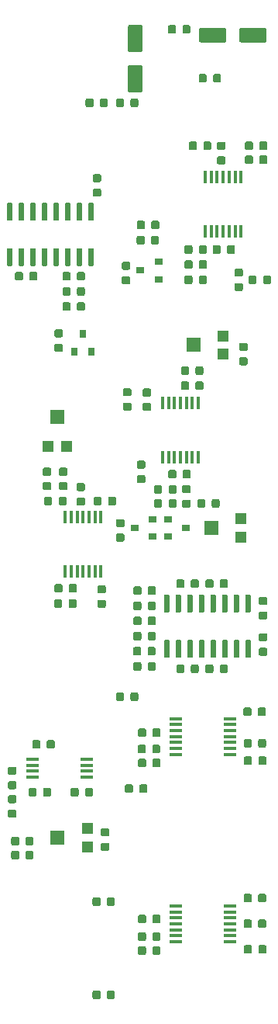
<source format=gbr>
G04 #@! TF.GenerationSoftware,KiCad,Pcbnew,(5.1.5)-3*
G04 #@! TF.CreationDate,2020-07-23T18:35:04-07:00*
G04 #@! TF.ProjectId,vcf-20,7663662d-3230-42e6-9b69-6361645f7063,rev?*
G04 #@! TF.SameCoordinates,Original*
G04 #@! TF.FileFunction,Paste,Bot*
G04 #@! TF.FilePolarity,Positive*
%FSLAX46Y46*%
G04 Gerber Fmt 4.6, Leading zero omitted, Abs format (unit mm)*
G04 Created by KiCad (PCBNEW (5.1.5)-3) date 2020-07-23 18:35:04*
%MOMM*%
%LPD*%
G04 APERTURE LIST*
%ADD10R,0.450000X1.450000*%
%ADD11C,0.100000*%
%ADD12R,1.450000X0.450000*%
%ADD13R,0.800000X0.900000*%
%ADD14R,1.500000X1.600000*%
%ADD15R,1.200000X1.200000*%
%ADD16R,1.600000X1.500000*%
%ADD17R,0.900000X0.800000*%
G04 APERTURE END LIST*
D10*
X17593000Y-59113000D03*
X18243000Y-59113000D03*
X18893000Y-59113000D03*
X19543000Y-59113000D03*
X20193000Y-59113000D03*
X20843000Y-59113000D03*
X21493000Y-59113000D03*
X21493000Y-53213000D03*
X20843000Y-53213000D03*
X20193000Y-53213000D03*
X19543000Y-53213000D03*
X18893000Y-53213000D03*
X18243000Y-53213000D03*
X17593000Y-53213000D03*
D11*
G36*
X21347691Y-72424053D02*
G01*
X21368926Y-72427203D01*
X21389750Y-72432419D01*
X21409962Y-72439651D01*
X21429368Y-72448830D01*
X21447781Y-72459866D01*
X21465024Y-72472654D01*
X21480930Y-72487070D01*
X21495346Y-72502976D01*
X21508134Y-72520219D01*
X21519170Y-72538632D01*
X21528349Y-72558038D01*
X21535581Y-72578250D01*
X21540797Y-72599074D01*
X21543947Y-72620309D01*
X21545000Y-72641750D01*
X21545000Y-73154250D01*
X21543947Y-73175691D01*
X21540797Y-73196926D01*
X21535581Y-73217750D01*
X21528349Y-73237962D01*
X21519170Y-73257368D01*
X21508134Y-73275781D01*
X21495346Y-73293024D01*
X21480930Y-73308930D01*
X21465024Y-73323346D01*
X21447781Y-73336134D01*
X21429368Y-73347170D01*
X21409962Y-73356349D01*
X21389750Y-73363581D01*
X21368926Y-73368797D01*
X21347691Y-73371947D01*
X21326250Y-73373000D01*
X20888750Y-73373000D01*
X20867309Y-73371947D01*
X20846074Y-73368797D01*
X20825250Y-73363581D01*
X20805038Y-73356349D01*
X20785632Y-73347170D01*
X20767219Y-73336134D01*
X20749976Y-73323346D01*
X20734070Y-73308930D01*
X20719654Y-73293024D01*
X20706866Y-73275781D01*
X20695830Y-73257368D01*
X20686651Y-73237962D01*
X20679419Y-73217750D01*
X20674203Y-73196926D01*
X20671053Y-73175691D01*
X20670000Y-73154250D01*
X20670000Y-72641750D01*
X20671053Y-72620309D01*
X20674203Y-72599074D01*
X20679419Y-72578250D01*
X20686651Y-72558038D01*
X20695830Y-72538632D01*
X20706866Y-72520219D01*
X20719654Y-72502976D01*
X20734070Y-72487070D01*
X20749976Y-72472654D01*
X20767219Y-72459866D01*
X20785632Y-72448830D01*
X20805038Y-72439651D01*
X20825250Y-72432419D01*
X20846074Y-72427203D01*
X20867309Y-72424053D01*
X20888750Y-72423000D01*
X21326250Y-72423000D01*
X21347691Y-72424053D01*
G37*
G36*
X19772691Y-72424053D02*
G01*
X19793926Y-72427203D01*
X19814750Y-72432419D01*
X19834962Y-72439651D01*
X19854368Y-72448830D01*
X19872781Y-72459866D01*
X19890024Y-72472654D01*
X19905930Y-72487070D01*
X19920346Y-72502976D01*
X19933134Y-72520219D01*
X19944170Y-72538632D01*
X19953349Y-72558038D01*
X19960581Y-72578250D01*
X19965797Y-72599074D01*
X19968947Y-72620309D01*
X19970000Y-72641750D01*
X19970000Y-73154250D01*
X19968947Y-73175691D01*
X19965797Y-73196926D01*
X19960581Y-73217750D01*
X19953349Y-73237962D01*
X19944170Y-73257368D01*
X19933134Y-73275781D01*
X19920346Y-73293024D01*
X19905930Y-73308930D01*
X19890024Y-73323346D01*
X19872781Y-73336134D01*
X19854368Y-73347170D01*
X19834962Y-73356349D01*
X19814750Y-73363581D01*
X19793926Y-73368797D01*
X19772691Y-73371947D01*
X19751250Y-73373000D01*
X19313750Y-73373000D01*
X19292309Y-73371947D01*
X19271074Y-73368797D01*
X19250250Y-73363581D01*
X19230038Y-73356349D01*
X19210632Y-73347170D01*
X19192219Y-73336134D01*
X19174976Y-73323346D01*
X19159070Y-73308930D01*
X19144654Y-73293024D01*
X19131866Y-73275781D01*
X19120830Y-73257368D01*
X19111651Y-73237962D01*
X19104419Y-73217750D01*
X19099203Y-73196926D01*
X19096053Y-73175691D01*
X19095000Y-73154250D01*
X19095000Y-72641750D01*
X19096053Y-72620309D01*
X19099203Y-72599074D01*
X19104419Y-72578250D01*
X19111651Y-72558038D01*
X19120830Y-72538632D01*
X19131866Y-72520219D01*
X19144654Y-72502976D01*
X19159070Y-72487070D01*
X19174976Y-72472654D01*
X19192219Y-72459866D01*
X19210632Y-72448830D01*
X19230038Y-72439651D01*
X19250250Y-72432419D01*
X19271074Y-72427203D01*
X19292309Y-72424053D01*
X19313750Y-72423000D01*
X19751250Y-72423000D01*
X19772691Y-72424053D01*
G37*
G36*
X18883691Y-60486053D02*
G01*
X18904926Y-60489203D01*
X18925750Y-60494419D01*
X18945962Y-60501651D01*
X18965368Y-60510830D01*
X18983781Y-60521866D01*
X19001024Y-60534654D01*
X19016930Y-60549070D01*
X19031346Y-60564976D01*
X19044134Y-60582219D01*
X19055170Y-60600632D01*
X19064349Y-60620038D01*
X19071581Y-60640250D01*
X19076797Y-60661074D01*
X19079947Y-60682309D01*
X19081000Y-60703750D01*
X19081000Y-61216250D01*
X19079947Y-61237691D01*
X19076797Y-61258926D01*
X19071581Y-61279750D01*
X19064349Y-61299962D01*
X19055170Y-61319368D01*
X19044134Y-61337781D01*
X19031346Y-61355024D01*
X19016930Y-61370930D01*
X19001024Y-61385346D01*
X18983781Y-61398134D01*
X18965368Y-61409170D01*
X18945962Y-61418349D01*
X18925750Y-61425581D01*
X18904926Y-61430797D01*
X18883691Y-61433947D01*
X18862250Y-61435000D01*
X18424750Y-61435000D01*
X18403309Y-61433947D01*
X18382074Y-61430797D01*
X18361250Y-61425581D01*
X18341038Y-61418349D01*
X18321632Y-61409170D01*
X18303219Y-61398134D01*
X18285976Y-61385346D01*
X18270070Y-61370930D01*
X18255654Y-61355024D01*
X18242866Y-61337781D01*
X18231830Y-61319368D01*
X18222651Y-61299962D01*
X18215419Y-61279750D01*
X18210203Y-61258926D01*
X18207053Y-61237691D01*
X18206000Y-61216250D01*
X18206000Y-60703750D01*
X18207053Y-60682309D01*
X18210203Y-60661074D01*
X18215419Y-60640250D01*
X18222651Y-60620038D01*
X18231830Y-60600632D01*
X18242866Y-60582219D01*
X18255654Y-60564976D01*
X18270070Y-60549070D01*
X18285976Y-60534654D01*
X18303219Y-60521866D01*
X18321632Y-60510830D01*
X18341038Y-60501651D01*
X18361250Y-60494419D01*
X18382074Y-60489203D01*
X18403309Y-60486053D01*
X18424750Y-60485000D01*
X18862250Y-60485000D01*
X18883691Y-60486053D01*
G37*
G36*
X20458691Y-60486053D02*
G01*
X20479926Y-60489203D01*
X20500750Y-60494419D01*
X20520962Y-60501651D01*
X20540368Y-60510830D01*
X20558781Y-60521866D01*
X20576024Y-60534654D01*
X20591930Y-60549070D01*
X20606346Y-60564976D01*
X20619134Y-60582219D01*
X20630170Y-60600632D01*
X20639349Y-60620038D01*
X20646581Y-60640250D01*
X20651797Y-60661074D01*
X20654947Y-60682309D01*
X20656000Y-60703750D01*
X20656000Y-61216250D01*
X20654947Y-61237691D01*
X20651797Y-61258926D01*
X20646581Y-61279750D01*
X20639349Y-61299962D01*
X20630170Y-61319368D01*
X20619134Y-61337781D01*
X20606346Y-61355024D01*
X20591930Y-61370930D01*
X20576024Y-61385346D01*
X20558781Y-61398134D01*
X20540368Y-61409170D01*
X20520962Y-61418349D01*
X20500750Y-61425581D01*
X20479926Y-61430797D01*
X20458691Y-61433947D01*
X20437250Y-61435000D01*
X19999750Y-61435000D01*
X19978309Y-61433947D01*
X19957074Y-61430797D01*
X19936250Y-61425581D01*
X19916038Y-61418349D01*
X19896632Y-61409170D01*
X19878219Y-61398134D01*
X19860976Y-61385346D01*
X19845070Y-61370930D01*
X19830654Y-61355024D01*
X19817866Y-61337781D01*
X19806830Y-61319368D01*
X19797651Y-61299962D01*
X19790419Y-61279750D01*
X19785203Y-61258926D01*
X19782053Y-61237691D01*
X19781000Y-61216250D01*
X19781000Y-60703750D01*
X19782053Y-60682309D01*
X19785203Y-60661074D01*
X19790419Y-60640250D01*
X19797651Y-60620038D01*
X19806830Y-60600632D01*
X19817866Y-60582219D01*
X19830654Y-60564976D01*
X19845070Y-60549070D01*
X19860976Y-60534654D01*
X19878219Y-60521866D01*
X19896632Y-60510830D01*
X19916038Y-60501651D01*
X19936250Y-60494419D01*
X19957074Y-60489203D01*
X19978309Y-60486053D01*
X19999750Y-60485000D01*
X20437250Y-60485000D01*
X20458691Y-60486053D01*
G37*
D10*
X10840000Y-65669000D03*
X10190000Y-65669000D03*
X9540000Y-65669000D03*
X8890000Y-65669000D03*
X8240000Y-65669000D03*
X7590000Y-65669000D03*
X6940000Y-65669000D03*
X6940000Y-71569000D03*
X7590000Y-71569000D03*
X8240000Y-71569000D03*
X8890000Y-71569000D03*
X9540000Y-71569000D03*
X10190000Y-71569000D03*
X10840000Y-71569000D03*
D11*
G36*
X13231691Y-67432553D02*
G01*
X13252926Y-67435703D01*
X13273750Y-67440919D01*
X13293962Y-67448151D01*
X13313368Y-67457330D01*
X13331781Y-67468366D01*
X13349024Y-67481154D01*
X13364930Y-67495570D01*
X13379346Y-67511476D01*
X13392134Y-67528719D01*
X13403170Y-67547132D01*
X13412349Y-67566538D01*
X13419581Y-67586750D01*
X13424797Y-67607574D01*
X13427947Y-67628809D01*
X13429000Y-67650250D01*
X13429000Y-68087750D01*
X13427947Y-68109191D01*
X13424797Y-68130426D01*
X13419581Y-68151250D01*
X13412349Y-68171462D01*
X13403170Y-68190868D01*
X13392134Y-68209281D01*
X13379346Y-68226524D01*
X13364930Y-68242430D01*
X13349024Y-68256846D01*
X13331781Y-68269634D01*
X13313368Y-68280670D01*
X13293962Y-68289849D01*
X13273750Y-68297081D01*
X13252926Y-68302297D01*
X13231691Y-68305447D01*
X13210250Y-68306500D01*
X12697750Y-68306500D01*
X12676309Y-68305447D01*
X12655074Y-68302297D01*
X12634250Y-68297081D01*
X12614038Y-68289849D01*
X12594632Y-68280670D01*
X12576219Y-68269634D01*
X12558976Y-68256846D01*
X12543070Y-68242430D01*
X12528654Y-68226524D01*
X12515866Y-68209281D01*
X12504830Y-68190868D01*
X12495651Y-68171462D01*
X12488419Y-68151250D01*
X12483203Y-68130426D01*
X12480053Y-68109191D01*
X12479000Y-68087750D01*
X12479000Y-67650250D01*
X12480053Y-67628809D01*
X12483203Y-67607574D01*
X12488419Y-67586750D01*
X12495651Y-67566538D01*
X12504830Y-67547132D01*
X12515866Y-67528719D01*
X12528654Y-67511476D01*
X12543070Y-67495570D01*
X12558976Y-67481154D01*
X12576219Y-67468366D01*
X12594632Y-67457330D01*
X12614038Y-67448151D01*
X12634250Y-67440919D01*
X12655074Y-67435703D01*
X12676309Y-67432553D01*
X12697750Y-67431500D01*
X13210250Y-67431500D01*
X13231691Y-67432553D01*
G37*
G36*
X13231691Y-65857553D02*
G01*
X13252926Y-65860703D01*
X13273750Y-65865919D01*
X13293962Y-65873151D01*
X13313368Y-65882330D01*
X13331781Y-65893366D01*
X13349024Y-65906154D01*
X13364930Y-65920570D01*
X13379346Y-65936476D01*
X13392134Y-65953719D01*
X13403170Y-65972132D01*
X13412349Y-65991538D01*
X13419581Y-66011750D01*
X13424797Y-66032574D01*
X13427947Y-66053809D01*
X13429000Y-66075250D01*
X13429000Y-66512750D01*
X13427947Y-66534191D01*
X13424797Y-66555426D01*
X13419581Y-66576250D01*
X13412349Y-66596462D01*
X13403170Y-66615868D01*
X13392134Y-66634281D01*
X13379346Y-66651524D01*
X13364930Y-66667430D01*
X13349024Y-66681846D01*
X13331781Y-66694634D01*
X13313368Y-66705670D01*
X13293962Y-66714849D01*
X13273750Y-66722081D01*
X13252926Y-66727297D01*
X13231691Y-66730447D01*
X13210250Y-66731500D01*
X12697750Y-66731500D01*
X12676309Y-66730447D01*
X12655074Y-66727297D01*
X12634250Y-66722081D01*
X12614038Y-66714849D01*
X12594632Y-66705670D01*
X12576219Y-66694634D01*
X12558976Y-66681846D01*
X12543070Y-66667430D01*
X12528654Y-66651524D01*
X12515866Y-66634281D01*
X12504830Y-66615868D01*
X12495651Y-66596462D01*
X12488419Y-66576250D01*
X12483203Y-66555426D01*
X12480053Y-66534191D01*
X12479000Y-66512750D01*
X12479000Y-66075250D01*
X12480053Y-66053809D01*
X12483203Y-66032574D01*
X12488419Y-66011750D01*
X12495651Y-65991538D01*
X12504830Y-65972132D01*
X12515866Y-65953719D01*
X12528654Y-65936476D01*
X12543070Y-65920570D01*
X12558976Y-65906154D01*
X12576219Y-65893366D01*
X12594632Y-65882330D01*
X12614038Y-65873151D01*
X12634250Y-65865919D01*
X12655074Y-65860703D01*
X12676309Y-65857553D01*
X12697750Y-65856500D01*
X13210250Y-65856500D01*
X13231691Y-65857553D01*
G37*
G36*
X16152691Y-51608053D02*
G01*
X16173926Y-51611203D01*
X16194750Y-51616419D01*
X16214962Y-51623651D01*
X16234368Y-51632830D01*
X16252781Y-51643866D01*
X16270024Y-51656654D01*
X16285930Y-51671070D01*
X16300346Y-51686976D01*
X16313134Y-51704219D01*
X16324170Y-51722632D01*
X16333349Y-51742038D01*
X16340581Y-51762250D01*
X16345797Y-51783074D01*
X16348947Y-51804309D01*
X16350000Y-51825750D01*
X16350000Y-52263250D01*
X16348947Y-52284691D01*
X16345797Y-52305926D01*
X16340581Y-52326750D01*
X16333349Y-52346962D01*
X16324170Y-52366368D01*
X16313134Y-52384781D01*
X16300346Y-52402024D01*
X16285930Y-52417930D01*
X16270024Y-52432346D01*
X16252781Y-52445134D01*
X16234368Y-52456170D01*
X16214962Y-52465349D01*
X16194750Y-52472581D01*
X16173926Y-52477797D01*
X16152691Y-52480947D01*
X16131250Y-52482000D01*
X15618750Y-52482000D01*
X15597309Y-52480947D01*
X15576074Y-52477797D01*
X15555250Y-52472581D01*
X15535038Y-52465349D01*
X15515632Y-52456170D01*
X15497219Y-52445134D01*
X15479976Y-52432346D01*
X15464070Y-52417930D01*
X15449654Y-52402024D01*
X15436866Y-52384781D01*
X15425830Y-52366368D01*
X15416651Y-52346962D01*
X15409419Y-52326750D01*
X15404203Y-52305926D01*
X15401053Y-52284691D01*
X15400000Y-52263250D01*
X15400000Y-51825750D01*
X15401053Y-51804309D01*
X15404203Y-51783074D01*
X15409419Y-51762250D01*
X15416651Y-51742038D01*
X15425830Y-51722632D01*
X15436866Y-51704219D01*
X15449654Y-51686976D01*
X15464070Y-51671070D01*
X15479976Y-51656654D01*
X15497219Y-51643866D01*
X15515632Y-51632830D01*
X15535038Y-51623651D01*
X15555250Y-51616419D01*
X15576074Y-51611203D01*
X15597309Y-51608053D01*
X15618750Y-51607000D01*
X16131250Y-51607000D01*
X16152691Y-51608053D01*
G37*
G36*
X16152691Y-53183053D02*
G01*
X16173926Y-53186203D01*
X16194750Y-53191419D01*
X16214962Y-53198651D01*
X16234368Y-53207830D01*
X16252781Y-53218866D01*
X16270024Y-53231654D01*
X16285930Y-53246070D01*
X16300346Y-53261976D01*
X16313134Y-53279219D01*
X16324170Y-53297632D01*
X16333349Y-53317038D01*
X16340581Y-53337250D01*
X16345797Y-53358074D01*
X16348947Y-53379309D01*
X16350000Y-53400750D01*
X16350000Y-53838250D01*
X16348947Y-53859691D01*
X16345797Y-53880926D01*
X16340581Y-53901750D01*
X16333349Y-53921962D01*
X16324170Y-53941368D01*
X16313134Y-53959781D01*
X16300346Y-53977024D01*
X16285930Y-53992930D01*
X16270024Y-54007346D01*
X16252781Y-54020134D01*
X16234368Y-54031170D01*
X16214962Y-54040349D01*
X16194750Y-54047581D01*
X16173926Y-54052797D01*
X16152691Y-54055947D01*
X16131250Y-54057000D01*
X15618750Y-54057000D01*
X15597309Y-54055947D01*
X15576074Y-54052797D01*
X15555250Y-54047581D01*
X15535038Y-54040349D01*
X15515632Y-54031170D01*
X15497219Y-54020134D01*
X15479976Y-54007346D01*
X15464070Y-53992930D01*
X15449654Y-53977024D01*
X15436866Y-53959781D01*
X15425830Y-53941368D01*
X15416651Y-53921962D01*
X15409419Y-53901750D01*
X15404203Y-53880926D01*
X15401053Y-53859691D01*
X15400000Y-53838250D01*
X15400000Y-53400750D01*
X15401053Y-53379309D01*
X15404203Y-53358074D01*
X15409419Y-53337250D01*
X15416651Y-53317038D01*
X15425830Y-53297632D01*
X15436866Y-53279219D01*
X15449654Y-53261976D01*
X15464070Y-53246070D01*
X15479976Y-53231654D01*
X15497219Y-53218866D01*
X15515632Y-53207830D01*
X15535038Y-53198651D01*
X15555250Y-53191419D01*
X15576074Y-53186203D01*
X15597309Y-53183053D01*
X15618750Y-53182000D01*
X16131250Y-53182000D01*
X16152691Y-53183053D01*
G37*
G36*
X15517691Y-61057053D02*
G01*
X15538926Y-61060203D01*
X15559750Y-61065419D01*
X15579962Y-61072651D01*
X15599368Y-61081830D01*
X15617781Y-61092866D01*
X15635024Y-61105654D01*
X15650930Y-61120070D01*
X15665346Y-61135976D01*
X15678134Y-61153219D01*
X15689170Y-61171632D01*
X15698349Y-61191038D01*
X15705581Y-61211250D01*
X15710797Y-61232074D01*
X15713947Y-61253309D01*
X15715000Y-61274750D01*
X15715000Y-61712250D01*
X15713947Y-61733691D01*
X15710797Y-61754926D01*
X15705581Y-61775750D01*
X15698349Y-61795962D01*
X15689170Y-61815368D01*
X15678134Y-61833781D01*
X15665346Y-61851024D01*
X15650930Y-61866930D01*
X15635024Y-61881346D01*
X15617781Y-61894134D01*
X15599368Y-61905170D01*
X15579962Y-61914349D01*
X15559750Y-61921581D01*
X15538926Y-61926797D01*
X15517691Y-61929947D01*
X15496250Y-61931000D01*
X14983750Y-61931000D01*
X14962309Y-61929947D01*
X14941074Y-61926797D01*
X14920250Y-61921581D01*
X14900038Y-61914349D01*
X14880632Y-61905170D01*
X14862219Y-61894134D01*
X14844976Y-61881346D01*
X14829070Y-61866930D01*
X14814654Y-61851024D01*
X14801866Y-61833781D01*
X14790830Y-61815368D01*
X14781651Y-61795962D01*
X14774419Y-61775750D01*
X14769203Y-61754926D01*
X14766053Y-61733691D01*
X14765000Y-61712250D01*
X14765000Y-61274750D01*
X14766053Y-61253309D01*
X14769203Y-61232074D01*
X14774419Y-61211250D01*
X14781651Y-61191038D01*
X14790830Y-61171632D01*
X14801866Y-61153219D01*
X14814654Y-61135976D01*
X14829070Y-61120070D01*
X14844976Y-61105654D01*
X14862219Y-61092866D01*
X14880632Y-61081830D01*
X14900038Y-61072651D01*
X14920250Y-61065419D01*
X14941074Y-61060203D01*
X14962309Y-61057053D01*
X14983750Y-61056000D01*
X15496250Y-61056000D01*
X15517691Y-61057053D01*
G37*
G36*
X15517691Y-59482053D02*
G01*
X15538926Y-59485203D01*
X15559750Y-59490419D01*
X15579962Y-59497651D01*
X15599368Y-59506830D01*
X15617781Y-59517866D01*
X15635024Y-59530654D01*
X15650930Y-59545070D01*
X15665346Y-59560976D01*
X15678134Y-59578219D01*
X15689170Y-59596632D01*
X15698349Y-59616038D01*
X15705581Y-59636250D01*
X15710797Y-59657074D01*
X15713947Y-59678309D01*
X15715000Y-59699750D01*
X15715000Y-60137250D01*
X15713947Y-60158691D01*
X15710797Y-60179926D01*
X15705581Y-60200750D01*
X15698349Y-60220962D01*
X15689170Y-60240368D01*
X15678134Y-60258781D01*
X15665346Y-60276024D01*
X15650930Y-60291930D01*
X15635024Y-60306346D01*
X15617781Y-60319134D01*
X15599368Y-60330170D01*
X15579962Y-60339349D01*
X15559750Y-60346581D01*
X15538926Y-60351797D01*
X15517691Y-60354947D01*
X15496250Y-60356000D01*
X14983750Y-60356000D01*
X14962309Y-60354947D01*
X14941074Y-60351797D01*
X14920250Y-60346581D01*
X14900038Y-60339349D01*
X14880632Y-60330170D01*
X14862219Y-60319134D01*
X14844976Y-60306346D01*
X14829070Y-60291930D01*
X14814654Y-60276024D01*
X14801866Y-60258781D01*
X14790830Y-60240368D01*
X14781651Y-60220962D01*
X14774419Y-60200750D01*
X14769203Y-60179926D01*
X14766053Y-60158691D01*
X14765000Y-60137250D01*
X14765000Y-59699750D01*
X14766053Y-59678309D01*
X14769203Y-59657074D01*
X14774419Y-59636250D01*
X14781651Y-59616038D01*
X14790830Y-59596632D01*
X14801866Y-59578219D01*
X14814654Y-59560976D01*
X14829070Y-59545070D01*
X14844976Y-59530654D01*
X14862219Y-59517866D01*
X14880632Y-59506830D01*
X14900038Y-59497651D01*
X14920250Y-59490419D01*
X14941074Y-59485203D01*
X14962309Y-59482053D01*
X14983750Y-59481000D01*
X15496250Y-59481000D01*
X15517691Y-59482053D01*
G37*
G36*
X28852691Y-79878553D02*
G01*
X28873926Y-79881703D01*
X28894750Y-79886919D01*
X28914962Y-79894151D01*
X28934368Y-79903330D01*
X28952781Y-79914366D01*
X28970024Y-79927154D01*
X28985930Y-79941570D01*
X29000346Y-79957476D01*
X29013134Y-79974719D01*
X29024170Y-79993132D01*
X29033349Y-80012538D01*
X29040581Y-80032750D01*
X29045797Y-80053574D01*
X29048947Y-80074809D01*
X29050000Y-80096250D01*
X29050000Y-80533750D01*
X29048947Y-80555191D01*
X29045797Y-80576426D01*
X29040581Y-80597250D01*
X29033349Y-80617462D01*
X29024170Y-80636868D01*
X29013134Y-80655281D01*
X29000346Y-80672524D01*
X28985930Y-80688430D01*
X28970024Y-80702846D01*
X28952781Y-80715634D01*
X28934368Y-80726670D01*
X28914962Y-80735849D01*
X28894750Y-80743081D01*
X28873926Y-80748297D01*
X28852691Y-80751447D01*
X28831250Y-80752500D01*
X28318750Y-80752500D01*
X28297309Y-80751447D01*
X28276074Y-80748297D01*
X28255250Y-80743081D01*
X28235038Y-80735849D01*
X28215632Y-80726670D01*
X28197219Y-80715634D01*
X28179976Y-80702846D01*
X28164070Y-80688430D01*
X28149654Y-80672524D01*
X28136866Y-80655281D01*
X28125830Y-80636868D01*
X28116651Y-80617462D01*
X28109419Y-80597250D01*
X28104203Y-80576426D01*
X28101053Y-80555191D01*
X28100000Y-80533750D01*
X28100000Y-80096250D01*
X28101053Y-80074809D01*
X28104203Y-80053574D01*
X28109419Y-80032750D01*
X28116651Y-80012538D01*
X28125830Y-79993132D01*
X28136866Y-79974719D01*
X28149654Y-79957476D01*
X28164070Y-79941570D01*
X28179976Y-79927154D01*
X28197219Y-79914366D01*
X28215632Y-79903330D01*
X28235038Y-79894151D01*
X28255250Y-79886919D01*
X28276074Y-79881703D01*
X28297309Y-79878553D01*
X28318750Y-79877500D01*
X28831250Y-79877500D01*
X28852691Y-79878553D01*
G37*
G36*
X28852691Y-78303553D02*
G01*
X28873926Y-78306703D01*
X28894750Y-78311919D01*
X28914962Y-78319151D01*
X28934368Y-78328330D01*
X28952781Y-78339366D01*
X28970024Y-78352154D01*
X28985930Y-78366570D01*
X29000346Y-78382476D01*
X29013134Y-78399719D01*
X29024170Y-78418132D01*
X29033349Y-78437538D01*
X29040581Y-78457750D01*
X29045797Y-78478574D01*
X29048947Y-78499809D01*
X29050000Y-78521250D01*
X29050000Y-78958750D01*
X29048947Y-78980191D01*
X29045797Y-79001426D01*
X29040581Y-79022250D01*
X29033349Y-79042462D01*
X29024170Y-79061868D01*
X29013134Y-79080281D01*
X29000346Y-79097524D01*
X28985930Y-79113430D01*
X28970024Y-79127846D01*
X28952781Y-79140634D01*
X28934368Y-79151670D01*
X28914962Y-79160849D01*
X28894750Y-79168081D01*
X28873926Y-79173297D01*
X28852691Y-79176447D01*
X28831250Y-79177500D01*
X28318750Y-79177500D01*
X28297309Y-79176447D01*
X28276074Y-79173297D01*
X28255250Y-79168081D01*
X28235038Y-79160849D01*
X28215632Y-79151670D01*
X28197219Y-79140634D01*
X28179976Y-79127846D01*
X28164070Y-79113430D01*
X28149654Y-79097524D01*
X28136866Y-79080281D01*
X28125830Y-79061868D01*
X28116651Y-79042462D01*
X28109419Y-79022250D01*
X28104203Y-79001426D01*
X28101053Y-78980191D01*
X28100000Y-78958750D01*
X28100000Y-78521250D01*
X28101053Y-78499809D01*
X28104203Y-78478574D01*
X28109419Y-78457750D01*
X28116651Y-78437538D01*
X28125830Y-78418132D01*
X28136866Y-78399719D01*
X28149654Y-78382476D01*
X28164070Y-78366570D01*
X28179976Y-78352154D01*
X28197219Y-78339366D01*
X28215632Y-78328330D01*
X28235038Y-78319151D01*
X28255250Y-78311919D01*
X28276074Y-78306703D01*
X28297309Y-78303553D01*
X28318750Y-78302500D01*
X28831250Y-78302500D01*
X28852691Y-78303553D01*
G37*
G36*
X24280691Y-26284553D02*
G01*
X24301926Y-26287703D01*
X24322750Y-26292919D01*
X24342962Y-26300151D01*
X24362368Y-26309330D01*
X24380781Y-26320366D01*
X24398024Y-26333154D01*
X24413930Y-26347570D01*
X24428346Y-26363476D01*
X24441134Y-26380719D01*
X24452170Y-26399132D01*
X24461349Y-26418538D01*
X24468581Y-26438750D01*
X24473797Y-26459574D01*
X24476947Y-26480809D01*
X24478000Y-26502250D01*
X24478000Y-26939750D01*
X24476947Y-26961191D01*
X24473797Y-26982426D01*
X24468581Y-27003250D01*
X24461349Y-27023462D01*
X24452170Y-27042868D01*
X24441134Y-27061281D01*
X24428346Y-27078524D01*
X24413930Y-27094430D01*
X24398024Y-27108846D01*
X24380781Y-27121634D01*
X24362368Y-27132670D01*
X24342962Y-27141849D01*
X24322750Y-27149081D01*
X24301926Y-27154297D01*
X24280691Y-27157447D01*
X24259250Y-27158500D01*
X23746750Y-27158500D01*
X23725309Y-27157447D01*
X23704074Y-27154297D01*
X23683250Y-27149081D01*
X23663038Y-27141849D01*
X23643632Y-27132670D01*
X23625219Y-27121634D01*
X23607976Y-27108846D01*
X23592070Y-27094430D01*
X23577654Y-27078524D01*
X23564866Y-27061281D01*
X23553830Y-27042868D01*
X23544651Y-27023462D01*
X23537419Y-27003250D01*
X23532203Y-26982426D01*
X23529053Y-26961191D01*
X23528000Y-26939750D01*
X23528000Y-26502250D01*
X23529053Y-26480809D01*
X23532203Y-26459574D01*
X23537419Y-26438750D01*
X23544651Y-26418538D01*
X23553830Y-26399132D01*
X23564866Y-26380719D01*
X23577654Y-26363476D01*
X23592070Y-26347570D01*
X23607976Y-26333154D01*
X23625219Y-26320366D01*
X23643632Y-26309330D01*
X23663038Y-26300151D01*
X23683250Y-26292919D01*
X23704074Y-26287703D01*
X23725309Y-26284553D01*
X23746750Y-26283500D01*
X24259250Y-26283500D01*
X24280691Y-26284553D01*
G37*
G36*
X24280691Y-24709553D02*
G01*
X24301926Y-24712703D01*
X24322750Y-24717919D01*
X24342962Y-24725151D01*
X24362368Y-24734330D01*
X24380781Y-24745366D01*
X24398024Y-24758154D01*
X24413930Y-24772570D01*
X24428346Y-24788476D01*
X24441134Y-24805719D01*
X24452170Y-24824132D01*
X24461349Y-24843538D01*
X24468581Y-24863750D01*
X24473797Y-24884574D01*
X24476947Y-24905809D01*
X24478000Y-24927250D01*
X24478000Y-25364750D01*
X24476947Y-25386191D01*
X24473797Y-25407426D01*
X24468581Y-25428250D01*
X24461349Y-25448462D01*
X24452170Y-25467868D01*
X24441134Y-25486281D01*
X24428346Y-25503524D01*
X24413930Y-25519430D01*
X24398024Y-25533846D01*
X24380781Y-25546634D01*
X24362368Y-25557670D01*
X24342962Y-25566849D01*
X24322750Y-25574081D01*
X24301926Y-25579297D01*
X24280691Y-25582447D01*
X24259250Y-25583500D01*
X23746750Y-25583500D01*
X23725309Y-25582447D01*
X23704074Y-25579297D01*
X23683250Y-25574081D01*
X23663038Y-25566849D01*
X23643632Y-25557670D01*
X23625219Y-25546634D01*
X23607976Y-25533846D01*
X23592070Y-25519430D01*
X23577654Y-25503524D01*
X23564866Y-25486281D01*
X23553830Y-25467868D01*
X23544651Y-25448462D01*
X23537419Y-25428250D01*
X23532203Y-25407426D01*
X23529053Y-25386191D01*
X23528000Y-25364750D01*
X23528000Y-24927250D01*
X23529053Y-24905809D01*
X23532203Y-24884574D01*
X23537419Y-24863750D01*
X23544651Y-24843538D01*
X23553830Y-24824132D01*
X23564866Y-24805719D01*
X23577654Y-24788476D01*
X23592070Y-24772570D01*
X23607976Y-24758154D01*
X23625219Y-24745366D01*
X23643632Y-24734330D01*
X23663038Y-24725151D01*
X23683250Y-24717919D01*
X23704074Y-24712703D01*
X23725309Y-24709553D01*
X23746750Y-24708500D01*
X24259250Y-24708500D01*
X24280691Y-24709553D01*
G37*
G36*
X28852691Y-74341053D02*
G01*
X28873926Y-74344203D01*
X28894750Y-74349419D01*
X28914962Y-74356651D01*
X28934368Y-74365830D01*
X28952781Y-74376866D01*
X28970024Y-74389654D01*
X28985930Y-74404070D01*
X29000346Y-74419976D01*
X29013134Y-74437219D01*
X29024170Y-74455632D01*
X29033349Y-74475038D01*
X29040581Y-74495250D01*
X29045797Y-74516074D01*
X29048947Y-74537309D01*
X29050000Y-74558750D01*
X29050000Y-74996250D01*
X29048947Y-75017691D01*
X29045797Y-75038926D01*
X29040581Y-75059750D01*
X29033349Y-75079962D01*
X29024170Y-75099368D01*
X29013134Y-75117781D01*
X29000346Y-75135024D01*
X28985930Y-75150930D01*
X28970024Y-75165346D01*
X28952781Y-75178134D01*
X28934368Y-75189170D01*
X28914962Y-75198349D01*
X28894750Y-75205581D01*
X28873926Y-75210797D01*
X28852691Y-75213947D01*
X28831250Y-75215000D01*
X28318750Y-75215000D01*
X28297309Y-75213947D01*
X28276074Y-75210797D01*
X28255250Y-75205581D01*
X28235038Y-75198349D01*
X28215632Y-75189170D01*
X28197219Y-75178134D01*
X28179976Y-75165346D01*
X28164070Y-75150930D01*
X28149654Y-75135024D01*
X28136866Y-75117781D01*
X28125830Y-75099368D01*
X28116651Y-75079962D01*
X28109419Y-75059750D01*
X28104203Y-75038926D01*
X28101053Y-75017691D01*
X28100000Y-74996250D01*
X28100000Y-74558750D01*
X28101053Y-74537309D01*
X28104203Y-74516074D01*
X28109419Y-74495250D01*
X28116651Y-74475038D01*
X28125830Y-74455632D01*
X28136866Y-74437219D01*
X28149654Y-74419976D01*
X28164070Y-74404070D01*
X28179976Y-74389654D01*
X28197219Y-74376866D01*
X28215632Y-74365830D01*
X28235038Y-74356651D01*
X28255250Y-74349419D01*
X28276074Y-74344203D01*
X28297309Y-74341053D01*
X28318750Y-74340000D01*
X28831250Y-74340000D01*
X28852691Y-74341053D01*
G37*
G36*
X28852691Y-75916053D02*
G01*
X28873926Y-75919203D01*
X28894750Y-75924419D01*
X28914962Y-75931651D01*
X28934368Y-75940830D01*
X28952781Y-75951866D01*
X28970024Y-75964654D01*
X28985930Y-75979070D01*
X29000346Y-75994976D01*
X29013134Y-76012219D01*
X29024170Y-76030632D01*
X29033349Y-76050038D01*
X29040581Y-76070250D01*
X29045797Y-76091074D01*
X29048947Y-76112309D01*
X29050000Y-76133750D01*
X29050000Y-76571250D01*
X29048947Y-76592691D01*
X29045797Y-76613926D01*
X29040581Y-76634750D01*
X29033349Y-76654962D01*
X29024170Y-76674368D01*
X29013134Y-76692781D01*
X29000346Y-76710024D01*
X28985930Y-76725930D01*
X28970024Y-76740346D01*
X28952781Y-76753134D01*
X28934368Y-76764170D01*
X28914962Y-76773349D01*
X28894750Y-76780581D01*
X28873926Y-76785797D01*
X28852691Y-76788947D01*
X28831250Y-76790000D01*
X28318750Y-76790000D01*
X28297309Y-76788947D01*
X28276074Y-76785797D01*
X28255250Y-76780581D01*
X28235038Y-76773349D01*
X28215632Y-76764170D01*
X28197219Y-76753134D01*
X28179976Y-76740346D01*
X28164070Y-76725930D01*
X28149654Y-76710024D01*
X28136866Y-76692781D01*
X28125830Y-76674368D01*
X28116651Y-76654962D01*
X28109419Y-76634750D01*
X28104203Y-76613926D01*
X28101053Y-76592691D01*
X28100000Y-76571250D01*
X28100000Y-76133750D01*
X28101053Y-76112309D01*
X28104203Y-76091074D01*
X28109419Y-76070250D01*
X28116651Y-76050038D01*
X28125830Y-76030632D01*
X28136866Y-76012219D01*
X28149654Y-75994976D01*
X28164070Y-75979070D01*
X28179976Y-75964654D01*
X28197219Y-75951866D01*
X28215632Y-75940830D01*
X28235038Y-75931651D01*
X28255250Y-75924419D01*
X28276074Y-75919203D01*
X28297309Y-75916053D01*
X28318750Y-75915000D01*
X28831250Y-75915000D01*
X28852691Y-75916053D01*
G37*
G36*
X23735191Y-35975053D02*
G01*
X23756426Y-35978203D01*
X23777250Y-35983419D01*
X23797462Y-35990651D01*
X23816868Y-35999830D01*
X23835281Y-36010866D01*
X23852524Y-36023654D01*
X23868430Y-36038070D01*
X23882846Y-36053976D01*
X23895634Y-36071219D01*
X23906670Y-36089632D01*
X23915849Y-36109038D01*
X23923081Y-36129250D01*
X23928297Y-36150074D01*
X23931447Y-36171309D01*
X23932500Y-36192750D01*
X23932500Y-36705250D01*
X23931447Y-36726691D01*
X23928297Y-36747926D01*
X23923081Y-36768750D01*
X23915849Y-36788962D01*
X23906670Y-36808368D01*
X23895634Y-36826781D01*
X23882846Y-36844024D01*
X23868430Y-36859930D01*
X23852524Y-36874346D01*
X23835281Y-36887134D01*
X23816868Y-36898170D01*
X23797462Y-36907349D01*
X23777250Y-36914581D01*
X23756426Y-36919797D01*
X23735191Y-36922947D01*
X23713750Y-36924000D01*
X23276250Y-36924000D01*
X23254809Y-36922947D01*
X23233574Y-36919797D01*
X23212750Y-36914581D01*
X23192538Y-36907349D01*
X23173132Y-36898170D01*
X23154719Y-36887134D01*
X23137476Y-36874346D01*
X23121570Y-36859930D01*
X23107154Y-36844024D01*
X23094366Y-36826781D01*
X23083330Y-36808368D01*
X23074151Y-36788962D01*
X23066919Y-36768750D01*
X23061703Y-36747926D01*
X23058553Y-36726691D01*
X23057500Y-36705250D01*
X23057500Y-36192750D01*
X23058553Y-36171309D01*
X23061703Y-36150074D01*
X23066919Y-36129250D01*
X23074151Y-36109038D01*
X23083330Y-36089632D01*
X23094366Y-36071219D01*
X23107154Y-36053976D01*
X23121570Y-36038070D01*
X23137476Y-36023654D01*
X23154719Y-36010866D01*
X23173132Y-35999830D01*
X23192538Y-35990651D01*
X23212750Y-35983419D01*
X23233574Y-35978203D01*
X23254809Y-35975053D01*
X23276250Y-35974000D01*
X23713750Y-35974000D01*
X23735191Y-35975053D01*
G37*
G36*
X25310191Y-35975053D02*
G01*
X25331426Y-35978203D01*
X25352250Y-35983419D01*
X25372462Y-35990651D01*
X25391868Y-35999830D01*
X25410281Y-36010866D01*
X25427524Y-36023654D01*
X25443430Y-36038070D01*
X25457846Y-36053976D01*
X25470634Y-36071219D01*
X25481670Y-36089632D01*
X25490849Y-36109038D01*
X25498081Y-36129250D01*
X25503297Y-36150074D01*
X25506447Y-36171309D01*
X25507500Y-36192750D01*
X25507500Y-36705250D01*
X25506447Y-36726691D01*
X25503297Y-36747926D01*
X25498081Y-36768750D01*
X25490849Y-36788962D01*
X25481670Y-36808368D01*
X25470634Y-36826781D01*
X25457846Y-36844024D01*
X25443430Y-36859930D01*
X25427524Y-36874346D01*
X25410281Y-36887134D01*
X25391868Y-36898170D01*
X25372462Y-36907349D01*
X25352250Y-36914581D01*
X25331426Y-36919797D01*
X25310191Y-36922947D01*
X25288750Y-36924000D01*
X24851250Y-36924000D01*
X24829809Y-36922947D01*
X24808574Y-36919797D01*
X24787750Y-36914581D01*
X24767538Y-36907349D01*
X24748132Y-36898170D01*
X24729719Y-36887134D01*
X24712476Y-36874346D01*
X24696570Y-36859930D01*
X24682154Y-36844024D01*
X24669366Y-36826781D01*
X24658330Y-36808368D01*
X24649151Y-36788962D01*
X24641919Y-36768750D01*
X24636703Y-36747926D01*
X24633553Y-36726691D01*
X24632500Y-36705250D01*
X24632500Y-36192750D01*
X24633553Y-36171309D01*
X24636703Y-36150074D01*
X24641919Y-36129250D01*
X24649151Y-36109038D01*
X24658330Y-36089632D01*
X24669366Y-36071219D01*
X24682154Y-36053976D01*
X24696570Y-36038070D01*
X24712476Y-36023654D01*
X24729719Y-36010866D01*
X24748132Y-35999830D01*
X24767538Y-35990651D01*
X24787750Y-35983419D01*
X24808574Y-35978203D01*
X24829809Y-35975053D01*
X24851250Y-35974000D01*
X25288750Y-35974000D01*
X25310191Y-35975053D01*
G37*
G36*
X8913691Y-61920553D02*
G01*
X8934926Y-61923703D01*
X8955750Y-61928919D01*
X8975962Y-61936151D01*
X8995368Y-61945330D01*
X9013781Y-61956366D01*
X9031024Y-61969154D01*
X9046930Y-61983570D01*
X9061346Y-61999476D01*
X9074134Y-62016719D01*
X9085170Y-62035132D01*
X9094349Y-62054538D01*
X9101581Y-62074750D01*
X9106797Y-62095574D01*
X9109947Y-62116809D01*
X9111000Y-62138250D01*
X9111000Y-62575750D01*
X9109947Y-62597191D01*
X9106797Y-62618426D01*
X9101581Y-62639250D01*
X9094349Y-62659462D01*
X9085170Y-62678868D01*
X9074134Y-62697281D01*
X9061346Y-62714524D01*
X9046930Y-62730430D01*
X9031024Y-62744846D01*
X9013781Y-62757634D01*
X8995368Y-62768670D01*
X8975962Y-62777849D01*
X8955750Y-62785081D01*
X8934926Y-62790297D01*
X8913691Y-62793447D01*
X8892250Y-62794500D01*
X8379750Y-62794500D01*
X8358309Y-62793447D01*
X8337074Y-62790297D01*
X8316250Y-62785081D01*
X8296038Y-62777849D01*
X8276632Y-62768670D01*
X8258219Y-62757634D01*
X8240976Y-62744846D01*
X8225070Y-62730430D01*
X8210654Y-62714524D01*
X8197866Y-62697281D01*
X8186830Y-62678868D01*
X8177651Y-62659462D01*
X8170419Y-62639250D01*
X8165203Y-62618426D01*
X8162053Y-62597191D01*
X8161000Y-62575750D01*
X8161000Y-62138250D01*
X8162053Y-62116809D01*
X8165203Y-62095574D01*
X8170419Y-62074750D01*
X8177651Y-62054538D01*
X8186830Y-62035132D01*
X8197866Y-62016719D01*
X8210654Y-61999476D01*
X8225070Y-61983570D01*
X8240976Y-61969154D01*
X8258219Y-61956366D01*
X8276632Y-61945330D01*
X8296038Y-61936151D01*
X8316250Y-61928919D01*
X8337074Y-61923703D01*
X8358309Y-61920553D01*
X8379750Y-61919500D01*
X8892250Y-61919500D01*
X8913691Y-61920553D01*
G37*
G36*
X8913691Y-63495553D02*
G01*
X8934926Y-63498703D01*
X8955750Y-63503919D01*
X8975962Y-63511151D01*
X8995368Y-63520330D01*
X9013781Y-63531366D01*
X9031024Y-63544154D01*
X9046930Y-63558570D01*
X9061346Y-63574476D01*
X9074134Y-63591719D01*
X9085170Y-63610132D01*
X9094349Y-63629538D01*
X9101581Y-63649750D01*
X9106797Y-63670574D01*
X9109947Y-63691809D01*
X9111000Y-63713250D01*
X9111000Y-64150750D01*
X9109947Y-64172191D01*
X9106797Y-64193426D01*
X9101581Y-64214250D01*
X9094349Y-64234462D01*
X9085170Y-64253868D01*
X9074134Y-64272281D01*
X9061346Y-64289524D01*
X9046930Y-64305430D01*
X9031024Y-64319846D01*
X9013781Y-64332634D01*
X8995368Y-64343670D01*
X8975962Y-64352849D01*
X8955750Y-64360081D01*
X8934926Y-64365297D01*
X8913691Y-64368447D01*
X8892250Y-64369500D01*
X8379750Y-64369500D01*
X8358309Y-64368447D01*
X8337074Y-64365297D01*
X8316250Y-64360081D01*
X8296038Y-64352849D01*
X8276632Y-64343670D01*
X8258219Y-64332634D01*
X8240976Y-64319846D01*
X8225070Y-64305430D01*
X8210654Y-64289524D01*
X8197866Y-64272281D01*
X8186830Y-64253868D01*
X8177651Y-64234462D01*
X8170419Y-64214250D01*
X8165203Y-64193426D01*
X8162053Y-64172191D01*
X8161000Y-64150750D01*
X8161000Y-63713250D01*
X8162053Y-63691809D01*
X8165203Y-63670574D01*
X8170419Y-63649750D01*
X8177651Y-63629538D01*
X8186830Y-63610132D01*
X8197866Y-63591719D01*
X8210654Y-63574476D01*
X8225070Y-63558570D01*
X8240976Y-63544154D01*
X8258219Y-63531366D01*
X8276632Y-63520330D01*
X8296038Y-63511151D01*
X8316250Y-63503919D01*
X8337074Y-63498703D01*
X8358309Y-63495553D01*
X8379750Y-63494500D01*
X8892250Y-63494500D01*
X8913691Y-63495553D01*
G37*
G36*
X22236691Y-35975053D02*
G01*
X22257926Y-35978203D01*
X22278750Y-35983419D01*
X22298962Y-35990651D01*
X22318368Y-35999830D01*
X22336781Y-36010866D01*
X22354024Y-36023654D01*
X22369930Y-36038070D01*
X22384346Y-36053976D01*
X22397134Y-36071219D01*
X22408170Y-36089632D01*
X22417349Y-36109038D01*
X22424581Y-36129250D01*
X22429797Y-36150074D01*
X22432947Y-36171309D01*
X22434000Y-36192750D01*
X22434000Y-36705250D01*
X22432947Y-36726691D01*
X22429797Y-36747926D01*
X22424581Y-36768750D01*
X22417349Y-36788962D01*
X22408170Y-36808368D01*
X22397134Y-36826781D01*
X22384346Y-36844024D01*
X22369930Y-36859930D01*
X22354024Y-36874346D01*
X22336781Y-36887134D01*
X22318368Y-36898170D01*
X22298962Y-36907349D01*
X22278750Y-36914581D01*
X22257926Y-36919797D01*
X22236691Y-36922947D01*
X22215250Y-36924000D01*
X21777750Y-36924000D01*
X21756309Y-36922947D01*
X21735074Y-36919797D01*
X21714250Y-36914581D01*
X21694038Y-36907349D01*
X21674632Y-36898170D01*
X21656219Y-36887134D01*
X21638976Y-36874346D01*
X21623070Y-36859930D01*
X21608654Y-36844024D01*
X21595866Y-36826781D01*
X21584830Y-36808368D01*
X21575651Y-36788962D01*
X21568419Y-36768750D01*
X21563203Y-36747926D01*
X21560053Y-36726691D01*
X21559000Y-36705250D01*
X21559000Y-36192750D01*
X21560053Y-36171309D01*
X21563203Y-36150074D01*
X21568419Y-36129250D01*
X21575651Y-36109038D01*
X21584830Y-36089632D01*
X21595866Y-36071219D01*
X21608654Y-36053976D01*
X21623070Y-36038070D01*
X21638976Y-36023654D01*
X21656219Y-36010866D01*
X21674632Y-35999830D01*
X21694038Y-35990651D01*
X21714250Y-35983419D01*
X21735074Y-35978203D01*
X21756309Y-35975053D01*
X21777750Y-35974000D01*
X22215250Y-35974000D01*
X22236691Y-35975053D01*
G37*
G36*
X20661691Y-35975053D02*
G01*
X20682926Y-35978203D01*
X20703750Y-35983419D01*
X20723962Y-35990651D01*
X20743368Y-35999830D01*
X20761781Y-36010866D01*
X20779024Y-36023654D01*
X20794930Y-36038070D01*
X20809346Y-36053976D01*
X20822134Y-36071219D01*
X20833170Y-36089632D01*
X20842349Y-36109038D01*
X20849581Y-36129250D01*
X20854797Y-36150074D01*
X20857947Y-36171309D01*
X20859000Y-36192750D01*
X20859000Y-36705250D01*
X20857947Y-36726691D01*
X20854797Y-36747926D01*
X20849581Y-36768750D01*
X20842349Y-36788962D01*
X20833170Y-36808368D01*
X20822134Y-36826781D01*
X20809346Y-36844024D01*
X20794930Y-36859930D01*
X20779024Y-36874346D01*
X20761781Y-36887134D01*
X20743368Y-36898170D01*
X20723962Y-36907349D01*
X20703750Y-36914581D01*
X20682926Y-36919797D01*
X20661691Y-36922947D01*
X20640250Y-36924000D01*
X20202750Y-36924000D01*
X20181309Y-36922947D01*
X20160074Y-36919797D01*
X20139250Y-36914581D01*
X20119038Y-36907349D01*
X20099632Y-36898170D01*
X20081219Y-36887134D01*
X20063976Y-36874346D01*
X20048070Y-36859930D01*
X20033654Y-36844024D01*
X20020866Y-36826781D01*
X20009830Y-36808368D01*
X20000651Y-36788962D01*
X19993419Y-36768750D01*
X19988203Y-36747926D01*
X19985053Y-36726691D01*
X19984000Y-36705250D01*
X19984000Y-36192750D01*
X19985053Y-36171309D01*
X19988203Y-36150074D01*
X19993419Y-36129250D01*
X20000651Y-36109038D01*
X20009830Y-36089632D01*
X20020866Y-36071219D01*
X20033654Y-36053976D01*
X20048070Y-36038070D01*
X20063976Y-36023654D01*
X20081219Y-36010866D01*
X20099632Y-35999830D01*
X20119038Y-35990651D01*
X20139250Y-35983419D01*
X20160074Y-35978203D01*
X20181309Y-35975053D01*
X20202750Y-35974000D01*
X20640250Y-35974000D01*
X20661691Y-35975053D01*
G37*
G36*
X15073691Y-76488053D02*
G01*
X15094926Y-76491203D01*
X15115750Y-76496419D01*
X15135962Y-76503651D01*
X15155368Y-76512830D01*
X15173781Y-76523866D01*
X15191024Y-76536654D01*
X15206930Y-76551070D01*
X15221346Y-76566976D01*
X15234134Y-76584219D01*
X15245170Y-76602632D01*
X15254349Y-76622038D01*
X15261581Y-76642250D01*
X15266797Y-76663074D01*
X15269947Y-76684309D01*
X15271000Y-76705750D01*
X15271000Y-77218250D01*
X15269947Y-77239691D01*
X15266797Y-77260926D01*
X15261581Y-77281750D01*
X15254349Y-77301962D01*
X15245170Y-77321368D01*
X15234134Y-77339781D01*
X15221346Y-77357024D01*
X15206930Y-77372930D01*
X15191024Y-77387346D01*
X15173781Y-77400134D01*
X15155368Y-77411170D01*
X15135962Y-77420349D01*
X15115750Y-77427581D01*
X15094926Y-77432797D01*
X15073691Y-77435947D01*
X15052250Y-77437000D01*
X14614750Y-77437000D01*
X14593309Y-77435947D01*
X14572074Y-77432797D01*
X14551250Y-77427581D01*
X14531038Y-77420349D01*
X14511632Y-77411170D01*
X14493219Y-77400134D01*
X14475976Y-77387346D01*
X14460070Y-77372930D01*
X14445654Y-77357024D01*
X14432866Y-77339781D01*
X14421830Y-77321368D01*
X14412651Y-77301962D01*
X14405419Y-77281750D01*
X14400203Y-77260926D01*
X14397053Y-77239691D01*
X14396000Y-77218250D01*
X14396000Y-76705750D01*
X14397053Y-76684309D01*
X14400203Y-76663074D01*
X14405419Y-76642250D01*
X14412651Y-76622038D01*
X14421830Y-76602632D01*
X14432866Y-76584219D01*
X14445654Y-76566976D01*
X14460070Y-76551070D01*
X14475976Y-76536654D01*
X14493219Y-76523866D01*
X14511632Y-76512830D01*
X14531038Y-76503651D01*
X14551250Y-76496419D01*
X14572074Y-76491203D01*
X14593309Y-76488053D01*
X14614750Y-76487000D01*
X15052250Y-76487000D01*
X15073691Y-76488053D01*
G37*
G36*
X16648691Y-76488053D02*
G01*
X16669926Y-76491203D01*
X16690750Y-76496419D01*
X16710962Y-76503651D01*
X16730368Y-76512830D01*
X16748781Y-76523866D01*
X16766024Y-76536654D01*
X16781930Y-76551070D01*
X16796346Y-76566976D01*
X16809134Y-76584219D01*
X16820170Y-76602632D01*
X16829349Y-76622038D01*
X16836581Y-76642250D01*
X16841797Y-76663074D01*
X16844947Y-76684309D01*
X16846000Y-76705750D01*
X16846000Y-77218250D01*
X16844947Y-77239691D01*
X16841797Y-77260926D01*
X16836581Y-77281750D01*
X16829349Y-77301962D01*
X16820170Y-77321368D01*
X16809134Y-77339781D01*
X16796346Y-77357024D01*
X16781930Y-77372930D01*
X16766024Y-77387346D01*
X16748781Y-77400134D01*
X16730368Y-77411170D01*
X16710962Y-77420349D01*
X16690750Y-77427581D01*
X16669926Y-77432797D01*
X16648691Y-77435947D01*
X16627250Y-77437000D01*
X16189750Y-77437000D01*
X16168309Y-77435947D01*
X16147074Y-77432797D01*
X16126250Y-77427581D01*
X16106038Y-77420349D01*
X16086632Y-77411170D01*
X16068219Y-77400134D01*
X16050976Y-77387346D01*
X16035070Y-77372930D01*
X16020654Y-77357024D01*
X16007866Y-77339781D01*
X15996830Y-77321368D01*
X15987651Y-77301962D01*
X15980419Y-77281750D01*
X15975203Y-77260926D01*
X15972053Y-77239691D01*
X15971000Y-77218250D01*
X15971000Y-76705750D01*
X15972053Y-76684309D01*
X15975203Y-76663074D01*
X15980419Y-76642250D01*
X15987651Y-76622038D01*
X15996830Y-76602632D01*
X16007866Y-76584219D01*
X16020654Y-76566976D01*
X16035070Y-76551070D01*
X16050976Y-76536654D01*
X16068219Y-76523866D01*
X16086632Y-76512830D01*
X16106038Y-76503651D01*
X16126250Y-76496419D01*
X16147074Y-76491203D01*
X16168309Y-76488053D01*
X16189750Y-76487000D01*
X16627250Y-76487000D01*
X16648691Y-76488053D01*
G37*
G36*
X18914691Y-62137053D02*
G01*
X18935926Y-62140203D01*
X18956750Y-62145419D01*
X18976962Y-62152651D01*
X18996368Y-62161830D01*
X19014781Y-62172866D01*
X19032024Y-62185654D01*
X19047930Y-62200070D01*
X19062346Y-62215976D01*
X19075134Y-62233219D01*
X19086170Y-62251632D01*
X19095349Y-62271038D01*
X19102581Y-62291250D01*
X19107797Y-62312074D01*
X19110947Y-62333309D01*
X19112000Y-62354750D01*
X19112000Y-62867250D01*
X19110947Y-62888691D01*
X19107797Y-62909926D01*
X19102581Y-62930750D01*
X19095349Y-62950962D01*
X19086170Y-62970368D01*
X19075134Y-62988781D01*
X19062346Y-63006024D01*
X19047930Y-63021930D01*
X19032024Y-63036346D01*
X19014781Y-63049134D01*
X18996368Y-63060170D01*
X18976962Y-63069349D01*
X18956750Y-63076581D01*
X18935926Y-63081797D01*
X18914691Y-63084947D01*
X18893250Y-63086000D01*
X18455750Y-63086000D01*
X18434309Y-63084947D01*
X18413074Y-63081797D01*
X18392250Y-63076581D01*
X18372038Y-63069349D01*
X18352632Y-63060170D01*
X18334219Y-63049134D01*
X18316976Y-63036346D01*
X18301070Y-63021930D01*
X18286654Y-63006024D01*
X18273866Y-62988781D01*
X18262830Y-62970368D01*
X18253651Y-62950962D01*
X18246419Y-62930750D01*
X18241203Y-62909926D01*
X18238053Y-62888691D01*
X18237000Y-62867250D01*
X18237000Y-62354750D01*
X18238053Y-62333309D01*
X18241203Y-62312074D01*
X18246419Y-62291250D01*
X18253651Y-62271038D01*
X18262830Y-62251632D01*
X18273866Y-62233219D01*
X18286654Y-62215976D01*
X18301070Y-62200070D01*
X18316976Y-62185654D01*
X18334219Y-62172866D01*
X18352632Y-62161830D01*
X18372038Y-62152651D01*
X18392250Y-62145419D01*
X18413074Y-62140203D01*
X18434309Y-62137053D01*
X18455750Y-62136000D01*
X18893250Y-62136000D01*
X18914691Y-62137053D01*
G37*
G36*
X17339691Y-62137053D02*
G01*
X17360926Y-62140203D01*
X17381750Y-62145419D01*
X17401962Y-62152651D01*
X17421368Y-62161830D01*
X17439781Y-62172866D01*
X17457024Y-62185654D01*
X17472930Y-62200070D01*
X17487346Y-62215976D01*
X17500134Y-62233219D01*
X17511170Y-62251632D01*
X17520349Y-62271038D01*
X17527581Y-62291250D01*
X17532797Y-62312074D01*
X17535947Y-62333309D01*
X17537000Y-62354750D01*
X17537000Y-62867250D01*
X17535947Y-62888691D01*
X17532797Y-62909926D01*
X17527581Y-62930750D01*
X17520349Y-62950962D01*
X17511170Y-62970368D01*
X17500134Y-62988781D01*
X17487346Y-63006024D01*
X17472930Y-63021930D01*
X17457024Y-63036346D01*
X17439781Y-63049134D01*
X17421368Y-63060170D01*
X17401962Y-63069349D01*
X17381750Y-63076581D01*
X17360926Y-63081797D01*
X17339691Y-63084947D01*
X17318250Y-63086000D01*
X16880750Y-63086000D01*
X16859309Y-63084947D01*
X16838074Y-63081797D01*
X16817250Y-63076581D01*
X16797038Y-63069349D01*
X16777632Y-63060170D01*
X16759219Y-63049134D01*
X16741976Y-63036346D01*
X16726070Y-63021930D01*
X16711654Y-63006024D01*
X16698866Y-62988781D01*
X16687830Y-62970368D01*
X16678651Y-62950962D01*
X16671419Y-62930750D01*
X16666203Y-62909926D01*
X16663053Y-62888691D01*
X16662000Y-62867250D01*
X16662000Y-62354750D01*
X16663053Y-62333309D01*
X16666203Y-62312074D01*
X16671419Y-62291250D01*
X16678651Y-62271038D01*
X16687830Y-62251632D01*
X16698866Y-62233219D01*
X16711654Y-62215976D01*
X16726070Y-62200070D01*
X16741976Y-62185654D01*
X16759219Y-62172866D01*
X16777632Y-62161830D01*
X16797038Y-62152651D01*
X16817250Y-62145419D01*
X16838074Y-62140203D01*
X16859309Y-62137053D01*
X16880750Y-62136000D01*
X17318250Y-62136000D01*
X17339691Y-62137053D01*
G37*
G36*
X15073691Y-78139053D02*
G01*
X15094926Y-78142203D01*
X15115750Y-78147419D01*
X15135962Y-78154651D01*
X15155368Y-78163830D01*
X15173781Y-78174866D01*
X15191024Y-78187654D01*
X15206930Y-78202070D01*
X15221346Y-78217976D01*
X15234134Y-78235219D01*
X15245170Y-78253632D01*
X15254349Y-78273038D01*
X15261581Y-78293250D01*
X15266797Y-78314074D01*
X15269947Y-78335309D01*
X15271000Y-78356750D01*
X15271000Y-78869250D01*
X15269947Y-78890691D01*
X15266797Y-78911926D01*
X15261581Y-78932750D01*
X15254349Y-78952962D01*
X15245170Y-78972368D01*
X15234134Y-78990781D01*
X15221346Y-79008024D01*
X15206930Y-79023930D01*
X15191024Y-79038346D01*
X15173781Y-79051134D01*
X15155368Y-79062170D01*
X15135962Y-79071349D01*
X15115750Y-79078581D01*
X15094926Y-79083797D01*
X15073691Y-79086947D01*
X15052250Y-79088000D01*
X14614750Y-79088000D01*
X14593309Y-79086947D01*
X14572074Y-79083797D01*
X14551250Y-79078581D01*
X14531038Y-79071349D01*
X14511632Y-79062170D01*
X14493219Y-79051134D01*
X14475976Y-79038346D01*
X14460070Y-79023930D01*
X14445654Y-79008024D01*
X14432866Y-78990781D01*
X14421830Y-78972368D01*
X14412651Y-78952962D01*
X14405419Y-78932750D01*
X14400203Y-78911926D01*
X14397053Y-78890691D01*
X14396000Y-78869250D01*
X14396000Y-78356750D01*
X14397053Y-78335309D01*
X14400203Y-78314074D01*
X14405419Y-78293250D01*
X14412651Y-78273038D01*
X14421830Y-78253632D01*
X14432866Y-78235219D01*
X14445654Y-78217976D01*
X14460070Y-78202070D01*
X14475976Y-78187654D01*
X14493219Y-78174866D01*
X14511632Y-78163830D01*
X14531038Y-78154651D01*
X14551250Y-78147419D01*
X14572074Y-78142203D01*
X14593309Y-78139053D01*
X14614750Y-78138000D01*
X15052250Y-78138000D01*
X15073691Y-78139053D01*
G37*
G36*
X16648691Y-78139053D02*
G01*
X16669926Y-78142203D01*
X16690750Y-78147419D01*
X16710962Y-78154651D01*
X16730368Y-78163830D01*
X16748781Y-78174866D01*
X16766024Y-78187654D01*
X16781930Y-78202070D01*
X16796346Y-78217976D01*
X16809134Y-78235219D01*
X16820170Y-78253632D01*
X16829349Y-78273038D01*
X16836581Y-78293250D01*
X16841797Y-78314074D01*
X16844947Y-78335309D01*
X16846000Y-78356750D01*
X16846000Y-78869250D01*
X16844947Y-78890691D01*
X16841797Y-78911926D01*
X16836581Y-78932750D01*
X16829349Y-78952962D01*
X16820170Y-78972368D01*
X16809134Y-78990781D01*
X16796346Y-79008024D01*
X16781930Y-79023930D01*
X16766024Y-79038346D01*
X16748781Y-79051134D01*
X16730368Y-79062170D01*
X16710962Y-79071349D01*
X16690750Y-79078581D01*
X16669926Y-79083797D01*
X16648691Y-79086947D01*
X16627250Y-79088000D01*
X16189750Y-79088000D01*
X16168309Y-79086947D01*
X16147074Y-79083797D01*
X16126250Y-79078581D01*
X16106038Y-79071349D01*
X16086632Y-79062170D01*
X16068219Y-79051134D01*
X16050976Y-79038346D01*
X16035070Y-79023930D01*
X16020654Y-79008024D01*
X16007866Y-78990781D01*
X15996830Y-78972368D01*
X15987651Y-78952962D01*
X15980419Y-78932750D01*
X15975203Y-78911926D01*
X15972053Y-78890691D01*
X15971000Y-78869250D01*
X15971000Y-78356750D01*
X15972053Y-78335309D01*
X15975203Y-78314074D01*
X15980419Y-78293250D01*
X15987651Y-78273038D01*
X15996830Y-78253632D01*
X16007866Y-78235219D01*
X16020654Y-78217976D01*
X16035070Y-78202070D01*
X16050976Y-78187654D01*
X16068219Y-78174866D01*
X16086632Y-78163830D01*
X16106038Y-78154651D01*
X16126250Y-78147419D01*
X16147074Y-78142203D01*
X16168309Y-78139053D01*
X16189750Y-78138000D01*
X16627250Y-78138000D01*
X16648691Y-78139053D01*
G37*
G36*
X15581691Y-112429053D02*
G01*
X15602926Y-112432203D01*
X15623750Y-112437419D01*
X15643962Y-112444651D01*
X15663368Y-112453830D01*
X15681781Y-112464866D01*
X15699024Y-112477654D01*
X15714930Y-112492070D01*
X15729346Y-112507976D01*
X15742134Y-112525219D01*
X15753170Y-112543632D01*
X15762349Y-112563038D01*
X15769581Y-112583250D01*
X15774797Y-112604074D01*
X15777947Y-112625309D01*
X15779000Y-112646750D01*
X15779000Y-113159250D01*
X15777947Y-113180691D01*
X15774797Y-113201926D01*
X15769581Y-113222750D01*
X15762349Y-113242962D01*
X15753170Y-113262368D01*
X15742134Y-113280781D01*
X15729346Y-113298024D01*
X15714930Y-113313930D01*
X15699024Y-113328346D01*
X15681781Y-113341134D01*
X15663368Y-113352170D01*
X15643962Y-113361349D01*
X15623750Y-113368581D01*
X15602926Y-113373797D01*
X15581691Y-113376947D01*
X15560250Y-113378000D01*
X15122750Y-113378000D01*
X15101309Y-113376947D01*
X15080074Y-113373797D01*
X15059250Y-113368581D01*
X15039038Y-113361349D01*
X15019632Y-113352170D01*
X15001219Y-113341134D01*
X14983976Y-113328346D01*
X14968070Y-113313930D01*
X14953654Y-113298024D01*
X14940866Y-113280781D01*
X14929830Y-113262368D01*
X14920651Y-113242962D01*
X14913419Y-113222750D01*
X14908203Y-113201926D01*
X14905053Y-113180691D01*
X14904000Y-113159250D01*
X14904000Y-112646750D01*
X14905053Y-112625309D01*
X14908203Y-112604074D01*
X14913419Y-112583250D01*
X14920651Y-112563038D01*
X14929830Y-112543632D01*
X14940866Y-112525219D01*
X14953654Y-112507976D01*
X14968070Y-112492070D01*
X14983976Y-112477654D01*
X15001219Y-112464866D01*
X15019632Y-112453830D01*
X15039038Y-112444651D01*
X15059250Y-112437419D01*
X15080074Y-112432203D01*
X15101309Y-112429053D01*
X15122750Y-112428000D01*
X15560250Y-112428000D01*
X15581691Y-112429053D01*
G37*
G36*
X17156691Y-112429053D02*
G01*
X17177926Y-112432203D01*
X17198750Y-112437419D01*
X17218962Y-112444651D01*
X17238368Y-112453830D01*
X17256781Y-112464866D01*
X17274024Y-112477654D01*
X17289930Y-112492070D01*
X17304346Y-112507976D01*
X17317134Y-112525219D01*
X17328170Y-112543632D01*
X17337349Y-112563038D01*
X17344581Y-112583250D01*
X17349797Y-112604074D01*
X17352947Y-112625309D01*
X17354000Y-112646750D01*
X17354000Y-113159250D01*
X17352947Y-113180691D01*
X17349797Y-113201926D01*
X17344581Y-113222750D01*
X17337349Y-113242962D01*
X17328170Y-113262368D01*
X17317134Y-113280781D01*
X17304346Y-113298024D01*
X17289930Y-113313930D01*
X17274024Y-113328346D01*
X17256781Y-113341134D01*
X17238368Y-113352170D01*
X17218962Y-113361349D01*
X17198750Y-113368581D01*
X17177926Y-113373797D01*
X17156691Y-113376947D01*
X17135250Y-113378000D01*
X16697750Y-113378000D01*
X16676309Y-113376947D01*
X16655074Y-113373797D01*
X16634250Y-113368581D01*
X16614038Y-113361349D01*
X16594632Y-113352170D01*
X16576219Y-113341134D01*
X16558976Y-113328346D01*
X16543070Y-113313930D01*
X16528654Y-113298024D01*
X16515866Y-113280781D01*
X16504830Y-113262368D01*
X16495651Y-113242962D01*
X16488419Y-113222750D01*
X16483203Y-113201926D01*
X16480053Y-113180691D01*
X16479000Y-113159250D01*
X16479000Y-112646750D01*
X16480053Y-112625309D01*
X16483203Y-112604074D01*
X16488419Y-112583250D01*
X16495651Y-112563038D01*
X16504830Y-112543632D01*
X16515866Y-112525219D01*
X16528654Y-112507976D01*
X16543070Y-112492070D01*
X16558976Y-112477654D01*
X16576219Y-112464866D01*
X16594632Y-112453830D01*
X16614038Y-112444651D01*
X16634250Y-112437419D01*
X16655074Y-112432203D01*
X16676309Y-112429053D01*
X16697750Y-112428000D01*
X17135250Y-112428000D01*
X17156691Y-112429053D01*
G37*
G36*
X15581691Y-110905053D02*
G01*
X15602926Y-110908203D01*
X15623750Y-110913419D01*
X15643962Y-110920651D01*
X15663368Y-110929830D01*
X15681781Y-110940866D01*
X15699024Y-110953654D01*
X15714930Y-110968070D01*
X15729346Y-110983976D01*
X15742134Y-111001219D01*
X15753170Y-111019632D01*
X15762349Y-111039038D01*
X15769581Y-111059250D01*
X15774797Y-111080074D01*
X15777947Y-111101309D01*
X15779000Y-111122750D01*
X15779000Y-111635250D01*
X15777947Y-111656691D01*
X15774797Y-111677926D01*
X15769581Y-111698750D01*
X15762349Y-111718962D01*
X15753170Y-111738368D01*
X15742134Y-111756781D01*
X15729346Y-111774024D01*
X15714930Y-111789930D01*
X15699024Y-111804346D01*
X15681781Y-111817134D01*
X15663368Y-111828170D01*
X15643962Y-111837349D01*
X15623750Y-111844581D01*
X15602926Y-111849797D01*
X15581691Y-111852947D01*
X15560250Y-111854000D01*
X15122750Y-111854000D01*
X15101309Y-111852947D01*
X15080074Y-111849797D01*
X15059250Y-111844581D01*
X15039038Y-111837349D01*
X15019632Y-111828170D01*
X15001219Y-111817134D01*
X14983976Y-111804346D01*
X14968070Y-111789930D01*
X14953654Y-111774024D01*
X14940866Y-111756781D01*
X14929830Y-111738368D01*
X14920651Y-111718962D01*
X14913419Y-111698750D01*
X14908203Y-111677926D01*
X14905053Y-111656691D01*
X14904000Y-111635250D01*
X14904000Y-111122750D01*
X14905053Y-111101309D01*
X14908203Y-111080074D01*
X14913419Y-111059250D01*
X14920651Y-111039038D01*
X14929830Y-111019632D01*
X14940866Y-111001219D01*
X14953654Y-110983976D01*
X14968070Y-110968070D01*
X14983976Y-110953654D01*
X15001219Y-110940866D01*
X15019632Y-110929830D01*
X15039038Y-110920651D01*
X15059250Y-110913419D01*
X15080074Y-110908203D01*
X15101309Y-110905053D01*
X15122750Y-110904000D01*
X15560250Y-110904000D01*
X15581691Y-110905053D01*
G37*
G36*
X17156691Y-110905053D02*
G01*
X17177926Y-110908203D01*
X17198750Y-110913419D01*
X17218962Y-110920651D01*
X17238368Y-110929830D01*
X17256781Y-110940866D01*
X17274024Y-110953654D01*
X17289930Y-110968070D01*
X17304346Y-110983976D01*
X17317134Y-111001219D01*
X17328170Y-111019632D01*
X17337349Y-111039038D01*
X17344581Y-111059250D01*
X17349797Y-111080074D01*
X17352947Y-111101309D01*
X17354000Y-111122750D01*
X17354000Y-111635250D01*
X17352947Y-111656691D01*
X17349797Y-111677926D01*
X17344581Y-111698750D01*
X17337349Y-111718962D01*
X17328170Y-111738368D01*
X17317134Y-111756781D01*
X17304346Y-111774024D01*
X17289930Y-111789930D01*
X17274024Y-111804346D01*
X17256781Y-111817134D01*
X17238368Y-111828170D01*
X17218962Y-111837349D01*
X17198750Y-111844581D01*
X17177926Y-111849797D01*
X17156691Y-111852947D01*
X17135250Y-111854000D01*
X16697750Y-111854000D01*
X16676309Y-111852947D01*
X16655074Y-111849797D01*
X16634250Y-111844581D01*
X16614038Y-111837349D01*
X16594632Y-111828170D01*
X16576219Y-111817134D01*
X16558976Y-111804346D01*
X16543070Y-111789930D01*
X16528654Y-111774024D01*
X16515866Y-111756781D01*
X16504830Y-111738368D01*
X16495651Y-111718962D01*
X16488419Y-111698750D01*
X16483203Y-111677926D01*
X16480053Y-111656691D01*
X16479000Y-111635250D01*
X16479000Y-111122750D01*
X16480053Y-111101309D01*
X16483203Y-111080074D01*
X16488419Y-111059250D01*
X16495651Y-111039038D01*
X16504830Y-111019632D01*
X16515866Y-111001219D01*
X16528654Y-110983976D01*
X16543070Y-110968070D01*
X16558976Y-110953654D01*
X16576219Y-110940866D01*
X16594632Y-110929830D01*
X16614038Y-110920651D01*
X16634250Y-110913419D01*
X16655074Y-110908203D01*
X16676309Y-110905053D01*
X16697750Y-110904000D01*
X17135250Y-110904000D01*
X17156691Y-110905053D01*
G37*
G36*
X15581691Y-91982053D02*
G01*
X15602926Y-91985203D01*
X15623750Y-91990419D01*
X15643962Y-91997651D01*
X15663368Y-92006830D01*
X15681781Y-92017866D01*
X15699024Y-92030654D01*
X15714930Y-92045070D01*
X15729346Y-92060976D01*
X15742134Y-92078219D01*
X15753170Y-92096632D01*
X15762349Y-92116038D01*
X15769581Y-92136250D01*
X15774797Y-92157074D01*
X15777947Y-92178309D01*
X15779000Y-92199750D01*
X15779000Y-92712250D01*
X15777947Y-92733691D01*
X15774797Y-92754926D01*
X15769581Y-92775750D01*
X15762349Y-92795962D01*
X15753170Y-92815368D01*
X15742134Y-92833781D01*
X15729346Y-92851024D01*
X15714930Y-92866930D01*
X15699024Y-92881346D01*
X15681781Y-92894134D01*
X15663368Y-92905170D01*
X15643962Y-92914349D01*
X15623750Y-92921581D01*
X15602926Y-92926797D01*
X15581691Y-92929947D01*
X15560250Y-92931000D01*
X15122750Y-92931000D01*
X15101309Y-92929947D01*
X15080074Y-92926797D01*
X15059250Y-92921581D01*
X15039038Y-92914349D01*
X15019632Y-92905170D01*
X15001219Y-92894134D01*
X14983976Y-92881346D01*
X14968070Y-92866930D01*
X14953654Y-92851024D01*
X14940866Y-92833781D01*
X14929830Y-92815368D01*
X14920651Y-92795962D01*
X14913419Y-92775750D01*
X14908203Y-92754926D01*
X14905053Y-92733691D01*
X14904000Y-92712250D01*
X14904000Y-92199750D01*
X14905053Y-92178309D01*
X14908203Y-92157074D01*
X14913419Y-92136250D01*
X14920651Y-92116038D01*
X14929830Y-92096632D01*
X14940866Y-92078219D01*
X14953654Y-92060976D01*
X14968070Y-92045070D01*
X14983976Y-92030654D01*
X15001219Y-92017866D01*
X15019632Y-92006830D01*
X15039038Y-91997651D01*
X15059250Y-91990419D01*
X15080074Y-91985203D01*
X15101309Y-91982053D01*
X15122750Y-91981000D01*
X15560250Y-91981000D01*
X15581691Y-91982053D01*
G37*
G36*
X17156691Y-91982053D02*
G01*
X17177926Y-91985203D01*
X17198750Y-91990419D01*
X17218962Y-91997651D01*
X17238368Y-92006830D01*
X17256781Y-92017866D01*
X17274024Y-92030654D01*
X17289930Y-92045070D01*
X17304346Y-92060976D01*
X17317134Y-92078219D01*
X17328170Y-92096632D01*
X17337349Y-92116038D01*
X17344581Y-92136250D01*
X17349797Y-92157074D01*
X17352947Y-92178309D01*
X17354000Y-92199750D01*
X17354000Y-92712250D01*
X17352947Y-92733691D01*
X17349797Y-92754926D01*
X17344581Y-92775750D01*
X17337349Y-92795962D01*
X17328170Y-92815368D01*
X17317134Y-92833781D01*
X17304346Y-92851024D01*
X17289930Y-92866930D01*
X17274024Y-92881346D01*
X17256781Y-92894134D01*
X17238368Y-92905170D01*
X17218962Y-92914349D01*
X17198750Y-92921581D01*
X17177926Y-92926797D01*
X17156691Y-92929947D01*
X17135250Y-92931000D01*
X16697750Y-92931000D01*
X16676309Y-92929947D01*
X16655074Y-92926797D01*
X16634250Y-92921581D01*
X16614038Y-92914349D01*
X16594632Y-92905170D01*
X16576219Y-92894134D01*
X16558976Y-92881346D01*
X16543070Y-92866930D01*
X16528654Y-92851024D01*
X16515866Y-92833781D01*
X16504830Y-92815368D01*
X16495651Y-92795962D01*
X16488419Y-92775750D01*
X16483203Y-92754926D01*
X16480053Y-92733691D01*
X16479000Y-92712250D01*
X16479000Y-92199750D01*
X16480053Y-92178309D01*
X16483203Y-92157074D01*
X16488419Y-92136250D01*
X16495651Y-92116038D01*
X16504830Y-92096632D01*
X16515866Y-92078219D01*
X16528654Y-92060976D01*
X16543070Y-92045070D01*
X16558976Y-92030654D01*
X16576219Y-92017866D01*
X16594632Y-92006830D01*
X16614038Y-91997651D01*
X16634250Y-91990419D01*
X16655074Y-91985203D01*
X16676309Y-91982053D01*
X16697750Y-91981000D01*
X17135250Y-91981000D01*
X17156691Y-91982053D01*
G37*
G36*
X15556191Y-90458053D02*
G01*
X15577426Y-90461203D01*
X15598250Y-90466419D01*
X15618462Y-90473651D01*
X15637868Y-90482830D01*
X15656281Y-90493866D01*
X15673524Y-90506654D01*
X15689430Y-90521070D01*
X15703846Y-90536976D01*
X15716634Y-90554219D01*
X15727670Y-90572632D01*
X15736849Y-90592038D01*
X15744081Y-90612250D01*
X15749297Y-90633074D01*
X15752447Y-90654309D01*
X15753500Y-90675750D01*
X15753500Y-91188250D01*
X15752447Y-91209691D01*
X15749297Y-91230926D01*
X15744081Y-91251750D01*
X15736849Y-91271962D01*
X15727670Y-91291368D01*
X15716634Y-91309781D01*
X15703846Y-91327024D01*
X15689430Y-91342930D01*
X15673524Y-91357346D01*
X15656281Y-91370134D01*
X15637868Y-91381170D01*
X15618462Y-91390349D01*
X15598250Y-91397581D01*
X15577426Y-91402797D01*
X15556191Y-91405947D01*
X15534750Y-91407000D01*
X15097250Y-91407000D01*
X15075809Y-91405947D01*
X15054574Y-91402797D01*
X15033750Y-91397581D01*
X15013538Y-91390349D01*
X14994132Y-91381170D01*
X14975719Y-91370134D01*
X14958476Y-91357346D01*
X14942570Y-91342930D01*
X14928154Y-91327024D01*
X14915366Y-91309781D01*
X14904330Y-91291368D01*
X14895151Y-91271962D01*
X14887919Y-91251750D01*
X14882703Y-91230926D01*
X14879553Y-91209691D01*
X14878500Y-91188250D01*
X14878500Y-90675750D01*
X14879553Y-90654309D01*
X14882703Y-90633074D01*
X14887919Y-90612250D01*
X14895151Y-90592038D01*
X14904330Y-90572632D01*
X14915366Y-90554219D01*
X14928154Y-90536976D01*
X14942570Y-90521070D01*
X14958476Y-90506654D01*
X14975719Y-90493866D01*
X14994132Y-90482830D01*
X15013538Y-90473651D01*
X15033750Y-90466419D01*
X15054574Y-90461203D01*
X15075809Y-90458053D01*
X15097250Y-90457000D01*
X15534750Y-90457000D01*
X15556191Y-90458053D01*
G37*
G36*
X17131191Y-90458053D02*
G01*
X17152426Y-90461203D01*
X17173250Y-90466419D01*
X17193462Y-90473651D01*
X17212868Y-90482830D01*
X17231281Y-90493866D01*
X17248524Y-90506654D01*
X17264430Y-90521070D01*
X17278846Y-90536976D01*
X17291634Y-90554219D01*
X17302670Y-90572632D01*
X17311849Y-90592038D01*
X17319081Y-90612250D01*
X17324297Y-90633074D01*
X17327447Y-90654309D01*
X17328500Y-90675750D01*
X17328500Y-91188250D01*
X17327447Y-91209691D01*
X17324297Y-91230926D01*
X17319081Y-91251750D01*
X17311849Y-91271962D01*
X17302670Y-91291368D01*
X17291634Y-91309781D01*
X17278846Y-91327024D01*
X17264430Y-91342930D01*
X17248524Y-91357346D01*
X17231281Y-91370134D01*
X17212868Y-91381170D01*
X17193462Y-91390349D01*
X17173250Y-91397581D01*
X17152426Y-91402797D01*
X17131191Y-91405947D01*
X17109750Y-91407000D01*
X16672250Y-91407000D01*
X16650809Y-91405947D01*
X16629574Y-91402797D01*
X16608750Y-91397581D01*
X16588538Y-91390349D01*
X16569132Y-91381170D01*
X16550719Y-91370134D01*
X16533476Y-91357346D01*
X16517570Y-91342930D01*
X16503154Y-91327024D01*
X16490366Y-91309781D01*
X16479330Y-91291368D01*
X16470151Y-91271962D01*
X16462919Y-91251750D01*
X16457703Y-91230926D01*
X16454553Y-91209691D01*
X16453500Y-91188250D01*
X16453500Y-90675750D01*
X16454553Y-90654309D01*
X16457703Y-90633074D01*
X16462919Y-90612250D01*
X16470151Y-90592038D01*
X16479330Y-90572632D01*
X16490366Y-90554219D01*
X16503154Y-90536976D01*
X16517570Y-90521070D01*
X16533476Y-90506654D01*
X16550719Y-90493866D01*
X16569132Y-90482830D01*
X16588538Y-90473651D01*
X16608750Y-90466419D01*
X16629574Y-90461203D01*
X16650809Y-90458053D01*
X16672250Y-90457000D01*
X17109750Y-90457000D01*
X17131191Y-90458053D01*
G37*
G36*
X10691691Y-28240053D02*
G01*
X10712926Y-28243203D01*
X10733750Y-28248419D01*
X10753962Y-28255651D01*
X10773368Y-28264830D01*
X10791781Y-28275866D01*
X10809024Y-28288654D01*
X10824930Y-28303070D01*
X10839346Y-28318976D01*
X10852134Y-28336219D01*
X10863170Y-28354632D01*
X10872349Y-28374038D01*
X10879581Y-28394250D01*
X10884797Y-28415074D01*
X10887947Y-28436309D01*
X10889000Y-28457750D01*
X10889000Y-28895250D01*
X10887947Y-28916691D01*
X10884797Y-28937926D01*
X10879581Y-28958750D01*
X10872349Y-28978962D01*
X10863170Y-28998368D01*
X10852134Y-29016781D01*
X10839346Y-29034024D01*
X10824930Y-29049930D01*
X10809024Y-29064346D01*
X10791781Y-29077134D01*
X10773368Y-29088170D01*
X10753962Y-29097349D01*
X10733750Y-29104581D01*
X10712926Y-29109797D01*
X10691691Y-29112947D01*
X10670250Y-29114000D01*
X10157750Y-29114000D01*
X10136309Y-29112947D01*
X10115074Y-29109797D01*
X10094250Y-29104581D01*
X10074038Y-29097349D01*
X10054632Y-29088170D01*
X10036219Y-29077134D01*
X10018976Y-29064346D01*
X10003070Y-29049930D01*
X9988654Y-29034024D01*
X9975866Y-29016781D01*
X9964830Y-28998368D01*
X9955651Y-28978962D01*
X9948419Y-28958750D01*
X9943203Y-28937926D01*
X9940053Y-28916691D01*
X9939000Y-28895250D01*
X9939000Y-28457750D01*
X9940053Y-28436309D01*
X9943203Y-28415074D01*
X9948419Y-28394250D01*
X9955651Y-28374038D01*
X9964830Y-28354632D01*
X9975866Y-28336219D01*
X9988654Y-28318976D01*
X10003070Y-28303070D01*
X10018976Y-28288654D01*
X10036219Y-28275866D01*
X10054632Y-28264830D01*
X10074038Y-28255651D01*
X10094250Y-28248419D01*
X10115074Y-28243203D01*
X10136309Y-28240053D01*
X10157750Y-28239000D01*
X10670250Y-28239000D01*
X10691691Y-28240053D01*
G37*
G36*
X10691691Y-29815053D02*
G01*
X10712926Y-29818203D01*
X10733750Y-29823419D01*
X10753962Y-29830651D01*
X10773368Y-29839830D01*
X10791781Y-29850866D01*
X10809024Y-29863654D01*
X10824930Y-29878070D01*
X10839346Y-29893976D01*
X10852134Y-29911219D01*
X10863170Y-29929632D01*
X10872349Y-29949038D01*
X10879581Y-29969250D01*
X10884797Y-29990074D01*
X10887947Y-30011309D01*
X10889000Y-30032750D01*
X10889000Y-30470250D01*
X10887947Y-30491691D01*
X10884797Y-30512926D01*
X10879581Y-30533750D01*
X10872349Y-30553962D01*
X10863170Y-30573368D01*
X10852134Y-30591781D01*
X10839346Y-30609024D01*
X10824930Y-30624930D01*
X10809024Y-30639346D01*
X10791781Y-30652134D01*
X10773368Y-30663170D01*
X10753962Y-30672349D01*
X10733750Y-30679581D01*
X10712926Y-30684797D01*
X10691691Y-30687947D01*
X10670250Y-30689000D01*
X10157750Y-30689000D01*
X10136309Y-30687947D01*
X10115074Y-30684797D01*
X10094250Y-30679581D01*
X10074038Y-30672349D01*
X10054632Y-30663170D01*
X10036219Y-30652134D01*
X10018976Y-30639346D01*
X10003070Y-30624930D01*
X9988654Y-30609024D01*
X9975866Y-30591781D01*
X9964830Y-30573368D01*
X9955651Y-30553962D01*
X9948419Y-30533750D01*
X9943203Y-30512926D01*
X9940053Y-30491691D01*
X9939000Y-30470250D01*
X9939000Y-30032750D01*
X9940053Y-30011309D01*
X9943203Y-29990074D01*
X9948419Y-29969250D01*
X9955651Y-29949038D01*
X9964830Y-29929632D01*
X9975866Y-29911219D01*
X9988654Y-29893976D01*
X10003070Y-29878070D01*
X10018976Y-29863654D01*
X10036219Y-29850866D01*
X10054632Y-29839830D01*
X10074038Y-29830651D01*
X10094250Y-29823419D01*
X10115074Y-29818203D01*
X10136309Y-29815053D01*
X10157750Y-29814000D01*
X10670250Y-29814000D01*
X10691691Y-29815053D01*
G37*
G36*
X2119691Y-38896053D02*
G01*
X2140926Y-38899203D01*
X2161750Y-38904419D01*
X2181962Y-38911651D01*
X2201368Y-38920830D01*
X2219781Y-38931866D01*
X2237024Y-38944654D01*
X2252930Y-38959070D01*
X2267346Y-38974976D01*
X2280134Y-38992219D01*
X2291170Y-39010632D01*
X2300349Y-39030038D01*
X2307581Y-39050250D01*
X2312797Y-39071074D01*
X2315947Y-39092309D01*
X2317000Y-39113750D01*
X2317000Y-39626250D01*
X2315947Y-39647691D01*
X2312797Y-39668926D01*
X2307581Y-39689750D01*
X2300349Y-39709962D01*
X2291170Y-39729368D01*
X2280134Y-39747781D01*
X2267346Y-39765024D01*
X2252930Y-39780930D01*
X2237024Y-39795346D01*
X2219781Y-39808134D01*
X2201368Y-39819170D01*
X2181962Y-39828349D01*
X2161750Y-39835581D01*
X2140926Y-39840797D01*
X2119691Y-39843947D01*
X2098250Y-39845000D01*
X1660750Y-39845000D01*
X1639309Y-39843947D01*
X1618074Y-39840797D01*
X1597250Y-39835581D01*
X1577038Y-39828349D01*
X1557632Y-39819170D01*
X1539219Y-39808134D01*
X1521976Y-39795346D01*
X1506070Y-39780930D01*
X1491654Y-39765024D01*
X1478866Y-39747781D01*
X1467830Y-39729368D01*
X1458651Y-39709962D01*
X1451419Y-39689750D01*
X1446203Y-39668926D01*
X1443053Y-39647691D01*
X1442000Y-39626250D01*
X1442000Y-39113750D01*
X1443053Y-39092309D01*
X1446203Y-39071074D01*
X1451419Y-39050250D01*
X1458651Y-39030038D01*
X1467830Y-39010632D01*
X1478866Y-38992219D01*
X1491654Y-38974976D01*
X1506070Y-38959070D01*
X1521976Y-38944654D01*
X1539219Y-38931866D01*
X1557632Y-38920830D01*
X1577038Y-38911651D01*
X1597250Y-38904419D01*
X1618074Y-38899203D01*
X1639309Y-38896053D01*
X1660750Y-38895000D01*
X2098250Y-38895000D01*
X2119691Y-38896053D01*
G37*
G36*
X3694691Y-38896053D02*
G01*
X3715926Y-38899203D01*
X3736750Y-38904419D01*
X3756962Y-38911651D01*
X3776368Y-38920830D01*
X3794781Y-38931866D01*
X3812024Y-38944654D01*
X3827930Y-38959070D01*
X3842346Y-38974976D01*
X3855134Y-38992219D01*
X3866170Y-39010632D01*
X3875349Y-39030038D01*
X3882581Y-39050250D01*
X3887797Y-39071074D01*
X3890947Y-39092309D01*
X3892000Y-39113750D01*
X3892000Y-39626250D01*
X3890947Y-39647691D01*
X3887797Y-39668926D01*
X3882581Y-39689750D01*
X3875349Y-39709962D01*
X3866170Y-39729368D01*
X3855134Y-39747781D01*
X3842346Y-39765024D01*
X3827930Y-39780930D01*
X3812024Y-39795346D01*
X3794781Y-39808134D01*
X3776368Y-39819170D01*
X3756962Y-39828349D01*
X3736750Y-39835581D01*
X3715926Y-39840797D01*
X3694691Y-39843947D01*
X3673250Y-39845000D01*
X3235750Y-39845000D01*
X3214309Y-39843947D01*
X3193074Y-39840797D01*
X3172250Y-39835581D01*
X3152038Y-39828349D01*
X3132632Y-39819170D01*
X3114219Y-39808134D01*
X3096976Y-39795346D01*
X3081070Y-39780930D01*
X3066654Y-39765024D01*
X3053866Y-39747781D01*
X3042830Y-39729368D01*
X3033651Y-39709962D01*
X3026419Y-39689750D01*
X3021203Y-39668926D01*
X3018053Y-39647691D01*
X3017000Y-39626250D01*
X3017000Y-39113750D01*
X3018053Y-39092309D01*
X3021203Y-39071074D01*
X3026419Y-39050250D01*
X3033651Y-39030038D01*
X3042830Y-39010632D01*
X3053866Y-38992219D01*
X3066654Y-38974976D01*
X3081070Y-38959070D01*
X3096976Y-38944654D01*
X3114219Y-38931866D01*
X3132632Y-38920830D01*
X3152038Y-38911651D01*
X3172250Y-38904419D01*
X3193074Y-38899203D01*
X3214309Y-38896053D01*
X3235750Y-38895000D01*
X3673250Y-38895000D01*
X3694691Y-38896053D01*
G37*
G36*
X5599691Y-89950053D02*
G01*
X5620926Y-89953203D01*
X5641750Y-89958419D01*
X5661962Y-89965651D01*
X5681368Y-89974830D01*
X5699781Y-89985866D01*
X5717024Y-89998654D01*
X5732930Y-90013070D01*
X5747346Y-90028976D01*
X5760134Y-90046219D01*
X5771170Y-90064632D01*
X5780349Y-90084038D01*
X5787581Y-90104250D01*
X5792797Y-90125074D01*
X5795947Y-90146309D01*
X5797000Y-90167750D01*
X5797000Y-90680250D01*
X5795947Y-90701691D01*
X5792797Y-90722926D01*
X5787581Y-90743750D01*
X5780349Y-90763962D01*
X5771170Y-90783368D01*
X5760134Y-90801781D01*
X5747346Y-90819024D01*
X5732930Y-90834930D01*
X5717024Y-90849346D01*
X5699781Y-90862134D01*
X5681368Y-90873170D01*
X5661962Y-90882349D01*
X5641750Y-90889581D01*
X5620926Y-90894797D01*
X5599691Y-90897947D01*
X5578250Y-90899000D01*
X5140750Y-90899000D01*
X5119309Y-90897947D01*
X5098074Y-90894797D01*
X5077250Y-90889581D01*
X5057038Y-90882349D01*
X5037632Y-90873170D01*
X5019219Y-90862134D01*
X5001976Y-90849346D01*
X4986070Y-90834930D01*
X4971654Y-90819024D01*
X4958866Y-90801781D01*
X4947830Y-90783368D01*
X4938651Y-90763962D01*
X4931419Y-90743750D01*
X4926203Y-90722926D01*
X4923053Y-90701691D01*
X4922000Y-90680250D01*
X4922000Y-90167750D01*
X4923053Y-90146309D01*
X4926203Y-90125074D01*
X4931419Y-90104250D01*
X4938651Y-90084038D01*
X4947830Y-90064632D01*
X4958866Y-90046219D01*
X4971654Y-90028976D01*
X4986070Y-90013070D01*
X5001976Y-89998654D01*
X5019219Y-89985866D01*
X5037632Y-89974830D01*
X5057038Y-89965651D01*
X5077250Y-89958419D01*
X5098074Y-89953203D01*
X5119309Y-89950053D01*
X5140750Y-89949000D01*
X5578250Y-89949000D01*
X5599691Y-89950053D01*
G37*
G36*
X4024691Y-89950053D02*
G01*
X4045926Y-89953203D01*
X4066750Y-89958419D01*
X4086962Y-89965651D01*
X4106368Y-89974830D01*
X4124781Y-89985866D01*
X4142024Y-89998654D01*
X4157930Y-90013070D01*
X4172346Y-90028976D01*
X4185134Y-90046219D01*
X4196170Y-90064632D01*
X4205349Y-90084038D01*
X4212581Y-90104250D01*
X4217797Y-90125074D01*
X4220947Y-90146309D01*
X4222000Y-90167750D01*
X4222000Y-90680250D01*
X4220947Y-90701691D01*
X4217797Y-90722926D01*
X4212581Y-90743750D01*
X4205349Y-90763962D01*
X4196170Y-90783368D01*
X4185134Y-90801781D01*
X4172346Y-90819024D01*
X4157930Y-90834930D01*
X4142024Y-90849346D01*
X4124781Y-90862134D01*
X4106368Y-90873170D01*
X4086962Y-90882349D01*
X4066750Y-90889581D01*
X4045926Y-90894797D01*
X4024691Y-90897947D01*
X4003250Y-90899000D01*
X3565750Y-90899000D01*
X3544309Y-90897947D01*
X3523074Y-90894797D01*
X3502250Y-90889581D01*
X3482038Y-90882349D01*
X3462632Y-90873170D01*
X3444219Y-90862134D01*
X3426976Y-90849346D01*
X3411070Y-90834930D01*
X3396654Y-90819024D01*
X3383866Y-90801781D01*
X3372830Y-90783368D01*
X3363651Y-90763962D01*
X3356419Y-90743750D01*
X3351203Y-90722926D01*
X3348053Y-90701691D01*
X3347000Y-90680250D01*
X3347000Y-90167750D01*
X3348053Y-90146309D01*
X3351203Y-90125074D01*
X3356419Y-90104250D01*
X3363651Y-90084038D01*
X3372830Y-90064632D01*
X3383866Y-90046219D01*
X3396654Y-90028976D01*
X3411070Y-90013070D01*
X3426976Y-89998654D01*
X3444219Y-89985866D01*
X3462632Y-89974830D01*
X3482038Y-89965651D01*
X3502250Y-89958419D01*
X3523074Y-89953203D01*
X3544309Y-89950053D01*
X3565750Y-89949000D01*
X4003250Y-89949000D01*
X4024691Y-89950053D01*
G37*
G36*
X8215691Y-95157053D02*
G01*
X8236926Y-95160203D01*
X8257750Y-95165419D01*
X8277962Y-95172651D01*
X8297368Y-95181830D01*
X8315781Y-95192866D01*
X8333024Y-95205654D01*
X8348930Y-95220070D01*
X8363346Y-95235976D01*
X8376134Y-95253219D01*
X8387170Y-95271632D01*
X8396349Y-95291038D01*
X8403581Y-95311250D01*
X8408797Y-95332074D01*
X8411947Y-95353309D01*
X8413000Y-95374750D01*
X8413000Y-95887250D01*
X8411947Y-95908691D01*
X8408797Y-95929926D01*
X8403581Y-95950750D01*
X8396349Y-95970962D01*
X8387170Y-95990368D01*
X8376134Y-96008781D01*
X8363346Y-96026024D01*
X8348930Y-96041930D01*
X8333024Y-96056346D01*
X8315781Y-96069134D01*
X8297368Y-96080170D01*
X8277962Y-96089349D01*
X8257750Y-96096581D01*
X8236926Y-96101797D01*
X8215691Y-96104947D01*
X8194250Y-96106000D01*
X7756750Y-96106000D01*
X7735309Y-96104947D01*
X7714074Y-96101797D01*
X7693250Y-96096581D01*
X7673038Y-96089349D01*
X7653632Y-96080170D01*
X7635219Y-96069134D01*
X7617976Y-96056346D01*
X7602070Y-96041930D01*
X7587654Y-96026024D01*
X7574866Y-96008781D01*
X7563830Y-95990368D01*
X7554651Y-95970962D01*
X7547419Y-95950750D01*
X7542203Y-95929926D01*
X7539053Y-95908691D01*
X7538000Y-95887250D01*
X7538000Y-95374750D01*
X7539053Y-95353309D01*
X7542203Y-95332074D01*
X7547419Y-95311250D01*
X7554651Y-95291038D01*
X7563830Y-95271632D01*
X7574866Y-95253219D01*
X7587654Y-95235976D01*
X7602070Y-95220070D01*
X7617976Y-95205654D01*
X7635219Y-95192866D01*
X7653632Y-95181830D01*
X7673038Y-95172651D01*
X7693250Y-95165419D01*
X7714074Y-95160203D01*
X7735309Y-95157053D01*
X7756750Y-95156000D01*
X8194250Y-95156000D01*
X8215691Y-95157053D01*
G37*
G36*
X9790691Y-95157053D02*
G01*
X9811926Y-95160203D01*
X9832750Y-95165419D01*
X9852962Y-95172651D01*
X9872368Y-95181830D01*
X9890781Y-95192866D01*
X9908024Y-95205654D01*
X9923930Y-95220070D01*
X9938346Y-95235976D01*
X9951134Y-95253219D01*
X9962170Y-95271632D01*
X9971349Y-95291038D01*
X9978581Y-95311250D01*
X9983797Y-95332074D01*
X9986947Y-95353309D01*
X9988000Y-95374750D01*
X9988000Y-95887250D01*
X9986947Y-95908691D01*
X9983797Y-95929926D01*
X9978581Y-95950750D01*
X9971349Y-95970962D01*
X9962170Y-95990368D01*
X9951134Y-96008781D01*
X9938346Y-96026024D01*
X9923930Y-96041930D01*
X9908024Y-96056346D01*
X9890781Y-96069134D01*
X9872368Y-96080170D01*
X9852962Y-96089349D01*
X9832750Y-96096581D01*
X9811926Y-96101797D01*
X9790691Y-96104947D01*
X9769250Y-96106000D01*
X9331750Y-96106000D01*
X9310309Y-96104947D01*
X9289074Y-96101797D01*
X9268250Y-96096581D01*
X9248038Y-96089349D01*
X9228632Y-96080170D01*
X9210219Y-96069134D01*
X9192976Y-96056346D01*
X9177070Y-96041930D01*
X9162654Y-96026024D01*
X9149866Y-96008781D01*
X9138830Y-95990368D01*
X9129651Y-95970962D01*
X9122419Y-95950750D01*
X9117203Y-95929926D01*
X9114053Y-95908691D01*
X9113000Y-95887250D01*
X9113000Y-95374750D01*
X9114053Y-95353309D01*
X9117203Y-95332074D01*
X9122419Y-95311250D01*
X9129651Y-95291038D01*
X9138830Y-95271632D01*
X9149866Y-95253219D01*
X9162654Y-95235976D01*
X9177070Y-95220070D01*
X9192976Y-95205654D01*
X9210219Y-95192866D01*
X9228632Y-95181830D01*
X9248038Y-95172651D01*
X9268250Y-95165419D01*
X9289074Y-95160203D01*
X9310309Y-95157053D01*
X9331750Y-95156000D01*
X9769250Y-95156000D01*
X9790691Y-95157053D01*
G37*
G36*
X13168691Y-19973053D02*
G01*
X13189926Y-19976203D01*
X13210750Y-19981419D01*
X13230962Y-19988651D01*
X13250368Y-19997830D01*
X13268781Y-20008866D01*
X13286024Y-20021654D01*
X13301930Y-20036070D01*
X13316346Y-20051976D01*
X13329134Y-20069219D01*
X13340170Y-20087632D01*
X13349349Y-20107038D01*
X13356581Y-20127250D01*
X13361797Y-20148074D01*
X13364947Y-20169309D01*
X13366000Y-20190750D01*
X13366000Y-20703250D01*
X13364947Y-20724691D01*
X13361797Y-20745926D01*
X13356581Y-20766750D01*
X13349349Y-20786962D01*
X13340170Y-20806368D01*
X13329134Y-20824781D01*
X13316346Y-20842024D01*
X13301930Y-20857930D01*
X13286024Y-20872346D01*
X13268781Y-20885134D01*
X13250368Y-20896170D01*
X13230962Y-20905349D01*
X13210750Y-20912581D01*
X13189926Y-20917797D01*
X13168691Y-20920947D01*
X13147250Y-20922000D01*
X12709750Y-20922000D01*
X12688309Y-20920947D01*
X12667074Y-20917797D01*
X12646250Y-20912581D01*
X12626038Y-20905349D01*
X12606632Y-20896170D01*
X12588219Y-20885134D01*
X12570976Y-20872346D01*
X12555070Y-20857930D01*
X12540654Y-20842024D01*
X12527866Y-20824781D01*
X12516830Y-20806368D01*
X12507651Y-20786962D01*
X12500419Y-20766750D01*
X12495203Y-20745926D01*
X12492053Y-20724691D01*
X12491000Y-20703250D01*
X12491000Y-20190750D01*
X12492053Y-20169309D01*
X12495203Y-20148074D01*
X12500419Y-20127250D01*
X12507651Y-20107038D01*
X12516830Y-20087632D01*
X12527866Y-20069219D01*
X12540654Y-20051976D01*
X12555070Y-20036070D01*
X12570976Y-20021654D01*
X12588219Y-20008866D01*
X12606632Y-19997830D01*
X12626038Y-19988651D01*
X12646250Y-19981419D01*
X12667074Y-19976203D01*
X12688309Y-19973053D01*
X12709750Y-19972000D01*
X13147250Y-19972000D01*
X13168691Y-19973053D01*
G37*
G36*
X14743691Y-19973053D02*
G01*
X14764926Y-19976203D01*
X14785750Y-19981419D01*
X14805962Y-19988651D01*
X14825368Y-19997830D01*
X14843781Y-20008866D01*
X14861024Y-20021654D01*
X14876930Y-20036070D01*
X14891346Y-20051976D01*
X14904134Y-20069219D01*
X14915170Y-20087632D01*
X14924349Y-20107038D01*
X14931581Y-20127250D01*
X14936797Y-20148074D01*
X14939947Y-20169309D01*
X14941000Y-20190750D01*
X14941000Y-20703250D01*
X14939947Y-20724691D01*
X14936797Y-20745926D01*
X14931581Y-20766750D01*
X14924349Y-20786962D01*
X14915170Y-20806368D01*
X14904134Y-20824781D01*
X14891346Y-20842024D01*
X14876930Y-20857930D01*
X14861024Y-20872346D01*
X14843781Y-20885134D01*
X14825368Y-20896170D01*
X14805962Y-20905349D01*
X14785750Y-20912581D01*
X14764926Y-20917797D01*
X14743691Y-20920947D01*
X14722250Y-20922000D01*
X14284750Y-20922000D01*
X14263309Y-20920947D01*
X14242074Y-20917797D01*
X14221250Y-20912581D01*
X14201038Y-20905349D01*
X14181632Y-20896170D01*
X14163219Y-20885134D01*
X14145976Y-20872346D01*
X14130070Y-20857930D01*
X14115654Y-20842024D01*
X14102866Y-20824781D01*
X14091830Y-20806368D01*
X14082651Y-20786962D01*
X14075419Y-20766750D01*
X14070203Y-20745926D01*
X14067053Y-20724691D01*
X14066000Y-20703250D01*
X14066000Y-20190750D01*
X14067053Y-20169309D01*
X14070203Y-20148074D01*
X14075419Y-20127250D01*
X14082651Y-20107038D01*
X14091830Y-20087632D01*
X14102866Y-20069219D01*
X14115654Y-20051976D01*
X14130070Y-20036070D01*
X14145976Y-20021654D01*
X14163219Y-20008866D01*
X14181632Y-19997830D01*
X14201038Y-19988651D01*
X14221250Y-19981419D01*
X14242074Y-19976203D01*
X14263309Y-19973053D01*
X14284750Y-19972000D01*
X14722250Y-19972000D01*
X14743691Y-19973053D01*
G37*
G36*
X22211091Y-17306053D02*
G01*
X22232326Y-17309203D01*
X22253150Y-17314419D01*
X22273362Y-17321651D01*
X22292768Y-17330830D01*
X22311181Y-17341866D01*
X22328424Y-17354654D01*
X22344330Y-17369070D01*
X22358746Y-17384976D01*
X22371534Y-17402219D01*
X22382570Y-17420632D01*
X22391749Y-17440038D01*
X22398981Y-17460250D01*
X22404197Y-17481074D01*
X22407347Y-17502309D01*
X22408400Y-17523750D01*
X22408400Y-18036250D01*
X22407347Y-18057691D01*
X22404197Y-18078926D01*
X22398981Y-18099750D01*
X22391749Y-18119962D01*
X22382570Y-18139368D01*
X22371534Y-18157781D01*
X22358746Y-18175024D01*
X22344330Y-18190930D01*
X22328424Y-18205346D01*
X22311181Y-18218134D01*
X22292768Y-18229170D01*
X22273362Y-18238349D01*
X22253150Y-18245581D01*
X22232326Y-18250797D01*
X22211091Y-18253947D01*
X22189650Y-18255000D01*
X21752150Y-18255000D01*
X21730709Y-18253947D01*
X21709474Y-18250797D01*
X21688650Y-18245581D01*
X21668438Y-18238349D01*
X21649032Y-18229170D01*
X21630619Y-18218134D01*
X21613376Y-18205346D01*
X21597470Y-18190930D01*
X21583054Y-18175024D01*
X21570266Y-18157781D01*
X21559230Y-18139368D01*
X21550051Y-18119962D01*
X21542819Y-18099750D01*
X21537603Y-18078926D01*
X21534453Y-18057691D01*
X21533400Y-18036250D01*
X21533400Y-17523750D01*
X21534453Y-17502309D01*
X21537603Y-17481074D01*
X21542819Y-17460250D01*
X21550051Y-17440038D01*
X21559230Y-17420632D01*
X21570266Y-17402219D01*
X21583054Y-17384976D01*
X21597470Y-17369070D01*
X21613376Y-17354654D01*
X21630619Y-17341866D01*
X21649032Y-17330830D01*
X21668438Y-17321651D01*
X21688650Y-17314419D01*
X21709474Y-17309203D01*
X21730709Y-17306053D01*
X21752150Y-17305000D01*
X22189650Y-17305000D01*
X22211091Y-17306053D01*
G37*
G36*
X23786091Y-17306053D02*
G01*
X23807326Y-17309203D01*
X23828150Y-17314419D01*
X23848362Y-17321651D01*
X23867768Y-17330830D01*
X23886181Y-17341866D01*
X23903424Y-17354654D01*
X23919330Y-17369070D01*
X23933746Y-17384976D01*
X23946534Y-17402219D01*
X23957570Y-17420632D01*
X23966749Y-17440038D01*
X23973981Y-17460250D01*
X23979197Y-17481074D01*
X23982347Y-17502309D01*
X23983400Y-17523750D01*
X23983400Y-18036250D01*
X23982347Y-18057691D01*
X23979197Y-18078926D01*
X23973981Y-18099750D01*
X23966749Y-18119962D01*
X23957570Y-18139368D01*
X23946534Y-18157781D01*
X23933746Y-18175024D01*
X23919330Y-18190930D01*
X23903424Y-18205346D01*
X23886181Y-18218134D01*
X23867768Y-18229170D01*
X23848362Y-18238349D01*
X23828150Y-18245581D01*
X23807326Y-18250797D01*
X23786091Y-18253947D01*
X23764650Y-18255000D01*
X23327150Y-18255000D01*
X23305709Y-18253947D01*
X23284474Y-18250797D01*
X23263650Y-18245581D01*
X23243438Y-18238349D01*
X23224032Y-18229170D01*
X23205619Y-18218134D01*
X23188376Y-18205346D01*
X23172470Y-18190930D01*
X23158054Y-18175024D01*
X23145266Y-18157781D01*
X23134230Y-18139368D01*
X23125051Y-18119962D01*
X23117819Y-18099750D01*
X23112603Y-18078926D01*
X23109453Y-18057691D01*
X23108400Y-18036250D01*
X23108400Y-17523750D01*
X23109453Y-17502309D01*
X23112603Y-17481074D01*
X23117819Y-17460250D01*
X23125051Y-17440038D01*
X23134230Y-17420632D01*
X23145266Y-17402219D01*
X23158054Y-17384976D01*
X23172470Y-17369070D01*
X23188376Y-17354654D01*
X23205619Y-17341866D01*
X23224032Y-17330830D01*
X23243438Y-17321651D01*
X23263650Y-17314419D01*
X23284474Y-17309203D01*
X23305709Y-17306053D01*
X23327150Y-17305000D01*
X23764650Y-17305000D01*
X23786091Y-17306053D01*
G37*
G36*
X28713691Y-109508053D02*
G01*
X28734926Y-109511203D01*
X28755750Y-109516419D01*
X28775962Y-109523651D01*
X28795368Y-109532830D01*
X28813781Y-109543866D01*
X28831024Y-109556654D01*
X28846930Y-109571070D01*
X28861346Y-109586976D01*
X28874134Y-109604219D01*
X28885170Y-109622632D01*
X28894349Y-109642038D01*
X28901581Y-109662250D01*
X28906797Y-109683074D01*
X28909947Y-109704309D01*
X28911000Y-109725750D01*
X28911000Y-110238250D01*
X28909947Y-110259691D01*
X28906797Y-110280926D01*
X28901581Y-110301750D01*
X28894349Y-110321962D01*
X28885170Y-110341368D01*
X28874134Y-110359781D01*
X28861346Y-110377024D01*
X28846930Y-110392930D01*
X28831024Y-110407346D01*
X28813781Y-110420134D01*
X28795368Y-110431170D01*
X28775962Y-110440349D01*
X28755750Y-110447581D01*
X28734926Y-110452797D01*
X28713691Y-110455947D01*
X28692250Y-110457000D01*
X28254750Y-110457000D01*
X28233309Y-110455947D01*
X28212074Y-110452797D01*
X28191250Y-110447581D01*
X28171038Y-110440349D01*
X28151632Y-110431170D01*
X28133219Y-110420134D01*
X28115976Y-110407346D01*
X28100070Y-110392930D01*
X28085654Y-110377024D01*
X28072866Y-110359781D01*
X28061830Y-110341368D01*
X28052651Y-110321962D01*
X28045419Y-110301750D01*
X28040203Y-110280926D01*
X28037053Y-110259691D01*
X28036000Y-110238250D01*
X28036000Y-109725750D01*
X28037053Y-109704309D01*
X28040203Y-109683074D01*
X28045419Y-109662250D01*
X28052651Y-109642038D01*
X28061830Y-109622632D01*
X28072866Y-109604219D01*
X28085654Y-109586976D01*
X28100070Y-109571070D01*
X28115976Y-109556654D01*
X28133219Y-109543866D01*
X28151632Y-109532830D01*
X28171038Y-109523651D01*
X28191250Y-109516419D01*
X28212074Y-109511203D01*
X28233309Y-109508053D01*
X28254750Y-109507000D01*
X28692250Y-109507000D01*
X28713691Y-109508053D01*
G37*
G36*
X27138691Y-109508053D02*
G01*
X27159926Y-109511203D01*
X27180750Y-109516419D01*
X27200962Y-109523651D01*
X27220368Y-109532830D01*
X27238781Y-109543866D01*
X27256024Y-109556654D01*
X27271930Y-109571070D01*
X27286346Y-109586976D01*
X27299134Y-109604219D01*
X27310170Y-109622632D01*
X27319349Y-109642038D01*
X27326581Y-109662250D01*
X27331797Y-109683074D01*
X27334947Y-109704309D01*
X27336000Y-109725750D01*
X27336000Y-110238250D01*
X27334947Y-110259691D01*
X27331797Y-110280926D01*
X27326581Y-110301750D01*
X27319349Y-110321962D01*
X27310170Y-110341368D01*
X27299134Y-110359781D01*
X27286346Y-110377024D01*
X27271930Y-110392930D01*
X27256024Y-110407346D01*
X27238781Y-110420134D01*
X27220368Y-110431170D01*
X27200962Y-110440349D01*
X27180750Y-110447581D01*
X27159926Y-110452797D01*
X27138691Y-110455947D01*
X27117250Y-110457000D01*
X26679750Y-110457000D01*
X26658309Y-110455947D01*
X26637074Y-110452797D01*
X26616250Y-110447581D01*
X26596038Y-110440349D01*
X26576632Y-110431170D01*
X26558219Y-110420134D01*
X26540976Y-110407346D01*
X26525070Y-110392930D01*
X26510654Y-110377024D01*
X26497866Y-110359781D01*
X26486830Y-110341368D01*
X26477651Y-110321962D01*
X26470419Y-110301750D01*
X26465203Y-110280926D01*
X26462053Y-110259691D01*
X26461000Y-110238250D01*
X26461000Y-109725750D01*
X26462053Y-109704309D01*
X26465203Y-109683074D01*
X26470419Y-109662250D01*
X26477651Y-109642038D01*
X26486830Y-109622632D01*
X26497866Y-109604219D01*
X26510654Y-109586976D01*
X26525070Y-109571070D01*
X26540976Y-109556654D01*
X26558219Y-109543866D01*
X26576632Y-109532830D01*
X26596038Y-109523651D01*
X26616250Y-109516419D01*
X26637074Y-109511203D01*
X26658309Y-109508053D01*
X26679750Y-109507000D01*
X27117250Y-109507000D01*
X27138691Y-109508053D01*
G37*
G36*
X15581691Y-109000053D02*
G01*
X15602926Y-109003203D01*
X15623750Y-109008419D01*
X15643962Y-109015651D01*
X15663368Y-109024830D01*
X15681781Y-109035866D01*
X15699024Y-109048654D01*
X15714930Y-109063070D01*
X15729346Y-109078976D01*
X15742134Y-109096219D01*
X15753170Y-109114632D01*
X15762349Y-109134038D01*
X15769581Y-109154250D01*
X15774797Y-109175074D01*
X15777947Y-109196309D01*
X15779000Y-109217750D01*
X15779000Y-109730250D01*
X15777947Y-109751691D01*
X15774797Y-109772926D01*
X15769581Y-109793750D01*
X15762349Y-109813962D01*
X15753170Y-109833368D01*
X15742134Y-109851781D01*
X15729346Y-109869024D01*
X15714930Y-109884930D01*
X15699024Y-109899346D01*
X15681781Y-109912134D01*
X15663368Y-109923170D01*
X15643962Y-109932349D01*
X15623750Y-109939581D01*
X15602926Y-109944797D01*
X15581691Y-109947947D01*
X15560250Y-109949000D01*
X15122750Y-109949000D01*
X15101309Y-109947947D01*
X15080074Y-109944797D01*
X15059250Y-109939581D01*
X15039038Y-109932349D01*
X15019632Y-109923170D01*
X15001219Y-109912134D01*
X14983976Y-109899346D01*
X14968070Y-109884930D01*
X14953654Y-109869024D01*
X14940866Y-109851781D01*
X14929830Y-109833368D01*
X14920651Y-109813962D01*
X14913419Y-109793750D01*
X14908203Y-109772926D01*
X14905053Y-109751691D01*
X14904000Y-109730250D01*
X14904000Y-109217750D01*
X14905053Y-109196309D01*
X14908203Y-109175074D01*
X14913419Y-109154250D01*
X14920651Y-109134038D01*
X14929830Y-109114632D01*
X14940866Y-109096219D01*
X14953654Y-109078976D01*
X14968070Y-109063070D01*
X14983976Y-109048654D01*
X15001219Y-109035866D01*
X15019632Y-109024830D01*
X15039038Y-109015651D01*
X15059250Y-109008419D01*
X15080074Y-109003203D01*
X15101309Y-109000053D01*
X15122750Y-108999000D01*
X15560250Y-108999000D01*
X15581691Y-109000053D01*
G37*
G36*
X17156691Y-109000053D02*
G01*
X17177926Y-109003203D01*
X17198750Y-109008419D01*
X17218962Y-109015651D01*
X17238368Y-109024830D01*
X17256781Y-109035866D01*
X17274024Y-109048654D01*
X17289930Y-109063070D01*
X17304346Y-109078976D01*
X17317134Y-109096219D01*
X17328170Y-109114632D01*
X17337349Y-109134038D01*
X17344581Y-109154250D01*
X17349797Y-109175074D01*
X17352947Y-109196309D01*
X17354000Y-109217750D01*
X17354000Y-109730250D01*
X17352947Y-109751691D01*
X17349797Y-109772926D01*
X17344581Y-109793750D01*
X17337349Y-109813962D01*
X17328170Y-109833368D01*
X17317134Y-109851781D01*
X17304346Y-109869024D01*
X17289930Y-109884930D01*
X17274024Y-109899346D01*
X17256781Y-109912134D01*
X17238368Y-109923170D01*
X17218962Y-109932349D01*
X17198750Y-109939581D01*
X17177926Y-109944797D01*
X17156691Y-109947947D01*
X17135250Y-109949000D01*
X16697750Y-109949000D01*
X16676309Y-109947947D01*
X16655074Y-109944797D01*
X16634250Y-109939581D01*
X16614038Y-109932349D01*
X16594632Y-109923170D01*
X16576219Y-109912134D01*
X16558976Y-109899346D01*
X16543070Y-109884930D01*
X16528654Y-109869024D01*
X16515866Y-109851781D01*
X16504830Y-109833368D01*
X16495651Y-109813962D01*
X16488419Y-109793750D01*
X16483203Y-109772926D01*
X16480053Y-109751691D01*
X16479000Y-109730250D01*
X16479000Y-109217750D01*
X16480053Y-109196309D01*
X16483203Y-109175074D01*
X16488419Y-109154250D01*
X16495651Y-109134038D01*
X16504830Y-109114632D01*
X16515866Y-109096219D01*
X16528654Y-109078976D01*
X16543070Y-109063070D01*
X16558976Y-109048654D01*
X16576219Y-109035866D01*
X16594632Y-109024830D01*
X16614038Y-109015651D01*
X16634250Y-109008419D01*
X16655074Y-109003203D01*
X16676309Y-109000053D01*
X16697750Y-108999000D01*
X17135250Y-108999000D01*
X17156691Y-109000053D01*
G37*
G36*
X28713691Y-89823053D02*
G01*
X28734926Y-89826203D01*
X28755750Y-89831419D01*
X28775962Y-89838651D01*
X28795368Y-89847830D01*
X28813781Y-89858866D01*
X28831024Y-89871654D01*
X28846930Y-89886070D01*
X28861346Y-89901976D01*
X28874134Y-89919219D01*
X28885170Y-89937632D01*
X28894349Y-89957038D01*
X28901581Y-89977250D01*
X28906797Y-89998074D01*
X28909947Y-90019309D01*
X28911000Y-90040750D01*
X28911000Y-90553250D01*
X28909947Y-90574691D01*
X28906797Y-90595926D01*
X28901581Y-90616750D01*
X28894349Y-90636962D01*
X28885170Y-90656368D01*
X28874134Y-90674781D01*
X28861346Y-90692024D01*
X28846930Y-90707930D01*
X28831024Y-90722346D01*
X28813781Y-90735134D01*
X28795368Y-90746170D01*
X28775962Y-90755349D01*
X28755750Y-90762581D01*
X28734926Y-90767797D01*
X28713691Y-90770947D01*
X28692250Y-90772000D01*
X28254750Y-90772000D01*
X28233309Y-90770947D01*
X28212074Y-90767797D01*
X28191250Y-90762581D01*
X28171038Y-90755349D01*
X28151632Y-90746170D01*
X28133219Y-90735134D01*
X28115976Y-90722346D01*
X28100070Y-90707930D01*
X28085654Y-90692024D01*
X28072866Y-90674781D01*
X28061830Y-90656368D01*
X28052651Y-90636962D01*
X28045419Y-90616750D01*
X28040203Y-90595926D01*
X28037053Y-90574691D01*
X28036000Y-90553250D01*
X28036000Y-90040750D01*
X28037053Y-90019309D01*
X28040203Y-89998074D01*
X28045419Y-89977250D01*
X28052651Y-89957038D01*
X28061830Y-89937632D01*
X28072866Y-89919219D01*
X28085654Y-89901976D01*
X28100070Y-89886070D01*
X28115976Y-89871654D01*
X28133219Y-89858866D01*
X28151632Y-89847830D01*
X28171038Y-89838651D01*
X28191250Y-89831419D01*
X28212074Y-89826203D01*
X28233309Y-89823053D01*
X28254750Y-89822000D01*
X28692250Y-89822000D01*
X28713691Y-89823053D01*
G37*
G36*
X27138691Y-89823053D02*
G01*
X27159926Y-89826203D01*
X27180750Y-89831419D01*
X27200962Y-89838651D01*
X27220368Y-89847830D01*
X27238781Y-89858866D01*
X27256024Y-89871654D01*
X27271930Y-89886070D01*
X27286346Y-89901976D01*
X27299134Y-89919219D01*
X27310170Y-89937632D01*
X27319349Y-89957038D01*
X27326581Y-89977250D01*
X27331797Y-89998074D01*
X27334947Y-90019309D01*
X27336000Y-90040750D01*
X27336000Y-90553250D01*
X27334947Y-90574691D01*
X27331797Y-90595926D01*
X27326581Y-90616750D01*
X27319349Y-90636962D01*
X27310170Y-90656368D01*
X27299134Y-90674781D01*
X27286346Y-90692024D01*
X27271930Y-90707930D01*
X27256024Y-90722346D01*
X27238781Y-90735134D01*
X27220368Y-90746170D01*
X27200962Y-90755349D01*
X27180750Y-90762581D01*
X27159926Y-90767797D01*
X27138691Y-90770947D01*
X27117250Y-90772000D01*
X26679750Y-90772000D01*
X26658309Y-90770947D01*
X26637074Y-90767797D01*
X26616250Y-90762581D01*
X26596038Y-90755349D01*
X26576632Y-90746170D01*
X26558219Y-90735134D01*
X26540976Y-90722346D01*
X26525070Y-90707930D01*
X26510654Y-90692024D01*
X26497866Y-90674781D01*
X26486830Y-90656368D01*
X26477651Y-90636962D01*
X26470419Y-90616750D01*
X26465203Y-90595926D01*
X26462053Y-90574691D01*
X26461000Y-90553250D01*
X26461000Y-90040750D01*
X26462053Y-90019309D01*
X26465203Y-89998074D01*
X26470419Y-89977250D01*
X26477651Y-89957038D01*
X26486830Y-89937632D01*
X26497866Y-89919219D01*
X26510654Y-89901976D01*
X26525070Y-89886070D01*
X26540976Y-89871654D01*
X26558219Y-89858866D01*
X26576632Y-89847830D01*
X26596038Y-89838651D01*
X26616250Y-89831419D01*
X26637074Y-89826203D01*
X26658309Y-89823053D01*
X26679750Y-89822000D01*
X27117250Y-89822000D01*
X27138691Y-89823053D01*
G37*
G36*
X15581691Y-88680053D02*
G01*
X15602926Y-88683203D01*
X15623750Y-88688419D01*
X15643962Y-88695651D01*
X15663368Y-88704830D01*
X15681781Y-88715866D01*
X15699024Y-88728654D01*
X15714930Y-88743070D01*
X15729346Y-88758976D01*
X15742134Y-88776219D01*
X15753170Y-88794632D01*
X15762349Y-88814038D01*
X15769581Y-88834250D01*
X15774797Y-88855074D01*
X15777947Y-88876309D01*
X15779000Y-88897750D01*
X15779000Y-89410250D01*
X15777947Y-89431691D01*
X15774797Y-89452926D01*
X15769581Y-89473750D01*
X15762349Y-89493962D01*
X15753170Y-89513368D01*
X15742134Y-89531781D01*
X15729346Y-89549024D01*
X15714930Y-89564930D01*
X15699024Y-89579346D01*
X15681781Y-89592134D01*
X15663368Y-89603170D01*
X15643962Y-89612349D01*
X15623750Y-89619581D01*
X15602926Y-89624797D01*
X15581691Y-89627947D01*
X15560250Y-89629000D01*
X15122750Y-89629000D01*
X15101309Y-89627947D01*
X15080074Y-89624797D01*
X15059250Y-89619581D01*
X15039038Y-89612349D01*
X15019632Y-89603170D01*
X15001219Y-89592134D01*
X14983976Y-89579346D01*
X14968070Y-89564930D01*
X14953654Y-89549024D01*
X14940866Y-89531781D01*
X14929830Y-89513368D01*
X14920651Y-89493962D01*
X14913419Y-89473750D01*
X14908203Y-89452926D01*
X14905053Y-89431691D01*
X14904000Y-89410250D01*
X14904000Y-88897750D01*
X14905053Y-88876309D01*
X14908203Y-88855074D01*
X14913419Y-88834250D01*
X14920651Y-88814038D01*
X14929830Y-88794632D01*
X14940866Y-88776219D01*
X14953654Y-88758976D01*
X14968070Y-88743070D01*
X14983976Y-88728654D01*
X15001219Y-88715866D01*
X15019632Y-88704830D01*
X15039038Y-88695651D01*
X15059250Y-88688419D01*
X15080074Y-88683203D01*
X15101309Y-88680053D01*
X15122750Y-88679000D01*
X15560250Y-88679000D01*
X15581691Y-88680053D01*
G37*
G36*
X17156691Y-88680053D02*
G01*
X17177926Y-88683203D01*
X17198750Y-88688419D01*
X17218962Y-88695651D01*
X17238368Y-88704830D01*
X17256781Y-88715866D01*
X17274024Y-88728654D01*
X17289930Y-88743070D01*
X17304346Y-88758976D01*
X17317134Y-88776219D01*
X17328170Y-88794632D01*
X17337349Y-88814038D01*
X17344581Y-88834250D01*
X17349797Y-88855074D01*
X17352947Y-88876309D01*
X17354000Y-88897750D01*
X17354000Y-89410250D01*
X17352947Y-89431691D01*
X17349797Y-89452926D01*
X17344581Y-89473750D01*
X17337349Y-89493962D01*
X17328170Y-89513368D01*
X17317134Y-89531781D01*
X17304346Y-89549024D01*
X17289930Y-89564930D01*
X17274024Y-89579346D01*
X17256781Y-89592134D01*
X17238368Y-89603170D01*
X17218962Y-89612349D01*
X17198750Y-89619581D01*
X17177926Y-89624797D01*
X17156691Y-89627947D01*
X17135250Y-89629000D01*
X16697750Y-89629000D01*
X16676309Y-89627947D01*
X16655074Y-89624797D01*
X16634250Y-89619581D01*
X16614038Y-89612349D01*
X16594632Y-89603170D01*
X16576219Y-89592134D01*
X16558976Y-89579346D01*
X16543070Y-89564930D01*
X16528654Y-89549024D01*
X16515866Y-89531781D01*
X16504830Y-89513368D01*
X16495651Y-89493962D01*
X16488419Y-89473750D01*
X16483203Y-89452926D01*
X16480053Y-89431691D01*
X16479000Y-89410250D01*
X16479000Y-88897750D01*
X16480053Y-88876309D01*
X16483203Y-88855074D01*
X16488419Y-88834250D01*
X16495651Y-88814038D01*
X16504830Y-88794632D01*
X16515866Y-88776219D01*
X16528654Y-88758976D01*
X16543070Y-88743070D01*
X16558976Y-88728654D01*
X16576219Y-88715866D01*
X16594632Y-88704830D01*
X16614038Y-88695651D01*
X16634250Y-88688419D01*
X16655074Y-88683203D01*
X16676309Y-88680053D01*
X16697750Y-88679000D01*
X17135250Y-88679000D01*
X17156691Y-88680053D01*
G37*
G36*
X7008691Y-60244053D02*
G01*
X7029926Y-60247203D01*
X7050750Y-60252419D01*
X7070962Y-60259651D01*
X7090368Y-60268830D01*
X7108781Y-60279866D01*
X7126024Y-60292654D01*
X7141930Y-60307070D01*
X7156346Y-60322976D01*
X7169134Y-60340219D01*
X7180170Y-60358632D01*
X7189349Y-60378038D01*
X7196581Y-60398250D01*
X7201797Y-60419074D01*
X7204947Y-60440309D01*
X7206000Y-60461750D01*
X7206000Y-60899250D01*
X7204947Y-60920691D01*
X7201797Y-60941926D01*
X7196581Y-60962750D01*
X7189349Y-60982962D01*
X7180170Y-61002368D01*
X7169134Y-61020781D01*
X7156346Y-61038024D01*
X7141930Y-61053930D01*
X7126024Y-61068346D01*
X7108781Y-61081134D01*
X7090368Y-61092170D01*
X7070962Y-61101349D01*
X7050750Y-61108581D01*
X7029926Y-61113797D01*
X7008691Y-61116947D01*
X6987250Y-61118000D01*
X6474750Y-61118000D01*
X6453309Y-61116947D01*
X6432074Y-61113797D01*
X6411250Y-61108581D01*
X6391038Y-61101349D01*
X6371632Y-61092170D01*
X6353219Y-61081134D01*
X6335976Y-61068346D01*
X6320070Y-61053930D01*
X6305654Y-61038024D01*
X6292866Y-61020781D01*
X6281830Y-61002368D01*
X6272651Y-60982962D01*
X6265419Y-60962750D01*
X6260203Y-60941926D01*
X6257053Y-60920691D01*
X6256000Y-60899250D01*
X6256000Y-60461750D01*
X6257053Y-60440309D01*
X6260203Y-60419074D01*
X6265419Y-60398250D01*
X6272651Y-60378038D01*
X6281830Y-60358632D01*
X6292866Y-60340219D01*
X6305654Y-60322976D01*
X6320070Y-60307070D01*
X6335976Y-60292654D01*
X6353219Y-60279866D01*
X6371632Y-60268830D01*
X6391038Y-60259651D01*
X6411250Y-60252419D01*
X6432074Y-60247203D01*
X6453309Y-60244053D01*
X6474750Y-60243000D01*
X6987250Y-60243000D01*
X7008691Y-60244053D01*
G37*
G36*
X7008691Y-61819053D02*
G01*
X7029926Y-61822203D01*
X7050750Y-61827419D01*
X7070962Y-61834651D01*
X7090368Y-61843830D01*
X7108781Y-61854866D01*
X7126024Y-61867654D01*
X7141930Y-61882070D01*
X7156346Y-61897976D01*
X7169134Y-61915219D01*
X7180170Y-61933632D01*
X7189349Y-61953038D01*
X7196581Y-61973250D01*
X7201797Y-61994074D01*
X7204947Y-62015309D01*
X7206000Y-62036750D01*
X7206000Y-62474250D01*
X7204947Y-62495691D01*
X7201797Y-62516926D01*
X7196581Y-62537750D01*
X7189349Y-62557962D01*
X7180170Y-62577368D01*
X7169134Y-62595781D01*
X7156346Y-62613024D01*
X7141930Y-62628930D01*
X7126024Y-62643346D01*
X7108781Y-62656134D01*
X7090368Y-62667170D01*
X7070962Y-62676349D01*
X7050750Y-62683581D01*
X7029926Y-62688797D01*
X7008691Y-62691947D01*
X6987250Y-62693000D01*
X6474750Y-62693000D01*
X6453309Y-62691947D01*
X6432074Y-62688797D01*
X6411250Y-62683581D01*
X6391038Y-62676349D01*
X6371632Y-62667170D01*
X6353219Y-62656134D01*
X6335976Y-62643346D01*
X6320070Y-62628930D01*
X6305654Y-62613024D01*
X6292866Y-62595781D01*
X6281830Y-62577368D01*
X6272651Y-62557962D01*
X6265419Y-62537750D01*
X6260203Y-62516926D01*
X6257053Y-62495691D01*
X6256000Y-62474250D01*
X6256000Y-62036750D01*
X6257053Y-62015309D01*
X6260203Y-61994074D01*
X6265419Y-61973250D01*
X6272651Y-61953038D01*
X6281830Y-61933632D01*
X6292866Y-61915219D01*
X6305654Y-61897976D01*
X6320070Y-61882070D01*
X6335976Y-61867654D01*
X6353219Y-61854866D01*
X6371632Y-61843830D01*
X6391038Y-61834651D01*
X6411250Y-61827419D01*
X6432074Y-61822203D01*
X6453309Y-61819053D01*
X6474750Y-61818000D01*
X6987250Y-61818000D01*
X7008691Y-61819053D01*
G37*
G36*
X6500691Y-46731553D02*
G01*
X6521926Y-46734703D01*
X6542750Y-46739919D01*
X6562962Y-46747151D01*
X6582368Y-46756330D01*
X6600781Y-46767366D01*
X6618024Y-46780154D01*
X6633930Y-46794570D01*
X6648346Y-46810476D01*
X6661134Y-46827719D01*
X6672170Y-46846132D01*
X6681349Y-46865538D01*
X6688581Y-46885750D01*
X6693797Y-46906574D01*
X6696947Y-46927809D01*
X6698000Y-46949250D01*
X6698000Y-47386750D01*
X6696947Y-47408191D01*
X6693797Y-47429426D01*
X6688581Y-47450250D01*
X6681349Y-47470462D01*
X6672170Y-47489868D01*
X6661134Y-47508281D01*
X6648346Y-47525524D01*
X6633930Y-47541430D01*
X6618024Y-47555846D01*
X6600781Y-47568634D01*
X6582368Y-47579670D01*
X6562962Y-47588849D01*
X6542750Y-47596081D01*
X6521926Y-47601297D01*
X6500691Y-47604447D01*
X6479250Y-47605500D01*
X5966750Y-47605500D01*
X5945309Y-47604447D01*
X5924074Y-47601297D01*
X5903250Y-47596081D01*
X5883038Y-47588849D01*
X5863632Y-47579670D01*
X5845219Y-47568634D01*
X5827976Y-47555846D01*
X5812070Y-47541430D01*
X5797654Y-47525524D01*
X5784866Y-47508281D01*
X5773830Y-47489868D01*
X5764651Y-47470462D01*
X5757419Y-47450250D01*
X5752203Y-47429426D01*
X5749053Y-47408191D01*
X5748000Y-47386750D01*
X5748000Y-46949250D01*
X5749053Y-46927809D01*
X5752203Y-46906574D01*
X5757419Y-46885750D01*
X5764651Y-46865538D01*
X5773830Y-46846132D01*
X5784866Y-46827719D01*
X5797654Y-46810476D01*
X5812070Y-46794570D01*
X5827976Y-46780154D01*
X5845219Y-46767366D01*
X5863632Y-46756330D01*
X5883038Y-46747151D01*
X5903250Y-46739919D01*
X5924074Y-46734703D01*
X5945309Y-46731553D01*
X5966750Y-46730500D01*
X6479250Y-46730500D01*
X6500691Y-46731553D01*
G37*
G36*
X6500691Y-45156553D02*
G01*
X6521926Y-45159703D01*
X6542750Y-45164919D01*
X6562962Y-45172151D01*
X6582368Y-45181330D01*
X6600781Y-45192366D01*
X6618024Y-45205154D01*
X6633930Y-45219570D01*
X6648346Y-45235476D01*
X6661134Y-45252719D01*
X6672170Y-45271132D01*
X6681349Y-45290538D01*
X6688581Y-45310750D01*
X6693797Y-45331574D01*
X6696947Y-45352809D01*
X6698000Y-45374250D01*
X6698000Y-45811750D01*
X6696947Y-45833191D01*
X6693797Y-45854426D01*
X6688581Y-45875250D01*
X6681349Y-45895462D01*
X6672170Y-45914868D01*
X6661134Y-45933281D01*
X6648346Y-45950524D01*
X6633930Y-45966430D01*
X6618024Y-45980846D01*
X6600781Y-45993634D01*
X6582368Y-46004670D01*
X6562962Y-46013849D01*
X6542750Y-46021081D01*
X6521926Y-46026297D01*
X6500691Y-46029447D01*
X6479250Y-46030500D01*
X5966750Y-46030500D01*
X5945309Y-46029447D01*
X5924074Y-46026297D01*
X5903250Y-46021081D01*
X5883038Y-46013849D01*
X5863632Y-46004670D01*
X5845219Y-45993634D01*
X5827976Y-45980846D01*
X5812070Y-45966430D01*
X5797654Y-45950524D01*
X5784866Y-45933281D01*
X5773830Y-45914868D01*
X5764651Y-45895462D01*
X5757419Y-45875250D01*
X5752203Y-45854426D01*
X5749053Y-45833191D01*
X5748000Y-45811750D01*
X5748000Y-45374250D01*
X5749053Y-45352809D01*
X5752203Y-45331574D01*
X5757419Y-45310750D01*
X5764651Y-45290538D01*
X5773830Y-45271132D01*
X5784866Y-45252719D01*
X5797654Y-45235476D01*
X5812070Y-45219570D01*
X5827976Y-45205154D01*
X5845219Y-45192366D01*
X5863632Y-45181330D01*
X5883038Y-45172151D01*
X5903250Y-45164919D01*
X5924074Y-45159703D01*
X5945309Y-45156553D01*
X5966750Y-45155500D01*
X6479250Y-45155500D01*
X6500691Y-45156553D01*
G37*
G36*
X13993691Y-53157553D02*
G01*
X14014926Y-53160703D01*
X14035750Y-53165919D01*
X14055962Y-53173151D01*
X14075368Y-53182330D01*
X14093781Y-53193366D01*
X14111024Y-53206154D01*
X14126930Y-53220570D01*
X14141346Y-53236476D01*
X14154134Y-53253719D01*
X14165170Y-53272132D01*
X14174349Y-53291538D01*
X14181581Y-53311750D01*
X14186797Y-53332574D01*
X14189947Y-53353809D01*
X14191000Y-53375250D01*
X14191000Y-53812750D01*
X14189947Y-53834191D01*
X14186797Y-53855426D01*
X14181581Y-53876250D01*
X14174349Y-53896462D01*
X14165170Y-53915868D01*
X14154134Y-53934281D01*
X14141346Y-53951524D01*
X14126930Y-53967430D01*
X14111024Y-53981846D01*
X14093781Y-53994634D01*
X14075368Y-54005670D01*
X14055962Y-54014849D01*
X14035750Y-54022081D01*
X14014926Y-54027297D01*
X13993691Y-54030447D01*
X13972250Y-54031500D01*
X13459750Y-54031500D01*
X13438309Y-54030447D01*
X13417074Y-54027297D01*
X13396250Y-54022081D01*
X13376038Y-54014849D01*
X13356632Y-54005670D01*
X13338219Y-53994634D01*
X13320976Y-53981846D01*
X13305070Y-53967430D01*
X13290654Y-53951524D01*
X13277866Y-53934281D01*
X13266830Y-53915868D01*
X13257651Y-53896462D01*
X13250419Y-53876250D01*
X13245203Y-53855426D01*
X13242053Y-53834191D01*
X13241000Y-53812750D01*
X13241000Y-53375250D01*
X13242053Y-53353809D01*
X13245203Y-53332574D01*
X13250419Y-53311750D01*
X13257651Y-53291538D01*
X13266830Y-53272132D01*
X13277866Y-53253719D01*
X13290654Y-53236476D01*
X13305070Y-53220570D01*
X13320976Y-53206154D01*
X13338219Y-53193366D01*
X13356632Y-53182330D01*
X13376038Y-53173151D01*
X13396250Y-53165919D01*
X13417074Y-53160703D01*
X13438309Y-53157553D01*
X13459750Y-53156500D01*
X13972250Y-53156500D01*
X13993691Y-53157553D01*
G37*
G36*
X13993691Y-51582553D02*
G01*
X14014926Y-51585703D01*
X14035750Y-51590919D01*
X14055962Y-51598151D01*
X14075368Y-51607330D01*
X14093781Y-51618366D01*
X14111024Y-51631154D01*
X14126930Y-51645570D01*
X14141346Y-51661476D01*
X14154134Y-51678719D01*
X14165170Y-51697132D01*
X14174349Y-51716538D01*
X14181581Y-51736750D01*
X14186797Y-51757574D01*
X14189947Y-51778809D01*
X14191000Y-51800250D01*
X14191000Y-52237750D01*
X14189947Y-52259191D01*
X14186797Y-52280426D01*
X14181581Y-52301250D01*
X14174349Y-52321462D01*
X14165170Y-52340868D01*
X14154134Y-52359281D01*
X14141346Y-52376524D01*
X14126930Y-52392430D01*
X14111024Y-52406846D01*
X14093781Y-52419634D01*
X14075368Y-52430670D01*
X14055962Y-52439849D01*
X14035750Y-52447081D01*
X14014926Y-52452297D01*
X13993691Y-52455447D01*
X13972250Y-52456500D01*
X13459750Y-52456500D01*
X13438309Y-52455447D01*
X13417074Y-52452297D01*
X13396250Y-52447081D01*
X13376038Y-52439849D01*
X13356632Y-52430670D01*
X13338219Y-52419634D01*
X13320976Y-52406846D01*
X13305070Y-52392430D01*
X13290654Y-52376524D01*
X13277866Y-52359281D01*
X13266830Y-52340868D01*
X13257651Y-52321462D01*
X13250419Y-52301250D01*
X13245203Y-52280426D01*
X13242053Y-52259191D01*
X13241000Y-52237750D01*
X13241000Y-51800250D01*
X13242053Y-51778809D01*
X13245203Y-51757574D01*
X13250419Y-51736750D01*
X13257651Y-51716538D01*
X13266830Y-51697132D01*
X13277866Y-51678719D01*
X13290654Y-51661476D01*
X13305070Y-51645570D01*
X13320976Y-51631154D01*
X13338219Y-51618366D01*
X13356632Y-51607330D01*
X13376038Y-51598151D01*
X13396250Y-51590919D01*
X13417074Y-51585703D01*
X13438309Y-51582553D01*
X13459750Y-51581500D01*
X13972250Y-51581500D01*
X13993691Y-51582553D01*
G37*
G36*
X15429191Y-34959053D02*
G01*
X15450426Y-34962203D01*
X15471250Y-34967419D01*
X15491462Y-34974651D01*
X15510868Y-34983830D01*
X15529281Y-34994866D01*
X15546524Y-35007654D01*
X15562430Y-35022070D01*
X15576846Y-35037976D01*
X15589634Y-35055219D01*
X15600670Y-35073632D01*
X15609849Y-35093038D01*
X15617081Y-35113250D01*
X15622297Y-35134074D01*
X15625447Y-35155309D01*
X15626500Y-35176750D01*
X15626500Y-35689250D01*
X15625447Y-35710691D01*
X15622297Y-35731926D01*
X15617081Y-35752750D01*
X15609849Y-35772962D01*
X15600670Y-35792368D01*
X15589634Y-35810781D01*
X15576846Y-35828024D01*
X15562430Y-35843930D01*
X15546524Y-35858346D01*
X15529281Y-35871134D01*
X15510868Y-35882170D01*
X15491462Y-35891349D01*
X15471250Y-35898581D01*
X15450426Y-35903797D01*
X15429191Y-35906947D01*
X15407750Y-35908000D01*
X14970250Y-35908000D01*
X14948809Y-35906947D01*
X14927574Y-35903797D01*
X14906750Y-35898581D01*
X14886538Y-35891349D01*
X14867132Y-35882170D01*
X14848719Y-35871134D01*
X14831476Y-35858346D01*
X14815570Y-35843930D01*
X14801154Y-35828024D01*
X14788366Y-35810781D01*
X14777330Y-35792368D01*
X14768151Y-35772962D01*
X14760919Y-35752750D01*
X14755703Y-35731926D01*
X14752553Y-35710691D01*
X14751500Y-35689250D01*
X14751500Y-35176750D01*
X14752553Y-35155309D01*
X14755703Y-35134074D01*
X14760919Y-35113250D01*
X14768151Y-35093038D01*
X14777330Y-35073632D01*
X14788366Y-35055219D01*
X14801154Y-35037976D01*
X14815570Y-35022070D01*
X14831476Y-35007654D01*
X14848719Y-34994866D01*
X14867132Y-34983830D01*
X14886538Y-34974651D01*
X14906750Y-34967419D01*
X14927574Y-34962203D01*
X14948809Y-34959053D01*
X14970250Y-34958000D01*
X15407750Y-34958000D01*
X15429191Y-34959053D01*
G37*
G36*
X17004191Y-34959053D02*
G01*
X17025426Y-34962203D01*
X17046250Y-34967419D01*
X17066462Y-34974651D01*
X17085868Y-34983830D01*
X17104281Y-34994866D01*
X17121524Y-35007654D01*
X17137430Y-35022070D01*
X17151846Y-35037976D01*
X17164634Y-35055219D01*
X17175670Y-35073632D01*
X17184849Y-35093038D01*
X17192081Y-35113250D01*
X17197297Y-35134074D01*
X17200447Y-35155309D01*
X17201500Y-35176750D01*
X17201500Y-35689250D01*
X17200447Y-35710691D01*
X17197297Y-35731926D01*
X17192081Y-35752750D01*
X17184849Y-35772962D01*
X17175670Y-35792368D01*
X17164634Y-35810781D01*
X17151846Y-35828024D01*
X17137430Y-35843930D01*
X17121524Y-35858346D01*
X17104281Y-35871134D01*
X17085868Y-35882170D01*
X17066462Y-35891349D01*
X17046250Y-35898581D01*
X17025426Y-35903797D01*
X17004191Y-35906947D01*
X16982750Y-35908000D01*
X16545250Y-35908000D01*
X16523809Y-35906947D01*
X16502574Y-35903797D01*
X16481750Y-35898581D01*
X16461538Y-35891349D01*
X16442132Y-35882170D01*
X16423719Y-35871134D01*
X16406476Y-35858346D01*
X16390570Y-35843930D01*
X16376154Y-35828024D01*
X16363366Y-35810781D01*
X16352330Y-35792368D01*
X16343151Y-35772962D01*
X16335919Y-35752750D01*
X16330703Y-35731926D01*
X16327553Y-35710691D01*
X16326500Y-35689250D01*
X16326500Y-35176750D01*
X16327553Y-35155309D01*
X16330703Y-35134074D01*
X16335919Y-35113250D01*
X16343151Y-35093038D01*
X16352330Y-35073632D01*
X16363366Y-35055219D01*
X16376154Y-35037976D01*
X16390570Y-35022070D01*
X16406476Y-35007654D01*
X16423719Y-34994866D01*
X16442132Y-34983830D01*
X16461538Y-34974651D01*
X16481750Y-34967419D01*
X16502574Y-34962203D01*
X16523809Y-34959053D01*
X16545250Y-34958000D01*
X16982750Y-34958000D01*
X17004191Y-34959053D01*
G37*
G36*
X29246991Y-39277053D02*
G01*
X29268226Y-39280203D01*
X29289050Y-39285419D01*
X29309262Y-39292651D01*
X29328668Y-39301830D01*
X29347081Y-39312866D01*
X29364324Y-39325654D01*
X29380230Y-39340070D01*
X29394646Y-39355976D01*
X29407434Y-39373219D01*
X29418470Y-39391632D01*
X29427649Y-39411038D01*
X29434881Y-39431250D01*
X29440097Y-39452074D01*
X29443247Y-39473309D01*
X29444300Y-39494750D01*
X29444300Y-40007250D01*
X29443247Y-40028691D01*
X29440097Y-40049926D01*
X29434881Y-40070750D01*
X29427649Y-40090962D01*
X29418470Y-40110368D01*
X29407434Y-40128781D01*
X29394646Y-40146024D01*
X29380230Y-40161930D01*
X29364324Y-40176346D01*
X29347081Y-40189134D01*
X29328668Y-40200170D01*
X29309262Y-40209349D01*
X29289050Y-40216581D01*
X29268226Y-40221797D01*
X29246991Y-40224947D01*
X29225550Y-40226000D01*
X28788050Y-40226000D01*
X28766609Y-40224947D01*
X28745374Y-40221797D01*
X28724550Y-40216581D01*
X28704338Y-40209349D01*
X28684932Y-40200170D01*
X28666519Y-40189134D01*
X28649276Y-40176346D01*
X28633370Y-40161930D01*
X28618954Y-40146024D01*
X28606166Y-40128781D01*
X28595130Y-40110368D01*
X28585951Y-40090962D01*
X28578719Y-40070750D01*
X28573503Y-40049926D01*
X28570353Y-40028691D01*
X28569300Y-40007250D01*
X28569300Y-39494750D01*
X28570353Y-39473309D01*
X28573503Y-39452074D01*
X28578719Y-39431250D01*
X28585951Y-39411038D01*
X28595130Y-39391632D01*
X28606166Y-39373219D01*
X28618954Y-39355976D01*
X28633370Y-39340070D01*
X28649276Y-39325654D01*
X28666519Y-39312866D01*
X28684932Y-39301830D01*
X28704338Y-39292651D01*
X28724550Y-39285419D01*
X28745374Y-39280203D01*
X28766609Y-39277053D01*
X28788050Y-39276000D01*
X29225550Y-39276000D01*
X29246991Y-39277053D01*
G37*
G36*
X27671991Y-39277053D02*
G01*
X27693226Y-39280203D01*
X27714050Y-39285419D01*
X27734262Y-39292651D01*
X27753668Y-39301830D01*
X27772081Y-39312866D01*
X27789324Y-39325654D01*
X27805230Y-39340070D01*
X27819646Y-39355976D01*
X27832434Y-39373219D01*
X27843470Y-39391632D01*
X27852649Y-39411038D01*
X27859881Y-39431250D01*
X27865097Y-39452074D01*
X27868247Y-39473309D01*
X27869300Y-39494750D01*
X27869300Y-40007250D01*
X27868247Y-40028691D01*
X27865097Y-40049926D01*
X27859881Y-40070750D01*
X27852649Y-40090962D01*
X27843470Y-40110368D01*
X27832434Y-40128781D01*
X27819646Y-40146024D01*
X27805230Y-40161930D01*
X27789324Y-40176346D01*
X27772081Y-40189134D01*
X27753668Y-40200170D01*
X27734262Y-40209349D01*
X27714050Y-40216581D01*
X27693226Y-40221797D01*
X27671991Y-40224947D01*
X27650550Y-40226000D01*
X27213050Y-40226000D01*
X27191609Y-40224947D01*
X27170374Y-40221797D01*
X27149550Y-40216581D01*
X27129338Y-40209349D01*
X27109932Y-40200170D01*
X27091519Y-40189134D01*
X27074276Y-40176346D01*
X27058370Y-40161930D01*
X27043954Y-40146024D01*
X27031166Y-40128781D01*
X27020130Y-40110368D01*
X27010951Y-40090962D01*
X27003719Y-40070750D01*
X26998503Y-40049926D01*
X26995353Y-40028691D01*
X26994300Y-40007250D01*
X26994300Y-39494750D01*
X26995353Y-39473309D01*
X26998503Y-39452074D01*
X27003719Y-39431250D01*
X27010951Y-39411038D01*
X27020130Y-39391632D01*
X27031166Y-39373219D01*
X27043954Y-39355976D01*
X27058370Y-39340070D01*
X27074276Y-39325654D01*
X27091519Y-39312866D01*
X27109932Y-39301830D01*
X27129338Y-39292651D01*
X27149550Y-39285419D01*
X27170374Y-39280203D01*
X27191609Y-39277053D01*
X27213050Y-39276000D01*
X27650550Y-39276000D01*
X27671991Y-39277053D01*
G37*
G36*
X8901691Y-42198053D02*
G01*
X8922926Y-42201203D01*
X8943750Y-42206419D01*
X8963962Y-42213651D01*
X8983368Y-42222830D01*
X9001781Y-42233866D01*
X9019024Y-42246654D01*
X9034930Y-42261070D01*
X9049346Y-42276976D01*
X9062134Y-42294219D01*
X9073170Y-42312632D01*
X9082349Y-42332038D01*
X9089581Y-42352250D01*
X9094797Y-42373074D01*
X9097947Y-42394309D01*
X9099000Y-42415750D01*
X9099000Y-42928250D01*
X9097947Y-42949691D01*
X9094797Y-42970926D01*
X9089581Y-42991750D01*
X9082349Y-43011962D01*
X9073170Y-43031368D01*
X9062134Y-43049781D01*
X9049346Y-43067024D01*
X9034930Y-43082930D01*
X9019024Y-43097346D01*
X9001781Y-43110134D01*
X8983368Y-43121170D01*
X8963962Y-43130349D01*
X8943750Y-43137581D01*
X8922926Y-43142797D01*
X8901691Y-43145947D01*
X8880250Y-43147000D01*
X8442750Y-43147000D01*
X8421309Y-43145947D01*
X8400074Y-43142797D01*
X8379250Y-43137581D01*
X8359038Y-43130349D01*
X8339632Y-43121170D01*
X8321219Y-43110134D01*
X8303976Y-43097346D01*
X8288070Y-43082930D01*
X8273654Y-43067024D01*
X8260866Y-43049781D01*
X8249830Y-43031368D01*
X8240651Y-43011962D01*
X8233419Y-42991750D01*
X8228203Y-42970926D01*
X8225053Y-42949691D01*
X8224000Y-42928250D01*
X8224000Y-42415750D01*
X8225053Y-42394309D01*
X8228203Y-42373074D01*
X8233419Y-42352250D01*
X8240651Y-42332038D01*
X8249830Y-42312632D01*
X8260866Y-42294219D01*
X8273654Y-42276976D01*
X8288070Y-42261070D01*
X8303976Y-42246654D01*
X8321219Y-42233866D01*
X8339632Y-42222830D01*
X8359038Y-42213651D01*
X8379250Y-42206419D01*
X8400074Y-42201203D01*
X8421309Y-42198053D01*
X8442750Y-42197000D01*
X8880250Y-42197000D01*
X8901691Y-42198053D01*
G37*
G36*
X7326691Y-42198053D02*
G01*
X7347926Y-42201203D01*
X7368750Y-42206419D01*
X7388962Y-42213651D01*
X7408368Y-42222830D01*
X7426781Y-42233866D01*
X7444024Y-42246654D01*
X7459930Y-42261070D01*
X7474346Y-42276976D01*
X7487134Y-42294219D01*
X7498170Y-42312632D01*
X7507349Y-42332038D01*
X7514581Y-42352250D01*
X7519797Y-42373074D01*
X7522947Y-42394309D01*
X7524000Y-42415750D01*
X7524000Y-42928250D01*
X7522947Y-42949691D01*
X7519797Y-42970926D01*
X7514581Y-42991750D01*
X7507349Y-43011962D01*
X7498170Y-43031368D01*
X7487134Y-43049781D01*
X7474346Y-43067024D01*
X7459930Y-43082930D01*
X7444024Y-43097346D01*
X7426781Y-43110134D01*
X7408368Y-43121170D01*
X7388962Y-43130349D01*
X7368750Y-43137581D01*
X7347926Y-43142797D01*
X7326691Y-43145947D01*
X7305250Y-43147000D01*
X6867750Y-43147000D01*
X6846309Y-43145947D01*
X6825074Y-43142797D01*
X6804250Y-43137581D01*
X6784038Y-43130349D01*
X6764632Y-43121170D01*
X6746219Y-43110134D01*
X6728976Y-43097346D01*
X6713070Y-43082930D01*
X6698654Y-43067024D01*
X6685866Y-43049781D01*
X6674830Y-43031368D01*
X6665651Y-43011962D01*
X6658419Y-42991750D01*
X6653203Y-42970926D01*
X6650053Y-42949691D01*
X6649000Y-42928250D01*
X6649000Y-42415750D01*
X6650053Y-42394309D01*
X6653203Y-42373074D01*
X6658419Y-42352250D01*
X6665651Y-42332038D01*
X6674830Y-42312632D01*
X6685866Y-42294219D01*
X6698654Y-42276976D01*
X6713070Y-42261070D01*
X6728976Y-42246654D01*
X6746219Y-42233866D01*
X6764632Y-42222830D01*
X6784038Y-42213651D01*
X6804250Y-42206419D01*
X6825074Y-42201203D01*
X6846309Y-42198053D01*
X6867750Y-42197000D01*
X7305250Y-42197000D01*
X7326691Y-42198053D01*
G37*
G36*
X8901691Y-40547053D02*
G01*
X8922926Y-40550203D01*
X8943750Y-40555419D01*
X8963962Y-40562651D01*
X8983368Y-40571830D01*
X9001781Y-40582866D01*
X9019024Y-40595654D01*
X9034930Y-40610070D01*
X9049346Y-40625976D01*
X9062134Y-40643219D01*
X9073170Y-40661632D01*
X9082349Y-40681038D01*
X9089581Y-40701250D01*
X9094797Y-40722074D01*
X9097947Y-40743309D01*
X9099000Y-40764750D01*
X9099000Y-41277250D01*
X9097947Y-41298691D01*
X9094797Y-41319926D01*
X9089581Y-41340750D01*
X9082349Y-41360962D01*
X9073170Y-41380368D01*
X9062134Y-41398781D01*
X9049346Y-41416024D01*
X9034930Y-41431930D01*
X9019024Y-41446346D01*
X9001781Y-41459134D01*
X8983368Y-41470170D01*
X8963962Y-41479349D01*
X8943750Y-41486581D01*
X8922926Y-41491797D01*
X8901691Y-41494947D01*
X8880250Y-41496000D01*
X8442750Y-41496000D01*
X8421309Y-41494947D01*
X8400074Y-41491797D01*
X8379250Y-41486581D01*
X8359038Y-41479349D01*
X8339632Y-41470170D01*
X8321219Y-41459134D01*
X8303976Y-41446346D01*
X8288070Y-41431930D01*
X8273654Y-41416024D01*
X8260866Y-41398781D01*
X8249830Y-41380368D01*
X8240651Y-41360962D01*
X8233419Y-41340750D01*
X8228203Y-41319926D01*
X8225053Y-41298691D01*
X8224000Y-41277250D01*
X8224000Y-40764750D01*
X8225053Y-40743309D01*
X8228203Y-40722074D01*
X8233419Y-40701250D01*
X8240651Y-40681038D01*
X8249830Y-40661632D01*
X8260866Y-40643219D01*
X8273654Y-40625976D01*
X8288070Y-40610070D01*
X8303976Y-40595654D01*
X8321219Y-40582866D01*
X8339632Y-40571830D01*
X8359038Y-40562651D01*
X8379250Y-40555419D01*
X8400074Y-40550203D01*
X8421309Y-40547053D01*
X8442750Y-40546000D01*
X8880250Y-40546000D01*
X8901691Y-40547053D01*
G37*
G36*
X7326691Y-40547053D02*
G01*
X7347926Y-40550203D01*
X7368750Y-40555419D01*
X7388962Y-40562651D01*
X7408368Y-40571830D01*
X7426781Y-40582866D01*
X7444024Y-40595654D01*
X7459930Y-40610070D01*
X7474346Y-40625976D01*
X7487134Y-40643219D01*
X7498170Y-40661632D01*
X7507349Y-40681038D01*
X7514581Y-40701250D01*
X7519797Y-40722074D01*
X7522947Y-40743309D01*
X7524000Y-40764750D01*
X7524000Y-41277250D01*
X7522947Y-41298691D01*
X7519797Y-41319926D01*
X7514581Y-41340750D01*
X7507349Y-41360962D01*
X7498170Y-41380368D01*
X7487134Y-41398781D01*
X7474346Y-41416024D01*
X7459930Y-41431930D01*
X7444024Y-41446346D01*
X7426781Y-41459134D01*
X7408368Y-41470170D01*
X7388962Y-41479349D01*
X7368750Y-41486581D01*
X7347926Y-41491797D01*
X7326691Y-41494947D01*
X7305250Y-41496000D01*
X6867750Y-41496000D01*
X6846309Y-41494947D01*
X6825074Y-41491797D01*
X6804250Y-41486581D01*
X6784038Y-41479349D01*
X6764632Y-41470170D01*
X6746219Y-41459134D01*
X6728976Y-41446346D01*
X6713070Y-41431930D01*
X6698654Y-41416024D01*
X6685866Y-41398781D01*
X6674830Y-41380368D01*
X6665651Y-41360962D01*
X6658419Y-41340750D01*
X6653203Y-41319926D01*
X6650053Y-41298691D01*
X6649000Y-41277250D01*
X6649000Y-40764750D01*
X6650053Y-40743309D01*
X6653203Y-40722074D01*
X6658419Y-40701250D01*
X6665651Y-40681038D01*
X6674830Y-40661632D01*
X6685866Y-40643219D01*
X6698654Y-40625976D01*
X6713070Y-40610070D01*
X6728976Y-40595654D01*
X6746219Y-40582866D01*
X6764632Y-40571830D01*
X6784038Y-40562651D01*
X6804250Y-40555419D01*
X6825074Y-40550203D01*
X6846309Y-40547053D01*
X6867750Y-40546000D01*
X7305250Y-40546000D01*
X7326691Y-40547053D01*
G37*
G36*
X8901691Y-38896053D02*
G01*
X8922926Y-38899203D01*
X8943750Y-38904419D01*
X8963962Y-38911651D01*
X8983368Y-38920830D01*
X9001781Y-38931866D01*
X9019024Y-38944654D01*
X9034930Y-38959070D01*
X9049346Y-38974976D01*
X9062134Y-38992219D01*
X9073170Y-39010632D01*
X9082349Y-39030038D01*
X9089581Y-39050250D01*
X9094797Y-39071074D01*
X9097947Y-39092309D01*
X9099000Y-39113750D01*
X9099000Y-39626250D01*
X9097947Y-39647691D01*
X9094797Y-39668926D01*
X9089581Y-39689750D01*
X9082349Y-39709962D01*
X9073170Y-39729368D01*
X9062134Y-39747781D01*
X9049346Y-39765024D01*
X9034930Y-39780930D01*
X9019024Y-39795346D01*
X9001781Y-39808134D01*
X8983368Y-39819170D01*
X8963962Y-39828349D01*
X8943750Y-39835581D01*
X8922926Y-39840797D01*
X8901691Y-39843947D01*
X8880250Y-39845000D01*
X8442750Y-39845000D01*
X8421309Y-39843947D01*
X8400074Y-39840797D01*
X8379250Y-39835581D01*
X8359038Y-39828349D01*
X8339632Y-39819170D01*
X8321219Y-39808134D01*
X8303976Y-39795346D01*
X8288070Y-39780930D01*
X8273654Y-39765024D01*
X8260866Y-39747781D01*
X8249830Y-39729368D01*
X8240651Y-39709962D01*
X8233419Y-39689750D01*
X8228203Y-39668926D01*
X8225053Y-39647691D01*
X8224000Y-39626250D01*
X8224000Y-39113750D01*
X8225053Y-39092309D01*
X8228203Y-39071074D01*
X8233419Y-39050250D01*
X8240651Y-39030038D01*
X8249830Y-39010632D01*
X8260866Y-38992219D01*
X8273654Y-38974976D01*
X8288070Y-38959070D01*
X8303976Y-38944654D01*
X8321219Y-38931866D01*
X8339632Y-38920830D01*
X8359038Y-38911651D01*
X8379250Y-38904419D01*
X8400074Y-38899203D01*
X8421309Y-38896053D01*
X8442750Y-38895000D01*
X8880250Y-38895000D01*
X8901691Y-38896053D01*
G37*
G36*
X7326691Y-38896053D02*
G01*
X7347926Y-38899203D01*
X7368750Y-38904419D01*
X7388962Y-38911651D01*
X7408368Y-38920830D01*
X7426781Y-38931866D01*
X7444024Y-38944654D01*
X7459930Y-38959070D01*
X7474346Y-38974976D01*
X7487134Y-38992219D01*
X7498170Y-39010632D01*
X7507349Y-39030038D01*
X7514581Y-39050250D01*
X7519797Y-39071074D01*
X7522947Y-39092309D01*
X7524000Y-39113750D01*
X7524000Y-39626250D01*
X7522947Y-39647691D01*
X7519797Y-39668926D01*
X7514581Y-39689750D01*
X7507349Y-39709962D01*
X7498170Y-39729368D01*
X7487134Y-39747781D01*
X7474346Y-39765024D01*
X7459930Y-39780930D01*
X7444024Y-39795346D01*
X7426781Y-39808134D01*
X7408368Y-39819170D01*
X7388962Y-39828349D01*
X7368750Y-39835581D01*
X7347926Y-39840797D01*
X7326691Y-39843947D01*
X7305250Y-39845000D01*
X6867750Y-39845000D01*
X6846309Y-39843947D01*
X6825074Y-39840797D01*
X6804250Y-39835581D01*
X6784038Y-39828349D01*
X6764632Y-39819170D01*
X6746219Y-39808134D01*
X6728976Y-39795346D01*
X6713070Y-39780930D01*
X6698654Y-39765024D01*
X6685866Y-39747781D01*
X6674830Y-39729368D01*
X6665651Y-39709962D01*
X6658419Y-39689750D01*
X6653203Y-39668926D01*
X6650053Y-39647691D01*
X6649000Y-39626250D01*
X6649000Y-39113750D01*
X6650053Y-39092309D01*
X6653203Y-39071074D01*
X6658419Y-39050250D01*
X6665651Y-39030038D01*
X6674830Y-39010632D01*
X6685866Y-38992219D01*
X6698654Y-38974976D01*
X6713070Y-38959070D01*
X6728976Y-38944654D01*
X6746219Y-38931866D01*
X6764632Y-38920830D01*
X6784038Y-38911651D01*
X6804250Y-38904419D01*
X6825074Y-38899203D01*
X6846309Y-38896053D01*
X6867750Y-38895000D01*
X7305250Y-38895000D01*
X7326691Y-38896053D01*
G37*
G36*
X15073691Y-73186053D02*
G01*
X15094926Y-73189203D01*
X15115750Y-73194419D01*
X15135962Y-73201651D01*
X15155368Y-73210830D01*
X15173781Y-73221866D01*
X15191024Y-73234654D01*
X15206930Y-73249070D01*
X15221346Y-73264976D01*
X15234134Y-73282219D01*
X15245170Y-73300632D01*
X15254349Y-73320038D01*
X15261581Y-73340250D01*
X15266797Y-73361074D01*
X15269947Y-73382309D01*
X15271000Y-73403750D01*
X15271000Y-73916250D01*
X15269947Y-73937691D01*
X15266797Y-73958926D01*
X15261581Y-73979750D01*
X15254349Y-73999962D01*
X15245170Y-74019368D01*
X15234134Y-74037781D01*
X15221346Y-74055024D01*
X15206930Y-74070930D01*
X15191024Y-74085346D01*
X15173781Y-74098134D01*
X15155368Y-74109170D01*
X15135962Y-74118349D01*
X15115750Y-74125581D01*
X15094926Y-74130797D01*
X15073691Y-74133947D01*
X15052250Y-74135000D01*
X14614750Y-74135000D01*
X14593309Y-74133947D01*
X14572074Y-74130797D01*
X14551250Y-74125581D01*
X14531038Y-74118349D01*
X14511632Y-74109170D01*
X14493219Y-74098134D01*
X14475976Y-74085346D01*
X14460070Y-74070930D01*
X14445654Y-74055024D01*
X14432866Y-74037781D01*
X14421830Y-74019368D01*
X14412651Y-73999962D01*
X14405419Y-73979750D01*
X14400203Y-73958926D01*
X14397053Y-73937691D01*
X14396000Y-73916250D01*
X14396000Y-73403750D01*
X14397053Y-73382309D01*
X14400203Y-73361074D01*
X14405419Y-73340250D01*
X14412651Y-73320038D01*
X14421830Y-73300632D01*
X14432866Y-73282219D01*
X14445654Y-73264976D01*
X14460070Y-73249070D01*
X14475976Y-73234654D01*
X14493219Y-73221866D01*
X14511632Y-73210830D01*
X14531038Y-73201651D01*
X14551250Y-73194419D01*
X14572074Y-73189203D01*
X14593309Y-73186053D01*
X14614750Y-73185000D01*
X15052250Y-73185000D01*
X15073691Y-73186053D01*
G37*
G36*
X16648691Y-73186053D02*
G01*
X16669926Y-73189203D01*
X16690750Y-73194419D01*
X16710962Y-73201651D01*
X16730368Y-73210830D01*
X16748781Y-73221866D01*
X16766024Y-73234654D01*
X16781930Y-73249070D01*
X16796346Y-73264976D01*
X16809134Y-73282219D01*
X16820170Y-73300632D01*
X16829349Y-73320038D01*
X16836581Y-73340250D01*
X16841797Y-73361074D01*
X16844947Y-73382309D01*
X16846000Y-73403750D01*
X16846000Y-73916250D01*
X16844947Y-73937691D01*
X16841797Y-73958926D01*
X16836581Y-73979750D01*
X16829349Y-73999962D01*
X16820170Y-74019368D01*
X16809134Y-74037781D01*
X16796346Y-74055024D01*
X16781930Y-74070930D01*
X16766024Y-74085346D01*
X16748781Y-74098134D01*
X16730368Y-74109170D01*
X16710962Y-74118349D01*
X16690750Y-74125581D01*
X16669926Y-74130797D01*
X16648691Y-74133947D01*
X16627250Y-74135000D01*
X16189750Y-74135000D01*
X16168309Y-74133947D01*
X16147074Y-74130797D01*
X16126250Y-74125581D01*
X16106038Y-74118349D01*
X16086632Y-74109170D01*
X16068219Y-74098134D01*
X16050976Y-74085346D01*
X16035070Y-74070930D01*
X16020654Y-74055024D01*
X16007866Y-74037781D01*
X15996830Y-74019368D01*
X15987651Y-73999962D01*
X15980419Y-73979750D01*
X15975203Y-73958926D01*
X15972053Y-73937691D01*
X15971000Y-73916250D01*
X15971000Y-73403750D01*
X15972053Y-73382309D01*
X15975203Y-73361074D01*
X15980419Y-73340250D01*
X15987651Y-73320038D01*
X15996830Y-73300632D01*
X16007866Y-73282219D01*
X16020654Y-73264976D01*
X16035070Y-73249070D01*
X16050976Y-73234654D01*
X16068219Y-73221866D01*
X16086632Y-73210830D01*
X16106038Y-73201651D01*
X16126250Y-73194419D01*
X16147074Y-73189203D01*
X16168309Y-73186053D01*
X16189750Y-73185000D01*
X16627250Y-73185000D01*
X16648691Y-73186053D01*
G37*
G36*
X22236691Y-37626053D02*
G01*
X22257926Y-37629203D01*
X22278750Y-37634419D01*
X22298962Y-37641651D01*
X22318368Y-37650830D01*
X22336781Y-37661866D01*
X22354024Y-37674654D01*
X22369930Y-37689070D01*
X22384346Y-37704976D01*
X22397134Y-37722219D01*
X22408170Y-37740632D01*
X22417349Y-37760038D01*
X22424581Y-37780250D01*
X22429797Y-37801074D01*
X22432947Y-37822309D01*
X22434000Y-37843750D01*
X22434000Y-38356250D01*
X22432947Y-38377691D01*
X22429797Y-38398926D01*
X22424581Y-38419750D01*
X22417349Y-38439962D01*
X22408170Y-38459368D01*
X22397134Y-38477781D01*
X22384346Y-38495024D01*
X22369930Y-38510930D01*
X22354024Y-38525346D01*
X22336781Y-38538134D01*
X22318368Y-38549170D01*
X22298962Y-38558349D01*
X22278750Y-38565581D01*
X22257926Y-38570797D01*
X22236691Y-38573947D01*
X22215250Y-38575000D01*
X21777750Y-38575000D01*
X21756309Y-38573947D01*
X21735074Y-38570797D01*
X21714250Y-38565581D01*
X21694038Y-38558349D01*
X21674632Y-38549170D01*
X21656219Y-38538134D01*
X21638976Y-38525346D01*
X21623070Y-38510930D01*
X21608654Y-38495024D01*
X21595866Y-38477781D01*
X21584830Y-38459368D01*
X21575651Y-38439962D01*
X21568419Y-38419750D01*
X21563203Y-38398926D01*
X21560053Y-38377691D01*
X21559000Y-38356250D01*
X21559000Y-37843750D01*
X21560053Y-37822309D01*
X21563203Y-37801074D01*
X21568419Y-37780250D01*
X21575651Y-37760038D01*
X21584830Y-37740632D01*
X21595866Y-37722219D01*
X21608654Y-37704976D01*
X21623070Y-37689070D01*
X21638976Y-37674654D01*
X21656219Y-37661866D01*
X21674632Y-37650830D01*
X21694038Y-37641651D01*
X21714250Y-37634419D01*
X21735074Y-37629203D01*
X21756309Y-37626053D01*
X21777750Y-37625000D01*
X22215250Y-37625000D01*
X22236691Y-37626053D01*
G37*
G36*
X20661691Y-37626053D02*
G01*
X20682926Y-37629203D01*
X20703750Y-37634419D01*
X20723962Y-37641651D01*
X20743368Y-37650830D01*
X20761781Y-37661866D01*
X20779024Y-37674654D01*
X20794930Y-37689070D01*
X20809346Y-37704976D01*
X20822134Y-37722219D01*
X20833170Y-37740632D01*
X20842349Y-37760038D01*
X20849581Y-37780250D01*
X20854797Y-37801074D01*
X20857947Y-37822309D01*
X20859000Y-37843750D01*
X20859000Y-38356250D01*
X20857947Y-38377691D01*
X20854797Y-38398926D01*
X20849581Y-38419750D01*
X20842349Y-38439962D01*
X20833170Y-38459368D01*
X20822134Y-38477781D01*
X20809346Y-38495024D01*
X20794930Y-38510930D01*
X20779024Y-38525346D01*
X20761781Y-38538134D01*
X20743368Y-38549170D01*
X20723962Y-38558349D01*
X20703750Y-38565581D01*
X20682926Y-38570797D01*
X20661691Y-38573947D01*
X20640250Y-38575000D01*
X20202750Y-38575000D01*
X20181309Y-38573947D01*
X20160074Y-38570797D01*
X20139250Y-38565581D01*
X20119038Y-38558349D01*
X20099632Y-38549170D01*
X20081219Y-38538134D01*
X20063976Y-38525346D01*
X20048070Y-38510930D01*
X20033654Y-38495024D01*
X20020866Y-38477781D01*
X20009830Y-38459368D01*
X20000651Y-38439962D01*
X19993419Y-38419750D01*
X19988203Y-38398926D01*
X19985053Y-38377691D01*
X19984000Y-38356250D01*
X19984000Y-37843750D01*
X19985053Y-37822309D01*
X19988203Y-37801074D01*
X19993419Y-37780250D01*
X20000651Y-37760038D01*
X20009830Y-37740632D01*
X20020866Y-37722219D01*
X20033654Y-37704976D01*
X20048070Y-37689070D01*
X20063976Y-37674654D01*
X20081219Y-37661866D01*
X20099632Y-37650830D01*
X20119038Y-37641651D01*
X20139250Y-37634419D01*
X20160074Y-37629203D01*
X20181309Y-37626053D01*
X20202750Y-37625000D01*
X20640250Y-37625000D01*
X20661691Y-37626053D01*
G37*
G36*
X13866691Y-39365553D02*
G01*
X13887926Y-39368703D01*
X13908750Y-39373919D01*
X13928962Y-39381151D01*
X13948368Y-39390330D01*
X13966781Y-39401366D01*
X13984024Y-39414154D01*
X13999930Y-39428570D01*
X14014346Y-39444476D01*
X14027134Y-39461719D01*
X14038170Y-39480132D01*
X14047349Y-39499538D01*
X14054581Y-39519750D01*
X14059797Y-39540574D01*
X14062947Y-39561809D01*
X14064000Y-39583250D01*
X14064000Y-40020750D01*
X14062947Y-40042191D01*
X14059797Y-40063426D01*
X14054581Y-40084250D01*
X14047349Y-40104462D01*
X14038170Y-40123868D01*
X14027134Y-40142281D01*
X14014346Y-40159524D01*
X13999930Y-40175430D01*
X13984024Y-40189846D01*
X13966781Y-40202634D01*
X13948368Y-40213670D01*
X13928962Y-40222849D01*
X13908750Y-40230081D01*
X13887926Y-40235297D01*
X13866691Y-40238447D01*
X13845250Y-40239500D01*
X13332750Y-40239500D01*
X13311309Y-40238447D01*
X13290074Y-40235297D01*
X13269250Y-40230081D01*
X13249038Y-40222849D01*
X13229632Y-40213670D01*
X13211219Y-40202634D01*
X13193976Y-40189846D01*
X13178070Y-40175430D01*
X13163654Y-40159524D01*
X13150866Y-40142281D01*
X13139830Y-40123868D01*
X13130651Y-40104462D01*
X13123419Y-40084250D01*
X13118203Y-40063426D01*
X13115053Y-40042191D01*
X13114000Y-40020750D01*
X13114000Y-39583250D01*
X13115053Y-39561809D01*
X13118203Y-39540574D01*
X13123419Y-39519750D01*
X13130651Y-39499538D01*
X13139830Y-39480132D01*
X13150866Y-39461719D01*
X13163654Y-39444476D01*
X13178070Y-39428570D01*
X13193976Y-39414154D01*
X13211219Y-39401366D01*
X13229632Y-39390330D01*
X13249038Y-39381151D01*
X13269250Y-39373919D01*
X13290074Y-39368703D01*
X13311309Y-39365553D01*
X13332750Y-39364500D01*
X13845250Y-39364500D01*
X13866691Y-39365553D01*
G37*
G36*
X13866691Y-37790553D02*
G01*
X13887926Y-37793703D01*
X13908750Y-37798919D01*
X13928962Y-37806151D01*
X13948368Y-37815330D01*
X13966781Y-37826366D01*
X13984024Y-37839154D01*
X13999930Y-37853570D01*
X14014346Y-37869476D01*
X14027134Y-37886719D01*
X14038170Y-37905132D01*
X14047349Y-37924538D01*
X14054581Y-37944750D01*
X14059797Y-37965574D01*
X14062947Y-37986809D01*
X14064000Y-38008250D01*
X14064000Y-38445750D01*
X14062947Y-38467191D01*
X14059797Y-38488426D01*
X14054581Y-38509250D01*
X14047349Y-38529462D01*
X14038170Y-38548868D01*
X14027134Y-38567281D01*
X14014346Y-38584524D01*
X13999930Y-38600430D01*
X13984024Y-38614846D01*
X13966781Y-38627634D01*
X13948368Y-38638670D01*
X13928962Y-38647849D01*
X13908750Y-38655081D01*
X13887926Y-38660297D01*
X13866691Y-38663447D01*
X13845250Y-38664500D01*
X13332750Y-38664500D01*
X13311309Y-38663447D01*
X13290074Y-38660297D01*
X13269250Y-38655081D01*
X13249038Y-38647849D01*
X13229632Y-38638670D01*
X13211219Y-38627634D01*
X13193976Y-38614846D01*
X13178070Y-38600430D01*
X13163654Y-38584524D01*
X13150866Y-38567281D01*
X13139830Y-38548868D01*
X13130651Y-38529462D01*
X13123419Y-38509250D01*
X13118203Y-38488426D01*
X13115053Y-38467191D01*
X13114000Y-38445750D01*
X13114000Y-38008250D01*
X13115053Y-37986809D01*
X13118203Y-37965574D01*
X13123419Y-37944750D01*
X13130651Y-37924538D01*
X13139830Y-37905132D01*
X13150866Y-37886719D01*
X13163654Y-37869476D01*
X13178070Y-37853570D01*
X13193976Y-37839154D01*
X13211219Y-37826366D01*
X13229632Y-37815330D01*
X13249038Y-37806151D01*
X13269250Y-37798919D01*
X13290074Y-37793703D01*
X13311309Y-37790553D01*
X13332750Y-37789500D01*
X13845250Y-37789500D01*
X13866691Y-37790553D01*
G37*
G36*
X20661691Y-39277053D02*
G01*
X20682926Y-39280203D01*
X20703750Y-39285419D01*
X20723962Y-39292651D01*
X20743368Y-39301830D01*
X20761781Y-39312866D01*
X20779024Y-39325654D01*
X20794930Y-39340070D01*
X20809346Y-39355976D01*
X20822134Y-39373219D01*
X20833170Y-39391632D01*
X20842349Y-39411038D01*
X20849581Y-39431250D01*
X20854797Y-39452074D01*
X20857947Y-39473309D01*
X20859000Y-39494750D01*
X20859000Y-40007250D01*
X20857947Y-40028691D01*
X20854797Y-40049926D01*
X20849581Y-40070750D01*
X20842349Y-40090962D01*
X20833170Y-40110368D01*
X20822134Y-40128781D01*
X20809346Y-40146024D01*
X20794930Y-40161930D01*
X20779024Y-40176346D01*
X20761781Y-40189134D01*
X20743368Y-40200170D01*
X20723962Y-40209349D01*
X20703750Y-40216581D01*
X20682926Y-40221797D01*
X20661691Y-40224947D01*
X20640250Y-40226000D01*
X20202750Y-40226000D01*
X20181309Y-40224947D01*
X20160074Y-40221797D01*
X20139250Y-40216581D01*
X20119038Y-40209349D01*
X20099632Y-40200170D01*
X20081219Y-40189134D01*
X20063976Y-40176346D01*
X20048070Y-40161930D01*
X20033654Y-40146024D01*
X20020866Y-40128781D01*
X20009830Y-40110368D01*
X20000651Y-40090962D01*
X19993419Y-40070750D01*
X19988203Y-40049926D01*
X19985053Y-40028691D01*
X19984000Y-40007250D01*
X19984000Y-39494750D01*
X19985053Y-39473309D01*
X19988203Y-39452074D01*
X19993419Y-39431250D01*
X20000651Y-39411038D01*
X20009830Y-39391632D01*
X20020866Y-39373219D01*
X20033654Y-39355976D01*
X20048070Y-39340070D01*
X20063976Y-39325654D01*
X20081219Y-39312866D01*
X20099632Y-39301830D01*
X20119038Y-39292651D01*
X20139250Y-39285419D01*
X20160074Y-39280203D01*
X20181309Y-39277053D01*
X20202750Y-39276000D01*
X20640250Y-39276000D01*
X20661691Y-39277053D01*
G37*
G36*
X22236691Y-39277053D02*
G01*
X22257926Y-39280203D01*
X22278750Y-39285419D01*
X22298962Y-39292651D01*
X22318368Y-39301830D01*
X22336781Y-39312866D01*
X22354024Y-39325654D01*
X22369930Y-39340070D01*
X22384346Y-39355976D01*
X22397134Y-39373219D01*
X22408170Y-39391632D01*
X22417349Y-39411038D01*
X22424581Y-39431250D01*
X22429797Y-39452074D01*
X22432947Y-39473309D01*
X22434000Y-39494750D01*
X22434000Y-40007250D01*
X22432947Y-40028691D01*
X22429797Y-40049926D01*
X22424581Y-40070750D01*
X22417349Y-40090962D01*
X22408170Y-40110368D01*
X22397134Y-40128781D01*
X22384346Y-40146024D01*
X22369930Y-40161930D01*
X22354024Y-40176346D01*
X22336781Y-40189134D01*
X22318368Y-40200170D01*
X22298962Y-40209349D01*
X22278750Y-40216581D01*
X22257926Y-40221797D01*
X22236691Y-40224947D01*
X22215250Y-40226000D01*
X21777750Y-40226000D01*
X21756309Y-40224947D01*
X21735074Y-40221797D01*
X21714250Y-40216581D01*
X21694038Y-40209349D01*
X21674632Y-40200170D01*
X21656219Y-40189134D01*
X21638976Y-40176346D01*
X21623070Y-40161930D01*
X21608654Y-40146024D01*
X21595866Y-40128781D01*
X21584830Y-40110368D01*
X21575651Y-40090962D01*
X21568419Y-40070750D01*
X21563203Y-40049926D01*
X21560053Y-40028691D01*
X21559000Y-40007250D01*
X21559000Y-39494750D01*
X21560053Y-39473309D01*
X21563203Y-39452074D01*
X21568419Y-39431250D01*
X21575651Y-39411038D01*
X21584830Y-39391632D01*
X21595866Y-39373219D01*
X21608654Y-39355976D01*
X21623070Y-39340070D01*
X21638976Y-39325654D01*
X21656219Y-39312866D01*
X21674632Y-39301830D01*
X21694038Y-39292651D01*
X21714250Y-39285419D01*
X21735074Y-39280203D01*
X21756309Y-39277053D01*
X21777750Y-39276000D01*
X22215250Y-39276000D01*
X22236691Y-39277053D01*
G37*
G36*
X15454691Y-33308053D02*
G01*
X15475926Y-33311203D01*
X15496750Y-33316419D01*
X15516962Y-33323651D01*
X15536368Y-33332830D01*
X15554781Y-33343866D01*
X15572024Y-33356654D01*
X15587930Y-33371070D01*
X15602346Y-33386976D01*
X15615134Y-33404219D01*
X15626170Y-33422632D01*
X15635349Y-33442038D01*
X15642581Y-33462250D01*
X15647797Y-33483074D01*
X15650947Y-33504309D01*
X15652000Y-33525750D01*
X15652000Y-34038250D01*
X15650947Y-34059691D01*
X15647797Y-34080926D01*
X15642581Y-34101750D01*
X15635349Y-34121962D01*
X15626170Y-34141368D01*
X15615134Y-34159781D01*
X15602346Y-34177024D01*
X15587930Y-34192930D01*
X15572024Y-34207346D01*
X15554781Y-34220134D01*
X15536368Y-34231170D01*
X15516962Y-34240349D01*
X15496750Y-34247581D01*
X15475926Y-34252797D01*
X15454691Y-34255947D01*
X15433250Y-34257000D01*
X14995750Y-34257000D01*
X14974309Y-34255947D01*
X14953074Y-34252797D01*
X14932250Y-34247581D01*
X14912038Y-34240349D01*
X14892632Y-34231170D01*
X14874219Y-34220134D01*
X14856976Y-34207346D01*
X14841070Y-34192930D01*
X14826654Y-34177024D01*
X14813866Y-34159781D01*
X14802830Y-34141368D01*
X14793651Y-34121962D01*
X14786419Y-34101750D01*
X14781203Y-34080926D01*
X14778053Y-34059691D01*
X14777000Y-34038250D01*
X14777000Y-33525750D01*
X14778053Y-33504309D01*
X14781203Y-33483074D01*
X14786419Y-33462250D01*
X14793651Y-33442038D01*
X14802830Y-33422632D01*
X14813866Y-33404219D01*
X14826654Y-33386976D01*
X14841070Y-33371070D01*
X14856976Y-33356654D01*
X14874219Y-33343866D01*
X14892632Y-33332830D01*
X14912038Y-33323651D01*
X14932250Y-33316419D01*
X14953074Y-33311203D01*
X14974309Y-33308053D01*
X14995750Y-33307000D01*
X15433250Y-33307000D01*
X15454691Y-33308053D01*
G37*
G36*
X17029691Y-33308053D02*
G01*
X17050926Y-33311203D01*
X17071750Y-33316419D01*
X17091962Y-33323651D01*
X17111368Y-33332830D01*
X17129781Y-33343866D01*
X17147024Y-33356654D01*
X17162930Y-33371070D01*
X17177346Y-33386976D01*
X17190134Y-33404219D01*
X17201170Y-33422632D01*
X17210349Y-33442038D01*
X17217581Y-33462250D01*
X17222797Y-33483074D01*
X17225947Y-33504309D01*
X17227000Y-33525750D01*
X17227000Y-34038250D01*
X17225947Y-34059691D01*
X17222797Y-34080926D01*
X17217581Y-34101750D01*
X17210349Y-34121962D01*
X17201170Y-34141368D01*
X17190134Y-34159781D01*
X17177346Y-34177024D01*
X17162930Y-34192930D01*
X17147024Y-34207346D01*
X17129781Y-34220134D01*
X17111368Y-34231170D01*
X17091962Y-34240349D01*
X17071750Y-34247581D01*
X17050926Y-34252797D01*
X17029691Y-34255947D01*
X17008250Y-34257000D01*
X16570750Y-34257000D01*
X16549309Y-34255947D01*
X16528074Y-34252797D01*
X16507250Y-34247581D01*
X16487038Y-34240349D01*
X16467632Y-34231170D01*
X16449219Y-34220134D01*
X16431976Y-34207346D01*
X16416070Y-34192930D01*
X16401654Y-34177024D01*
X16388866Y-34159781D01*
X16377830Y-34141368D01*
X16368651Y-34121962D01*
X16361419Y-34101750D01*
X16356203Y-34080926D01*
X16353053Y-34059691D01*
X16352000Y-34038250D01*
X16352000Y-33525750D01*
X16353053Y-33504309D01*
X16356203Y-33483074D01*
X16361419Y-33462250D01*
X16368651Y-33442038D01*
X16377830Y-33422632D01*
X16388866Y-33404219D01*
X16401654Y-33386976D01*
X16416070Y-33371070D01*
X16431976Y-33356654D01*
X16449219Y-33343866D01*
X16467632Y-33332830D01*
X16487038Y-33323651D01*
X16507250Y-33316419D01*
X16528074Y-33311203D01*
X16549309Y-33308053D01*
X16570750Y-33307000D01*
X17008250Y-33307000D01*
X17029691Y-33308053D01*
G37*
G36*
X15073691Y-74837053D02*
G01*
X15094926Y-74840203D01*
X15115750Y-74845419D01*
X15135962Y-74852651D01*
X15155368Y-74861830D01*
X15173781Y-74872866D01*
X15191024Y-74885654D01*
X15206930Y-74900070D01*
X15221346Y-74915976D01*
X15234134Y-74933219D01*
X15245170Y-74951632D01*
X15254349Y-74971038D01*
X15261581Y-74991250D01*
X15266797Y-75012074D01*
X15269947Y-75033309D01*
X15271000Y-75054750D01*
X15271000Y-75567250D01*
X15269947Y-75588691D01*
X15266797Y-75609926D01*
X15261581Y-75630750D01*
X15254349Y-75650962D01*
X15245170Y-75670368D01*
X15234134Y-75688781D01*
X15221346Y-75706024D01*
X15206930Y-75721930D01*
X15191024Y-75736346D01*
X15173781Y-75749134D01*
X15155368Y-75760170D01*
X15135962Y-75769349D01*
X15115750Y-75776581D01*
X15094926Y-75781797D01*
X15073691Y-75784947D01*
X15052250Y-75786000D01*
X14614750Y-75786000D01*
X14593309Y-75784947D01*
X14572074Y-75781797D01*
X14551250Y-75776581D01*
X14531038Y-75769349D01*
X14511632Y-75760170D01*
X14493219Y-75749134D01*
X14475976Y-75736346D01*
X14460070Y-75721930D01*
X14445654Y-75706024D01*
X14432866Y-75688781D01*
X14421830Y-75670368D01*
X14412651Y-75650962D01*
X14405419Y-75630750D01*
X14400203Y-75609926D01*
X14397053Y-75588691D01*
X14396000Y-75567250D01*
X14396000Y-75054750D01*
X14397053Y-75033309D01*
X14400203Y-75012074D01*
X14405419Y-74991250D01*
X14412651Y-74971038D01*
X14421830Y-74951632D01*
X14432866Y-74933219D01*
X14445654Y-74915976D01*
X14460070Y-74900070D01*
X14475976Y-74885654D01*
X14493219Y-74872866D01*
X14511632Y-74861830D01*
X14531038Y-74852651D01*
X14551250Y-74845419D01*
X14572074Y-74840203D01*
X14593309Y-74837053D01*
X14614750Y-74836000D01*
X15052250Y-74836000D01*
X15073691Y-74837053D01*
G37*
G36*
X16648691Y-74837053D02*
G01*
X16669926Y-74840203D01*
X16690750Y-74845419D01*
X16710962Y-74852651D01*
X16730368Y-74861830D01*
X16748781Y-74872866D01*
X16766024Y-74885654D01*
X16781930Y-74900070D01*
X16796346Y-74915976D01*
X16809134Y-74933219D01*
X16820170Y-74951632D01*
X16829349Y-74971038D01*
X16836581Y-74991250D01*
X16841797Y-75012074D01*
X16844947Y-75033309D01*
X16846000Y-75054750D01*
X16846000Y-75567250D01*
X16844947Y-75588691D01*
X16841797Y-75609926D01*
X16836581Y-75630750D01*
X16829349Y-75650962D01*
X16820170Y-75670368D01*
X16809134Y-75688781D01*
X16796346Y-75706024D01*
X16781930Y-75721930D01*
X16766024Y-75736346D01*
X16748781Y-75749134D01*
X16730368Y-75760170D01*
X16710962Y-75769349D01*
X16690750Y-75776581D01*
X16669926Y-75781797D01*
X16648691Y-75784947D01*
X16627250Y-75786000D01*
X16189750Y-75786000D01*
X16168309Y-75784947D01*
X16147074Y-75781797D01*
X16126250Y-75776581D01*
X16106038Y-75769349D01*
X16086632Y-75760170D01*
X16068219Y-75749134D01*
X16050976Y-75736346D01*
X16035070Y-75721930D01*
X16020654Y-75706024D01*
X16007866Y-75688781D01*
X15996830Y-75670368D01*
X15987651Y-75650962D01*
X15980419Y-75630750D01*
X15975203Y-75609926D01*
X15972053Y-75588691D01*
X15971000Y-75567250D01*
X15971000Y-75054750D01*
X15972053Y-75033309D01*
X15975203Y-75012074D01*
X15980419Y-74991250D01*
X15987651Y-74971038D01*
X15996830Y-74951632D01*
X16007866Y-74933219D01*
X16020654Y-74915976D01*
X16035070Y-74900070D01*
X16050976Y-74885654D01*
X16068219Y-74872866D01*
X16086632Y-74861830D01*
X16106038Y-74852651D01*
X16126250Y-74845419D01*
X16147074Y-74840203D01*
X16168309Y-74837053D01*
X16189750Y-74836000D01*
X16627250Y-74836000D01*
X16648691Y-74837053D01*
G37*
G36*
X24522691Y-72424053D02*
G01*
X24543926Y-72427203D01*
X24564750Y-72432419D01*
X24584962Y-72439651D01*
X24604368Y-72448830D01*
X24622781Y-72459866D01*
X24640024Y-72472654D01*
X24655930Y-72487070D01*
X24670346Y-72502976D01*
X24683134Y-72520219D01*
X24694170Y-72538632D01*
X24703349Y-72558038D01*
X24710581Y-72578250D01*
X24715797Y-72599074D01*
X24718947Y-72620309D01*
X24720000Y-72641750D01*
X24720000Y-73154250D01*
X24718947Y-73175691D01*
X24715797Y-73196926D01*
X24710581Y-73217750D01*
X24703349Y-73237962D01*
X24694170Y-73257368D01*
X24683134Y-73275781D01*
X24670346Y-73293024D01*
X24655930Y-73308930D01*
X24640024Y-73323346D01*
X24622781Y-73336134D01*
X24604368Y-73347170D01*
X24584962Y-73356349D01*
X24564750Y-73363581D01*
X24543926Y-73368797D01*
X24522691Y-73371947D01*
X24501250Y-73373000D01*
X24063750Y-73373000D01*
X24042309Y-73371947D01*
X24021074Y-73368797D01*
X24000250Y-73363581D01*
X23980038Y-73356349D01*
X23960632Y-73347170D01*
X23942219Y-73336134D01*
X23924976Y-73323346D01*
X23909070Y-73308930D01*
X23894654Y-73293024D01*
X23881866Y-73275781D01*
X23870830Y-73257368D01*
X23861651Y-73237962D01*
X23854419Y-73217750D01*
X23849203Y-73196926D01*
X23846053Y-73175691D01*
X23845000Y-73154250D01*
X23845000Y-72641750D01*
X23846053Y-72620309D01*
X23849203Y-72599074D01*
X23854419Y-72578250D01*
X23861651Y-72558038D01*
X23870830Y-72538632D01*
X23881866Y-72520219D01*
X23894654Y-72502976D01*
X23909070Y-72487070D01*
X23924976Y-72472654D01*
X23942219Y-72459866D01*
X23960632Y-72448830D01*
X23980038Y-72439651D01*
X24000250Y-72432419D01*
X24021074Y-72427203D01*
X24042309Y-72424053D01*
X24063750Y-72423000D01*
X24501250Y-72423000D01*
X24522691Y-72424053D01*
G37*
G36*
X22947691Y-72424053D02*
G01*
X22968926Y-72427203D01*
X22989750Y-72432419D01*
X23009962Y-72439651D01*
X23029368Y-72448830D01*
X23047781Y-72459866D01*
X23065024Y-72472654D01*
X23080930Y-72487070D01*
X23095346Y-72502976D01*
X23108134Y-72520219D01*
X23119170Y-72538632D01*
X23128349Y-72558038D01*
X23135581Y-72578250D01*
X23140797Y-72599074D01*
X23143947Y-72620309D01*
X23145000Y-72641750D01*
X23145000Y-73154250D01*
X23143947Y-73175691D01*
X23140797Y-73196926D01*
X23135581Y-73217750D01*
X23128349Y-73237962D01*
X23119170Y-73257368D01*
X23108134Y-73275781D01*
X23095346Y-73293024D01*
X23080930Y-73308930D01*
X23065024Y-73323346D01*
X23047781Y-73336134D01*
X23029368Y-73347170D01*
X23009962Y-73356349D01*
X22989750Y-73363581D01*
X22968926Y-73368797D01*
X22947691Y-73371947D01*
X22926250Y-73373000D01*
X22488750Y-73373000D01*
X22467309Y-73371947D01*
X22446074Y-73368797D01*
X22425250Y-73363581D01*
X22405038Y-73356349D01*
X22385632Y-73347170D01*
X22367219Y-73336134D01*
X22349976Y-73323346D01*
X22334070Y-73308930D01*
X22319654Y-73293024D01*
X22306866Y-73275781D01*
X22295830Y-73257368D01*
X22286651Y-73237962D01*
X22279419Y-73217750D01*
X22274203Y-73196926D01*
X22271053Y-73175691D01*
X22270000Y-73154250D01*
X22270000Y-72641750D01*
X22271053Y-72620309D01*
X22274203Y-72599074D01*
X22279419Y-72578250D01*
X22286651Y-72558038D01*
X22295830Y-72538632D01*
X22306866Y-72520219D01*
X22319654Y-72502976D01*
X22334070Y-72487070D01*
X22349976Y-72472654D01*
X22367219Y-72459866D01*
X22385632Y-72448830D01*
X22405038Y-72439651D01*
X22425250Y-72432419D01*
X22446074Y-72427203D01*
X22467309Y-72424053D01*
X22488750Y-72423000D01*
X22926250Y-72423000D01*
X22947691Y-72424053D01*
G37*
G36*
X21144191Y-24672053D02*
G01*
X21165426Y-24675203D01*
X21186250Y-24680419D01*
X21206462Y-24687651D01*
X21225868Y-24696830D01*
X21244281Y-24707866D01*
X21261524Y-24720654D01*
X21277430Y-24735070D01*
X21291846Y-24750976D01*
X21304634Y-24768219D01*
X21315670Y-24786632D01*
X21324849Y-24806038D01*
X21332081Y-24826250D01*
X21337297Y-24847074D01*
X21340447Y-24868309D01*
X21341500Y-24889750D01*
X21341500Y-25402250D01*
X21340447Y-25423691D01*
X21337297Y-25444926D01*
X21332081Y-25465750D01*
X21324849Y-25485962D01*
X21315670Y-25505368D01*
X21304634Y-25523781D01*
X21291846Y-25541024D01*
X21277430Y-25556930D01*
X21261524Y-25571346D01*
X21244281Y-25584134D01*
X21225868Y-25595170D01*
X21206462Y-25604349D01*
X21186250Y-25611581D01*
X21165426Y-25616797D01*
X21144191Y-25619947D01*
X21122750Y-25621000D01*
X20685250Y-25621000D01*
X20663809Y-25619947D01*
X20642574Y-25616797D01*
X20621750Y-25611581D01*
X20601538Y-25604349D01*
X20582132Y-25595170D01*
X20563719Y-25584134D01*
X20546476Y-25571346D01*
X20530570Y-25556930D01*
X20516154Y-25541024D01*
X20503366Y-25523781D01*
X20492330Y-25505368D01*
X20483151Y-25485962D01*
X20475919Y-25465750D01*
X20470703Y-25444926D01*
X20467553Y-25423691D01*
X20466500Y-25402250D01*
X20466500Y-24889750D01*
X20467553Y-24868309D01*
X20470703Y-24847074D01*
X20475919Y-24826250D01*
X20483151Y-24806038D01*
X20492330Y-24786632D01*
X20503366Y-24768219D01*
X20516154Y-24750976D01*
X20530570Y-24735070D01*
X20546476Y-24720654D01*
X20563719Y-24707866D01*
X20582132Y-24696830D01*
X20601538Y-24687651D01*
X20621750Y-24680419D01*
X20642574Y-24675203D01*
X20663809Y-24672053D01*
X20685250Y-24671000D01*
X21122750Y-24671000D01*
X21144191Y-24672053D01*
G37*
G36*
X22719191Y-24672053D02*
G01*
X22740426Y-24675203D01*
X22761250Y-24680419D01*
X22781462Y-24687651D01*
X22800868Y-24696830D01*
X22819281Y-24707866D01*
X22836524Y-24720654D01*
X22852430Y-24735070D01*
X22866846Y-24750976D01*
X22879634Y-24768219D01*
X22890670Y-24786632D01*
X22899849Y-24806038D01*
X22907081Y-24826250D01*
X22912297Y-24847074D01*
X22915447Y-24868309D01*
X22916500Y-24889750D01*
X22916500Y-25402250D01*
X22915447Y-25423691D01*
X22912297Y-25444926D01*
X22907081Y-25465750D01*
X22899849Y-25485962D01*
X22890670Y-25505368D01*
X22879634Y-25523781D01*
X22866846Y-25541024D01*
X22852430Y-25556930D01*
X22836524Y-25571346D01*
X22819281Y-25584134D01*
X22800868Y-25595170D01*
X22781462Y-25604349D01*
X22761250Y-25611581D01*
X22740426Y-25616797D01*
X22719191Y-25619947D01*
X22697750Y-25621000D01*
X22260250Y-25621000D01*
X22238809Y-25619947D01*
X22217574Y-25616797D01*
X22196750Y-25611581D01*
X22176538Y-25604349D01*
X22157132Y-25595170D01*
X22138719Y-25584134D01*
X22121476Y-25571346D01*
X22105570Y-25556930D01*
X22091154Y-25541024D01*
X22078366Y-25523781D01*
X22067330Y-25505368D01*
X22058151Y-25485962D01*
X22050919Y-25465750D01*
X22045703Y-25444926D01*
X22042553Y-25423691D01*
X22041500Y-25402250D01*
X22041500Y-24889750D01*
X22042553Y-24868309D01*
X22045703Y-24847074D01*
X22050919Y-24826250D01*
X22058151Y-24806038D01*
X22067330Y-24786632D01*
X22078366Y-24768219D01*
X22091154Y-24750976D01*
X22105570Y-24735070D01*
X22121476Y-24720654D01*
X22138719Y-24707866D01*
X22157132Y-24696830D01*
X22176538Y-24687651D01*
X22196750Y-24680419D01*
X22217574Y-24675203D01*
X22238809Y-24672053D01*
X22260250Y-24671000D01*
X22697750Y-24671000D01*
X22719191Y-24672053D01*
G37*
G36*
X28840691Y-24672053D02*
G01*
X28861926Y-24675203D01*
X28882750Y-24680419D01*
X28902962Y-24687651D01*
X28922368Y-24696830D01*
X28940781Y-24707866D01*
X28958024Y-24720654D01*
X28973930Y-24735070D01*
X28988346Y-24750976D01*
X29001134Y-24768219D01*
X29012170Y-24786632D01*
X29021349Y-24806038D01*
X29028581Y-24826250D01*
X29033797Y-24847074D01*
X29036947Y-24868309D01*
X29038000Y-24889750D01*
X29038000Y-25402250D01*
X29036947Y-25423691D01*
X29033797Y-25444926D01*
X29028581Y-25465750D01*
X29021349Y-25485962D01*
X29012170Y-25505368D01*
X29001134Y-25523781D01*
X28988346Y-25541024D01*
X28973930Y-25556930D01*
X28958024Y-25571346D01*
X28940781Y-25584134D01*
X28922368Y-25595170D01*
X28902962Y-25604349D01*
X28882750Y-25611581D01*
X28861926Y-25616797D01*
X28840691Y-25619947D01*
X28819250Y-25621000D01*
X28381750Y-25621000D01*
X28360309Y-25619947D01*
X28339074Y-25616797D01*
X28318250Y-25611581D01*
X28298038Y-25604349D01*
X28278632Y-25595170D01*
X28260219Y-25584134D01*
X28242976Y-25571346D01*
X28227070Y-25556930D01*
X28212654Y-25541024D01*
X28199866Y-25523781D01*
X28188830Y-25505368D01*
X28179651Y-25485962D01*
X28172419Y-25465750D01*
X28167203Y-25444926D01*
X28164053Y-25423691D01*
X28163000Y-25402250D01*
X28163000Y-24889750D01*
X28164053Y-24868309D01*
X28167203Y-24847074D01*
X28172419Y-24826250D01*
X28179651Y-24806038D01*
X28188830Y-24786632D01*
X28199866Y-24768219D01*
X28212654Y-24750976D01*
X28227070Y-24735070D01*
X28242976Y-24720654D01*
X28260219Y-24707866D01*
X28278632Y-24696830D01*
X28298038Y-24687651D01*
X28318250Y-24680419D01*
X28339074Y-24675203D01*
X28360309Y-24672053D01*
X28381750Y-24671000D01*
X28819250Y-24671000D01*
X28840691Y-24672053D01*
G37*
G36*
X27265691Y-24672053D02*
G01*
X27286926Y-24675203D01*
X27307750Y-24680419D01*
X27327962Y-24687651D01*
X27347368Y-24696830D01*
X27365781Y-24707866D01*
X27383024Y-24720654D01*
X27398930Y-24735070D01*
X27413346Y-24750976D01*
X27426134Y-24768219D01*
X27437170Y-24786632D01*
X27446349Y-24806038D01*
X27453581Y-24826250D01*
X27458797Y-24847074D01*
X27461947Y-24868309D01*
X27463000Y-24889750D01*
X27463000Y-25402250D01*
X27461947Y-25423691D01*
X27458797Y-25444926D01*
X27453581Y-25465750D01*
X27446349Y-25485962D01*
X27437170Y-25505368D01*
X27426134Y-25523781D01*
X27413346Y-25541024D01*
X27398930Y-25556930D01*
X27383024Y-25571346D01*
X27365781Y-25584134D01*
X27347368Y-25595170D01*
X27327962Y-25604349D01*
X27307750Y-25611581D01*
X27286926Y-25616797D01*
X27265691Y-25619947D01*
X27244250Y-25621000D01*
X26806750Y-25621000D01*
X26785309Y-25619947D01*
X26764074Y-25616797D01*
X26743250Y-25611581D01*
X26723038Y-25604349D01*
X26703632Y-25595170D01*
X26685219Y-25584134D01*
X26667976Y-25571346D01*
X26652070Y-25556930D01*
X26637654Y-25541024D01*
X26624866Y-25523781D01*
X26613830Y-25505368D01*
X26604651Y-25485962D01*
X26597419Y-25465750D01*
X26592203Y-25444926D01*
X26589053Y-25423691D01*
X26588000Y-25402250D01*
X26588000Y-24889750D01*
X26589053Y-24868309D01*
X26592203Y-24847074D01*
X26597419Y-24826250D01*
X26604651Y-24806038D01*
X26613830Y-24786632D01*
X26624866Y-24768219D01*
X26637654Y-24750976D01*
X26652070Y-24735070D01*
X26667976Y-24720654D01*
X26685219Y-24707866D01*
X26703632Y-24696830D01*
X26723038Y-24687651D01*
X26743250Y-24680419D01*
X26764074Y-24675203D01*
X26785309Y-24672053D01*
X26806750Y-24671000D01*
X27244250Y-24671000D01*
X27265691Y-24672053D01*
G37*
G36*
X27265691Y-26196053D02*
G01*
X27286926Y-26199203D01*
X27307750Y-26204419D01*
X27327962Y-26211651D01*
X27347368Y-26220830D01*
X27365781Y-26231866D01*
X27383024Y-26244654D01*
X27398930Y-26259070D01*
X27413346Y-26274976D01*
X27426134Y-26292219D01*
X27437170Y-26310632D01*
X27446349Y-26330038D01*
X27453581Y-26350250D01*
X27458797Y-26371074D01*
X27461947Y-26392309D01*
X27463000Y-26413750D01*
X27463000Y-26926250D01*
X27461947Y-26947691D01*
X27458797Y-26968926D01*
X27453581Y-26989750D01*
X27446349Y-27009962D01*
X27437170Y-27029368D01*
X27426134Y-27047781D01*
X27413346Y-27065024D01*
X27398930Y-27080930D01*
X27383024Y-27095346D01*
X27365781Y-27108134D01*
X27347368Y-27119170D01*
X27327962Y-27128349D01*
X27307750Y-27135581D01*
X27286926Y-27140797D01*
X27265691Y-27143947D01*
X27244250Y-27145000D01*
X26806750Y-27145000D01*
X26785309Y-27143947D01*
X26764074Y-27140797D01*
X26743250Y-27135581D01*
X26723038Y-27128349D01*
X26703632Y-27119170D01*
X26685219Y-27108134D01*
X26667976Y-27095346D01*
X26652070Y-27080930D01*
X26637654Y-27065024D01*
X26624866Y-27047781D01*
X26613830Y-27029368D01*
X26604651Y-27009962D01*
X26597419Y-26989750D01*
X26592203Y-26968926D01*
X26589053Y-26947691D01*
X26588000Y-26926250D01*
X26588000Y-26413750D01*
X26589053Y-26392309D01*
X26592203Y-26371074D01*
X26597419Y-26350250D01*
X26604651Y-26330038D01*
X26613830Y-26310632D01*
X26624866Y-26292219D01*
X26637654Y-26274976D01*
X26652070Y-26259070D01*
X26667976Y-26244654D01*
X26685219Y-26231866D01*
X26703632Y-26220830D01*
X26723038Y-26211651D01*
X26743250Y-26204419D01*
X26764074Y-26199203D01*
X26785309Y-26196053D01*
X26806750Y-26195000D01*
X27244250Y-26195000D01*
X27265691Y-26196053D01*
G37*
G36*
X28840691Y-26196053D02*
G01*
X28861926Y-26199203D01*
X28882750Y-26204419D01*
X28902962Y-26211651D01*
X28922368Y-26220830D01*
X28940781Y-26231866D01*
X28958024Y-26244654D01*
X28973930Y-26259070D01*
X28988346Y-26274976D01*
X29001134Y-26292219D01*
X29012170Y-26310632D01*
X29021349Y-26330038D01*
X29028581Y-26350250D01*
X29033797Y-26371074D01*
X29036947Y-26392309D01*
X29038000Y-26413750D01*
X29038000Y-26926250D01*
X29036947Y-26947691D01*
X29033797Y-26968926D01*
X29028581Y-26989750D01*
X29021349Y-27009962D01*
X29012170Y-27029368D01*
X29001134Y-27047781D01*
X28988346Y-27065024D01*
X28973930Y-27080930D01*
X28958024Y-27095346D01*
X28940781Y-27108134D01*
X28922368Y-27119170D01*
X28902962Y-27128349D01*
X28882750Y-27135581D01*
X28861926Y-27140797D01*
X28840691Y-27143947D01*
X28819250Y-27145000D01*
X28381750Y-27145000D01*
X28360309Y-27143947D01*
X28339074Y-27140797D01*
X28318250Y-27135581D01*
X28298038Y-27128349D01*
X28278632Y-27119170D01*
X28260219Y-27108134D01*
X28242976Y-27095346D01*
X28227070Y-27080930D01*
X28212654Y-27065024D01*
X28199866Y-27047781D01*
X28188830Y-27029368D01*
X28179651Y-27009962D01*
X28172419Y-26989750D01*
X28167203Y-26968926D01*
X28164053Y-26947691D01*
X28163000Y-26926250D01*
X28163000Y-26413750D01*
X28164053Y-26392309D01*
X28167203Y-26371074D01*
X28172419Y-26350250D01*
X28179651Y-26330038D01*
X28188830Y-26310632D01*
X28199866Y-26292219D01*
X28212654Y-26274976D01*
X28227070Y-26259070D01*
X28242976Y-26244654D01*
X28260219Y-26231866D01*
X28278632Y-26220830D01*
X28298038Y-26211651D01*
X28318250Y-26204419D01*
X28339074Y-26199203D01*
X28360309Y-26196053D01*
X28381750Y-26195000D01*
X28819250Y-26195000D01*
X28840691Y-26196053D01*
G37*
G36*
X15073691Y-81441053D02*
G01*
X15094926Y-81444203D01*
X15115750Y-81449419D01*
X15135962Y-81456651D01*
X15155368Y-81465830D01*
X15173781Y-81476866D01*
X15191024Y-81489654D01*
X15206930Y-81504070D01*
X15221346Y-81519976D01*
X15234134Y-81537219D01*
X15245170Y-81555632D01*
X15254349Y-81575038D01*
X15261581Y-81595250D01*
X15266797Y-81616074D01*
X15269947Y-81637309D01*
X15271000Y-81658750D01*
X15271000Y-82171250D01*
X15269947Y-82192691D01*
X15266797Y-82213926D01*
X15261581Y-82234750D01*
X15254349Y-82254962D01*
X15245170Y-82274368D01*
X15234134Y-82292781D01*
X15221346Y-82310024D01*
X15206930Y-82325930D01*
X15191024Y-82340346D01*
X15173781Y-82353134D01*
X15155368Y-82364170D01*
X15135962Y-82373349D01*
X15115750Y-82380581D01*
X15094926Y-82385797D01*
X15073691Y-82388947D01*
X15052250Y-82390000D01*
X14614750Y-82390000D01*
X14593309Y-82388947D01*
X14572074Y-82385797D01*
X14551250Y-82380581D01*
X14531038Y-82373349D01*
X14511632Y-82364170D01*
X14493219Y-82353134D01*
X14475976Y-82340346D01*
X14460070Y-82325930D01*
X14445654Y-82310024D01*
X14432866Y-82292781D01*
X14421830Y-82274368D01*
X14412651Y-82254962D01*
X14405419Y-82234750D01*
X14400203Y-82213926D01*
X14397053Y-82192691D01*
X14396000Y-82171250D01*
X14396000Y-81658750D01*
X14397053Y-81637309D01*
X14400203Y-81616074D01*
X14405419Y-81595250D01*
X14412651Y-81575038D01*
X14421830Y-81555632D01*
X14432866Y-81537219D01*
X14445654Y-81519976D01*
X14460070Y-81504070D01*
X14475976Y-81489654D01*
X14493219Y-81476866D01*
X14511632Y-81465830D01*
X14531038Y-81456651D01*
X14551250Y-81449419D01*
X14572074Y-81444203D01*
X14593309Y-81441053D01*
X14614750Y-81440000D01*
X15052250Y-81440000D01*
X15073691Y-81441053D01*
G37*
G36*
X16648691Y-81441053D02*
G01*
X16669926Y-81444203D01*
X16690750Y-81449419D01*
X16710962Y-81456651D01*
X16730368Y-81465830D01*
X16748781Y-81476866D01*
X16766024Y-81489654D01*
X16781930Y-81504070D01*
X16796346Y-81519976D01*
X16809134Y-81537219D01*
X16820170Y-81555632D01*
X16829349Y-81575038D01*
X16836581Y-81595250D01*
X16841797Y-81616074D01*
X16844947Y-81637309D01*
X16846000Y-81658750D01*
X16846000Y-82171250D01*
X16844947Y-82192691D01*
X16841797Y-82213926D01*
X16836581Y-82234750D01*
X16829349Y-82254962D01*
X16820170Y-82274368D01*
X16809134Y-82292781D01*
X16796346Y-82310024D01*
X16781930Y-82325930D01*
X16766024Y-82340346D01*
X16748781Y-82353134D01*
X16730368Y-82364170D01*
X16710962Y-82373349D01*
X16690750Y-82380581D01*
X16669926Y-82385797D01*
X16648691Y-82388947D01*
X16627250Y-82390000D01*
X16189750Y-82390000D01*
X16168309Y-82388947D01*
X16147074Y-82385797D01*
X16126250Y-82380581D01*
X16106038Y-82373349D01*
X16086632Y-82364170D01*
X16068219Y-82353134D01*
X16050976Y-82340346D01*
X16035070Y-82325930D01*
X16020654Y-82310024D01*
X16007866Y-82292781D01*
X15996830Y-82274368D01*
X15987651Y-82254962D01*
X15980419Y-82234750D01*
X15975203Y-82213926D01*
X15972053Y-82192691D01*
X15971000Y-82171250D01*
X15971000Y-81658750D01*
X15972053Y-81637309D01*
X15975203Y-81616074D01*
X15980419Y-81595250D01*
X15987651Y-81575038D01*
X15996830Y-81555632D01*
X16007866Y-81537219D01*
X16020654Y-81519976D01*
X16035070Y-81504070D01*
X16050976Y-81489654D01*
X16068219Y-81476866D01*
X16086632Y-81465830D01*
X16106038Y-81456651D01*
X16126250Y-81449419D01*
X16147074Y-81444203D01*
X16168309Y-81441053D01*
X16189750Y-81440000D01*
X16627250Y-81440000D01*
X16648691Y-81441053D01*
G37*
G36*
X18914691Y-63661053D02*
G01*
X18935926Y-63664203D01*
X18956750Y-63669419D01*
X18976962Y-63676651D01*
X18996368Y-63685830D01*
X19014781Y-63696866D01*
X19032024Y-63709654D01*
X19047930Y-63724070D01*
X19062346Y-63739976D01*
X19075134Y-63757219D01*
X19086170Y-63775632D01*
X19095349Y-63795038D01*
X19102581Y-63815250D01*
X19107797Y-63836074D01*
X19110947Y-63857309D01*
X19112000Y-63878750D01*
X19112000Y-64391250D01*
X19110947Y-64412691D01*
X19107797Y-64433926D01*
X19102581Y-64454750D01*
X19095349Y-64474962D01*
X19086170Y-64494368D01*
X19075134Y-64512781D01*
X19062346Y-64530024D01*
X19047930Y-64545930D01*
X19032024Y-64560346D01*
X19014781Y-64573134D01*
X18996368Y-64584170D01*
X18976962Y-64593349D01*
X18956750Y-64600581D01*
X18935926Y-64605797D01*
X18914691Y-64608947D01*
X18893250Y-64610000D01*
X18455750Y-64610000D01*
X18434309Y-64608947D01*
X18413074Y-64605797D01*
X18392250Y-64600581D01*
X18372038Y-64593349D01*
X18352632Y-64584170D01*
X18334219Y-64573134D01*
X18316976Y-64560346D01*
X18301070Y-64545930D01*
X18286654Y-64530024D01*
X18273866Y-64512781D01*
X18262830Y-64494368D01*
X18253651Y-64474962D01*
X18246419Y-64454750D01*
X18241203Y-64433926D01*
X18238053Y-64412691D01*
X18237000Y-64391250D01*
X18237000Y-63878750D01*
X18238053Y-63857309D01*
X18241203Y-63836074D01*
X18246419Y-63815250D01*
X18253651Y-63795038D01*
X18262830Y-63775632D01*
X18273866Y-63757219D01*
X18286654Y-63739976D01*
X18301070Y-63724070D01*
X18316976Y-63709654D01*
X18334219Y-63696866D01*
X18352632Y-63685830D01*
X18372038Y-63676651D01*
X18392250Y-63669419D01*
X18413074Y-63664203D01*
X18434309Y-63661053D01*
X18455750Y-63660000D01*
X18893250Y-63660000D01*
X18914691Y-63661053D01*
G37*
G36*
X17339691Y-63661053D02*
G01*
X17360926Y-63664203D01*
X17381750Y-63669419D01*
X17401962Y-63676651D01*
X17421368Y-63685830D01*
X17439781Y-63696866D01*
X17457024Y-63709654D01*
X17472930Y-63724070D01*
X17487346Y-63739976D01*
X17500134Y-63757219D01*
X17511170Y-63775632D01*
X17520349Y-63795038D01*
X17527581Y-63815250D01*
X17532797Y-63836074D01*
X17535947Y-63857309D01*
X17537000Y-63878750D01*
X17537000Y-64391250D01*
X17535947Y-64412691D01*
X17532797Y-64433926D01*
X17527581Y-64454750D01*
X17520349Y-64474962D01*
X17511170Y-64494368D01*
X17500134Y-64512781D01*
X17487346Y-64530024D01*
X17472930Y-64545930D01*
X17457024Y-64560346D01*
X17439781Y-64573134D01*
X17421368Y-64584170D01*
X17401962Y-64593349D01*
X17381750Y-64600581D01*
X17360926Y-64605797D01*
X17339691Y-64608947D01*
X17318250Y-64610000D01*
X16880750Y-64610000D01*
X16859309Y-64608947D01*
X16838074Y-64605797D01*
X16817250Y-64600581D01*
X16797038Y-64593349D01*
X16777632Y-64584170D01*
X16759219Y-64573134D01*
X16741976Y-64560346D01*
X16726070Y-64545930D01*
X16711654Y-64530024D01*
X16698866Y-64512781D01*
X16687830Y-64494368D01*
X16678651Y-64474962D01*
X16671419Y-64454750D01*
X16666203Y-64433926D01*
X16663053Y-64412691D01*
X16662000Y-64391250D01*
X16662000Y-63878750D01*
X16663053Y-63857309D01*
X16666203Y-63836074D01*
X16671419Y-63815250D01*
X16678651Y-63795038D01*
X16687830Y-63775632D01*
X16698866Y-63757219D01*
X16711654Y-63739976D01*
X16726070Y-63724070D01*
X16741976Y-63709654D01*
X16759219Y-63696866D01*
X16777632Y-63685830D01*
X16797038Y-63676651D01*
X16817250Y-63669419D01*
X16838074Y-63664203D01*
X16859309Y-63661053D01*
X16880750Y-63660000D01*
X17318250Y-63660000D01*
X17339691Y-63661053D01*
G37*
G36*
X22058691Y-63661053D02*
G01*
X22079926Y-63664203D01*
X22100750Y-63669419D01*
X22120962Y-63676651D01*
X22140368Y-63685830D01*
X22158781Y-63696866D01*
X22176024Y-63709654D01*
X22191930Y-63724070D01*
X22206346Y-63739976D01*
X22219134Y-63757219D01*
X22230170Y-63775632D01*
X22239349Y-63795038D01*
X22246581Y-63815250D01*
X22251797Y-63836074D01*
X22254947Y-63857309D01*
X22256000Y-63878750D01*
X22256000Y-64391250D01*
X22254947Y-64412691D01*
X22251797Y-64433926D01*
X22246581Y-64454750D01*
X22239349Y-64474962D01*
X22230170Y-64494368D01*
X22219134Y-64512781D01*
X22206346Y-64530024D01*
X22191930Y-64545930D01*
X22176024Y-64560346D01*
X22158781Y-64573134D01*
X22140368Y-64584170D01*
X22120962Y-64593349D01*
X22100750Y-64600581D01*
X22079926Y-64605797D01*
X22058691Y-64608947D01*
X22037250Y-64610000D01*
X21599750Y-64610000D01*
X21578309Y-64608947D01*
X21557074Y-64605797D01*
X21536250Y-64600581D01*
X21516038Y-64593349D01*
X21496632Y-64584170D01*
X21478219Y-64573134D01*
X21460976Y-64560346D01*
X21445070Y-64545930D01*
X21430654Y-64530024D01*
X21417866Y-64512781D01*
X21406830Y-64494368D01*
X21397651Y-64474962D01*
X21390419Y-64454750D01*
X21385203Y-64433926D01*
X21382053Y-64412691D01*
X21381000Y-64391250D01*
X21381000Y-63878750D01*
X21382053Y-63857309D01*
X21385203Y-63836074D01*
X21390419Y-63815250D01*
X21397651Y-63795038D01*
X21406830Y-63775632D01*
X21417866Y-63757219D01*
X21430654Y-63739976D01*
X21445070Y-63724070D01*
X21460976Y-63709654D01*
X21478219Y-63696866D01*
X21496632Y-63685830D01*
X21516038Y-63676651D01*
X21536250Y-63669419D01*
X21557074Y-63664203D01*
X21578309Y-63661053D01*
X21599750Y-63660000D01*
X22037250Y-63660000D01*
X22058691Y-63661053D01*
G37*
G36*
X23633691Y-63661053D02*
G01*
X23654926Y-63664203D01*
X23675750Y-63669419D01*
X23695962Y-63676651D01*
X23715368Y-63685830D01*
X23733781Y-63696866D01*
X23751024Y-63709654D01*
X23766930Y-63724070D01*
X23781346Y-63739976D01*
X23794134Y-63757219D01*
X23805170Y-63775632D01*
X23814349Y-63795038D01*
X23821581Y-63815250D01*
X23826797Y-63836074D01*
X23829947Y-63857309D01*
X23831000Y-63878750D01*
X23831000Y-64391250D01*
X23829947Y-64412691D01*
X23826797Y-64433926D01*
X23821581Y-64454750D01*
X23814349Y-64474962D01*
X23805170Y-64494368D01*
X23794134Y-64512781D01*
X23781346Y-64530024D01*
X23766930Y-64545930D01*
X23751024Y-64560346D01*
X23733781Y-64573134D01*
X23715368Y-64584170D01*
X23695962Y-64593349D01*
X23675750Y-64600581D01*
X23654926Y-64605797D01*
X23633691Y-64608947D01*
X23612250Y-64610000D01*
X23174750Y-64610000D01*
X23153309Y-64608947D01*
X23132074Y-64605797D01*
X23111250Y-64600581D01*
X23091038Y-64593349D01*
X23071632Y-64584170D01*
X23053219Y-64573134D01*
X23035976Y-64560346D01*
X23020070Y-64545930D01*
X23005654Y-64530024D01*
X22992866Y-64512781D01*
X22981830Y-64494368D01*
X22972651Y-64474962D01*
X22965419Y-64454750D01*
X22960203Y-64433926D01*
X22957053Y-64412691D01*
X22956000Y-64391250D01*
X22956000Y-63878750D01*
X22957053Y-63857309D01*
X22960203Y-63836074D01*
X22965419Y-63815250D01*
X22972651Y-63795038D01*
X22981830Y-63775632D01*
X22992866Y-63757219D01*
X23005654Y-63739976D01*
X23020070Y-63724070D01*
X23035976Y-63709654D01*
X23053219Y-63696866D01*
X23071632Y-63685830D01*
X23091038Y-63676651D01*
X23111250Y-63669419D01*
X23132074Y-63664203D01*
X23153309Y-63661053D01*
X23174750Y-63660000D01*
X23612250Y-63660000D01*
X23633691Y-63661053D01*
G37*
G36*
X15048191Y-79790053D02*
G01*
X15069426Y-79793203D01*
X15090250Y-79798419D01*
X15110462Y-79805651D01*
X15129868Y-79814830D01*
X15148281Y-79825866D01*
X15165524Y-79838654D01*
X15181430Y-79853070D01*
X15195846Y-79868976D01*
X15208634Y-79886219D01*
X15219670Y-79904632D01*
X15228849Y-79924038D01*
X15236081Y-79944250D01*
X15241297Y-79965074D01*
X15244447Y-79986309D01*
X15245500Y-80007750D01*
X15245500Y-80520250D01*
X15244447Y-80541691D01*
X15241297Y-80562926D01*
X15236081Y-80583750D01*
X15228849Y-80603962D01*
X15219670Y-80623368D01*
X15208634Y-80641781D01*
X15195846Y-80659024D01*
X15181430Y-80674930D01*
X15165524Y-80689346D01*
X15148281Y-80702134D01*
X15129868Y-80713170D01*
X15110462Y-80722349D01*
X15090250Y-80729581D01*
X15069426Y-80734797D01*
X15048191Y-80737947D01*
X15026750Y-80739000D01*
X14589250Y-80739000D01*
X14567809Y-80737947D01*
X14546574Y-80734797D01*
X14525750Y-80729581D01*
X14505538Y-80722349D01*
X14486132Y-80713170D01*
X14467719Y-80702134D01*
X14450476Y-80689346D01*
X14434570Y-80674930D01*
X14420154Y-80659024D01*
X14407366Y-80641781D01*
X14396330Y-80623368D01*
X14387151Y-80603962D01*
X14379919Y-80583750D01*
X14374703Y-80562926D01*
X14371553Y-80541691D01*
X14370500Y-80520250D01*
X14370500Y-80007750D01*
X14371553Y-79986309D01*
X14374703Y-79965074D01*
X14379919Y-79944250D01*
X14387151Y-79924038D01*
X14396330Y-79904632D01*
X14407366Y-79886219D01*
X14420154Y-79868976D01*
X14434570Y-79853070D01*
X14450476Y-79838654D01*
X14467719Y-79825866D01*
X14486132Y-79814830D01*
X14505538Y-79805651D01*
X14525750Y-79798419D01*
X14546574Y-79793203D01*
X14567809Y-79790053D01*
X14589250Y-79789000D01*
X15026750Y-79789000D01*
X15048191Y-79790053D01*
G37*
G36*
X16623191Y-79790053D02*
G01*
X16644426Y-79793203D01*
X16665250Y-79798419D01*
X16685462Y-79805651D01*
X16704868Y-79814830D01*
X16723281Y-79825866D01*
X16740524Y-79838654D01*
X16756430Y-79853070D01*
X16770846Y-79868976D01*
X16783634Y-79886219D01*
X16794670Y-79904632D01*
X16803849Y-79924038D01*
X16811081Y-79944250D01*
X16816297Y-79965074D01*
X16819447Y-79986309D01*
X16820500Y-80007750D01*
X16820500Y-80520250D01*
X16819447Y-80541691D01*
X16816297Y-80562926D01*
X16811081Y-80583750D01*
X16803849Y-80603962D01*
X16794670Y-80623368D01*
X16783634Y-80641781D01*
X16770846Y-80659024D01*
X16756430Y-80674930D01*
X16740524Y-80689346D01*
X16723281Y-80702134D01*
X16704868Y-80713170D01*
X16685462Y-80722349D01*
X16665250Y-80729581D01*
X16644426Y-80734797D01*
X16623191Y-80737947D01*
X16601750Y-80739000D01*
X16164250Y-80739000D01*
X16142809Y-80737947D01*
X16121574Y-80734797D01*
X16100750Y-80729581D01*
X16080538Y-80722349D01*
X16061132Y-80713170D01*
X16042719Y-80702134D01*
X16025476Y-80689346D01*
X16009570Y-80674930D01*
X15995154Y-80659024D01*
X15982366Y-80641781D01*
X15971330Y-80623368D01*
X15962151Y-80603962D01*
X15954919Y-80583750D01*
X15949703Y-80562926D01*
X15946553Y-80541691D01*
X15945500Y-80520250D01*
X15945500Y-80007750D01*
X15946553Y-79986309D01*
X15949703Y-79965074D01*
X15954919Y-79944250D01*
X15962151Y-79924038D01*
X15971330Y-79904632D01*
X15982366Y-79886219D01*
X15995154Y-79868976D01*
X16009570Y-79853070D01*
X16025476Y-79838654D01*
X16042719Y-79825866D01*
X16061132Y-79814830D01*
X16080538Y-79805651D01*
X16100750Y-79798419D01*
X16121574Y-79793203D01*
X16142809Y-79790053D01*
X16164250Y-79789000D01*
X16601750Y-79789000D01*
X16623191Y-79790053D01*
G37*
G36*
X24522691Y-81695053D02*
G01*
X24543926Y-81698203D01*
X24564750Y-81703419D01*
X24584962Y-81710651D01*
X24604368Y-81719830D01*
X24622781Y-81730866D01*
X24640024Y-81743654D01*
X24655930Y-81758070D01*
X24670346Y-81773976D01*
X24683134Y-81791219D01*
X24694170Y-81809632D01*
X24703349Y-81829038D01*
X24710581Y-81849250D01*
X24715797Y-81870074D01*
X24718947Y-81891309D01*
X24720000Y-81912750D01*
X24720000Y-82425250D01*
X24718947Y-82446691D01*
X24715797Y-82467926D01*
X24710581Y-82488750D01*
X24703349Y-82508962D01*
X24694170Y-82528368D01*
X24683134Y-82546781D01*
X24670346Y-82564024D01*
X24655930Y-82579930D01*
X24640024Y-82594346D01*
X24622781Y-82607134D01*
X24604368Y-82618170D01*
X24584962Y-82627349D01*
X24564750Y-82634581D01*
X24543926Y-82639797D01*
X24522691Y-82642947D01*
X24501250Y-82644000D01*
X24063750Y-82644000D01*
X24042309Y-82642947D01*
X24021074Y-82639797D01*
X24000250Y-82634581D01*
X23980038Y-82627349D01*
X23960632Y-82618170D01*
X23942219Y-82607134D01*
X23924976Y-82594346D01*
X23909070Y-82579930D01*
X23894654Y-82564024D01*
X23881866Y-82546781D01*
X23870830Y-82528368D01*
X23861651Y-82508962D01*
X23854419Y-82488750D01*
X23849203Y-82467926D01*
X23846053Y-82446691D01*
X23845000Y-82425250D01*
X23845000Y-81912750D01*
X23846053Y-81891309D01*
X23849203Y-81870074D01*
X23854419Y-81849250D01*
X23861651Y-81829038D01*
X23870830Y-81809632D01*
X23881866Y-81791219D01*
X23894654Y-81773976D01*
X23909070Y-81758070D01*
X23924976Y-81743654D01*
X23942219Y-81730866D01*
X23960632Y-81719830D01*
X23980038Y-81710651D01*
X24000250Y-81703419D01*
X24021074Y-81698203D01*
X24042309Y-81695053D01*
X24063750Y-81694000D01*
X24501250Y-81694000D01*
X24522691Y-81695053D01*
G37*
G36*
X22947691Y-81695053D02*
G01*
X22968926Y-81698203D01*
X22989750Y-81703419D01*
X23009962Y-81710651D01*
X23029368Y-81719830D01*
X23047781Y-81730866D01*
X23065024Y-81743654D01*
X23080930Y-81758070D01*
X23095346Y-81773976D01*
X23108134Y-81791219D01*
X23119170Y-81809632D01*
X23128349Y-81829038D01*
X23135581Y-81849250D01*
X23140797Y-81870074D01*
X23143947Y-81891309D01*
X23145000Y-81912750D01*
X23145000Y-82425250D01*
X23143947Y-82446691D01*
X23140797Y-82467926D01*
X23135581Y-82488750D01*
X23128349Y-82508962D01*
X23119170Y-82528368D01*
X23108134Y-82546781D01*
X23095346Y-82564024D01*
X23080930Y-82579930D01*
X23065024Y-82594346D01*
X23047781Y-82607134D01*
X23029368Y-82618170D01*
X23009962Y-82627349D01*
X22989750Y-82634581D01*
X22968926Y-82639797D01*
X22947691Y-82642947D01*
X22926250Y-82644000D01*
X22488750Y-82644000D01*
X22467309Y-82642947D01*
X22446074Y-82639797D01*
X22425250Y-82634581D01*
X22405038Y-82627349D01*
X22385632Y-82618170D01*
X22367219Y-82607134D01*
X22349976Y-82594346D01*
X22334070Y-82579930D01*
X22319654Y-82564024D01*
X22306866Y-82546781D01*
X22295830Y-82528368D01*
X22286651Y-82508962D01*
X22279419Y-82488750D01*
X22274203Y-82467926D01*
X22271053Y-82446691D01*
X22270000Y-82425250D01*
X22270000Y-81912750D01*
X22271053Y-81891309D01*
X22274203Y-81870074D01*
X22279419Y-81849250D01*
X22286651Y-81829038D01*
X22295830Y-81809632D01*
X22306866Y-81791219D01*
X22319654Y-81773976D01*
X22334070Y-81758070D01*
X22349976Y-81743654D01*
X22367219Y-81730866D01*
X22385632Y-81719830D01*
X22405038Y-81710651D01*
X22425250Y-81703419D01*
X22446074Y-81698203D01*
X22467309Y-81695053D01*
X22488750Y-81694000D01*
X22926250Y-81694000D01*
X22947691Y-81695053D01*
G37*
G36*
X21855691Y-49183053D02*
G01*
X21876926Y-49186203D01*
X21897750Y-49191419D01*
X21917962Y-49198651D01*
X21937368Y-49207830D01*
X21955781Y-49218866D01*
X21973024Y-49231654D01*
X21988930Y-49246070D01*
X22003346Y-49261976D01*
X22016134Y-49279219D01*
X22027170Y-49297632D01*
X22036349Y-49317038D01*
X22043581Y-49337250D01*
X22048797Y-49358074D01*
X22051947Y-49379309D01*
X22053000Y-49400750D01*
X22053000Y-49913250D01*
X22051947Y-49934691D01*
X22048797Y-49955926D01*
X22043581Y-49976750D01*
X22036349Y-49996962D01*
X22027170Y-50016368D01*
X22016134Y-50034781D01*
X22003346Y-50052024D01*
X21988930Y-50067930D01*
X21973024Y-50082346D01*
X21955781Y-50095134D01*
X21937368Y-50106170D01*
X21917962Y-50115349D01*
X21897750Y-50122581D01*
X21876926Y-50127797D01*
X21855691Y-50130947D01*
X21834250Y-50132000D01*
X21396750Y-50132000D01*
X21375309Y-50130947D01*
X21354074Y-50127797D01*
X21333250Y-50122581D01*
X21313038Y-50115349D01*
X21293632Y-50106170D01*
X21275219Y-50095134D01*
X21257976Y-50082346D01*
X21242070Y-50067930D01*
X21227654Y-50052024D01*
X21214866Y-50034781D01*
X21203830Y-50016368D01*
X21194651Y-49996962D01*
X21187419Y-49976750D01*
X21182203Y-49955926D01*
X21179053Y-49934691D01*
X21178000Y-49913250D01*
X21178000Y-49400750D01*
X21179053Y-49379309D01*
X21182203Y-49358074D01*
X21187419Y-49337250D01*
X21194651Y-49317038D01*
X21203830Y-49297632D01*
X21214866Y-49279219D01*
X21227654Y-49261976D01*
X21242070Y-49246070D01*
X21257976Y-49231654D01*
X21275219Y-49218866D01*
X21293632Y-49207830D01*
X21313038Y-49198651D01*
X21333250Y-49191419D01*
X21354074Y-49186203D01*
X21375309Y-49183053D01*
X21396750Y-49182000D01*
X21834250Y-49182000D01*
X21855691Y-49183053D01*
G37*
G36*
X20280691Y-49183053D02*
G01*
X20301926Y-49186203D01*
X20322750Y-49191419D01*
X20342962Y-49198651D01*
X20362368Y-49207830D01*
X20380781Y-49218866D01*
X20398024Y-49231654D01*
X20413930Y-49246070D01*
X20428346Y-49261976D01*
X20441134Y-49279219D01*
X20452170Y-49297632D01*
X20461349Y-49317038D01*
X20468581Y-49337250D01*
X20473797Y-49358074D01*
X20476947Y-49379309D01*
X20478000Y-49400750D01*
X20478000Y-49913250D01*
X20476947Y-49934691D01*
X20473797Y-49955926D01*
X20468581Y-49976750D01*
X20461349Y-49996962D01*
X20452170Y-50016368D01*
X20441134Y-50034781D01*
X20428346Y-50052024D01*
X20413930Y-50067930D01*
X20398024Y-50082346D01*
X20380781Y-50095134D01*
X20362368Y-50106170D01*
X20342962Y-50115349D01*
X20322750Y-50122581D01*
X20301926Y-50127797D01*
X20280691Y-50130947D01*
X20259250Y-50132000D01*
X19821750Y-50132000D01*
X19800309Y-50130947D01*
X19779074Y-50127797D01*
X19758250Y-50122581D01*
X19738038Y-50115349D01*
X19718632Y-50106170D01*
X19700219Y-50095134D01*
X19682976Y-50082346D01*
X19667070Y-50067930D01*
X19652654Y-50052024D01*
X19639866Y-50034781D01*
X19628830Y-50016368D01*
X19619651Y-49996962D01*
X19612419Y-49976750D01*
X19607203Y-49955926D01*
X19604053Y-49934691D01*
X19603000Y-49913250D01*
X19603000Y-49400750D01*
X19604053Y-49379309D01*
X19607203Y-49358074D01*
X19612419Y-49337250D01*
X19619651Y-49317038D01*
X19628830Y-49297632D01*
X19639866Y-49279219D01*
X19652654Y-49261976D01*
X19667070Y-49246070D01*
X19682976Y-49231654D01*
X19700219Y-49218866D01*
X19718632Y-49207830D01*
X19738038Y-49198651D01*
X19758250Y-49191419D01*
X19779074Y-49186203D01*
X19800309Y-49183053D01*
X19821750Y-49182000D01*
X20259250Y-49182000D01*
X20280691Y-49183053D01*
G37*
G36*
X26185691Y-40102053D02*
G01*
X26206926Y-40105203D01*
X26227750Y-40110419D01*
X26247962Y-40117651D01*
X26267368Y-40126830D01*
X26285781Y-40137866D01*
X26303024Y-40150654D01*
X26318930Y-40165070D01*
X26333346Y-40180976D01*
X26346134Y-40198219D01*
X26357170Y-40216632D01*
X26366349Y-40236038D01*
X26373581Y-40256250D01*
X26378797Y-40277074D01*
X26381947Y-40298309D01*
X26383000Y-40319750D01*
X26383000Y-40757250D01*
X26381947Y-40778691D01*
X26378797Y-40799926D01*
X26373581Y-40820750D01*
X26366349Y-40840962D01*
X26357170Y-40860368D01*
X26346134Y-40878781D01*
X26333346Y-40896024D01*
X26318930Y-40911930D01*
X26303024Y-40926346D01*
X26285781Y-40939134D01*
X26267368Y-40950170D01*
X26247962Y-40959349D01*
X26227750Y-40966581D01*
X26206926Y-40971797D01*
X26185691Y-40974947D01*
X26164250Y-40976000D01*
X25651750Y-40976000D01*
X25630309Y-40974947D01*
X25609074Y-40971797D01*
X25588250Y-40966581D01*
X25568038Y-40959349D01*
X25548632Y-40950170D01*
X25530219Y-40939134D01*
X25512976Y-40926346D01*
X25497070Y-40911930D01*
X25482654Y-40896024D01*
X25469866Y-40878781D01*
X25458830Y-40860368D01*
X25449651Y-40840962D01*
X25442419Y-40820750D01*
X25437203Y-40799926D01*
X25434053Y-40778691D01*
X25433000Y-40757250D01*
X25433000Y-40319750D01*
X25434053Y-40298309D01*
X25437203Y-40277074D01*
X25442419Y-40256250D01*
X25449651Y-40236038D01*
X25458830Y-40216632D01*
X25469866Y-40198219D01*
X25482654Y-40180976D01*
X25497070Y-40165070D01*
X25512976Y-40150654D01*
X25530219Y-40137866D01*
X25548632Y-40126830D01*
X25568038Y-40117651D01*
X25588250Y-40110419D01*
X25609074Y-40105203D01*
X25630309Y-40102053D01*
X25651750Y-40101000D01*
X26164250Y-40101000D01*
X26185691Y-40102053D01*
G37*
G36*
X26185691Y-38527053D02*
G01*
X26206926Y-38530203D01*
X26227750Y-38535419D01*
X26247962Y-38542651D01*
X26267368Y-38551830D01*
X26285781Y-38562866D01*
X26303024Y-38575654D01*
X26318930Y-38590070D01*
X26333346Y-38605976D01*
X26346134Y-38623219D01*
X26357170Y-38641632D01*
X26366349Y-38661038D01*
X26373581Y-38681250D01*
X26378797Y-38702074D01*
X26381947Y-38723309D01*
X26383000Y-38744750D01*
X26383000Y-39182250D01*
X26381947Y-39203691D01*
X26378797Y-39224926D01*
X26373581Y-39245750D01*
X26366349Y-39265962D01*
X26357170Y-39285368D01*
X26346134Y-39303781D01*
X26333346Y-39321024D01*
X26318930Y-39336930D01*
X26303024Y-39351346D01*
X26285781Y-39364134D01*
X26267368Y-39375170D01*
X26247962Y-39384349D01*
X26227750Y-39391581D01*
X26206926Y-39396797D01*
X26185691Y-39399947D01*
X26164250Y-39401000D01*
X25651750Y-39401000D01*
X25630309Y-39399947D01*
X25609074Y-39396797D01*
X25588250Y-39391581D01*
X25568038Y-39384349D01*
X25548632Y-39375170D01*
X25530219Y-39364134D01*
X25512976Y-39351346D01*
X25497070Y-39336930D01*
X25482654Y-39321024D01*
X25469866Y-39303781D01*
X25458830Y-39285368D01*
X25449651Y-39265962D01*
X25442419Y-39245750D01*
X25437203Y-39224926D01*
X25434053Y-39203691D01*
X25433000Y-39182250D01*
X25433000Y-38744750D01*
X25434053Y-38723309D01*
X25437203Y-38702074D01*
X25442419Y-38681250D01*
X25449651Y-38661038D01*
X25458830Y-38641632D01*
X25469866Y-38623219D01*
X25482654Y-38605976D01*
X25497070Y-38590070D01*
X25512976Y-38575654D01*
X25530219Y-38562866D01*
X25548632Y-38551830D01*
X25568038Y-38542651D01*
X25588250Y-38535419D01*
X25609074Y-38530203D01*
X25630309Y-38527053D01*
X25651750Y-38526000D01*
X26164250Y-38526000D01*
X26185691Y-38527053D01*
G37*
G36*
X5320191Y-63407053D02*
G01*
X5341426Y-63410203D01*
X5362250Y-63415419D01*
X5382462Y-63422651D01*
X5401868Y-63431830D01*
X5420281Y-63442866D01*
X5437524Y-63455654D01*
X5453430Y-63470070D01*
X5467846Y-63485976D01*
X5480634Y-63503219D01*
X5491670Y-63521632D01*
X5500849Y-63541038D01*
X5508081Y-63561250D01*
X5513297Y-63582074D01*
X5516447Y-63603309D01*
X5517500Y-63624750D01*
X5517500Y-64137250D01*
X5516447Y-64158691D01*
X5513297Y-64179926D01*
X5508081Y-64200750D01*
X5500849Y-64220962D01*
X5491670Y-64240368D01*
X5480634Y-64258781D01*
X5467846Y-64276024D01*
X5453430Y-64291930D01*
X5437524Y-64306346D01*
X5420281Y-64319134D01*
X5401868Y-64330170D01*
X5382462Y-64339349D01*
X5362250Y-64346581D01*
X5341426Y-64351797D01*
X5320191Y-64354947D01*
X5298750Y-64356000D01*
X4861250Y-64356000D01*
X4839809Y-64354947D01*
X4818574Y-64351797D01*
X4797750Y-64346581D01*
X4777538Y-64339349D01*
X4758132Y-64330170D01*
X4739719Y-64319134D01*
X4722476Y-64306346D01*
X4706570Y-64291930D01*
X4692154Y-64276024D01*
X4679366Y-64258781D01*
X4668330Y-64240368D01*
X4659151Y-64220962D01*
X4651919Y-64200750D01*
X4646703Y-64179926D01*
X4643553Y-64158691D01*
X4642500Y-64137250D01*
X4642500Y-63624750D01*
X4643553Y-63603309D01*
X4646703Y-63582074D01*
X4651919Y-63561250D01*
X4659151Y-63541038D01*
X4668330Y-63521632D01*
X4679366Y-63503219D01*
X4692154Y-63485976D01*
X4706570Y-63470070D01*
X4722476Y-63455654D01*
X4739719Y-63442866D01*
X4758132Y-63431830D01*
X4777538Y-63422651D01*
X4797750Y-63415419D01*
X4818574Y-63410203D01*
X4839809Y-63407053D01*
X4861250Y-63406000D01*
X5298750Y-63406000D01*
X5320191Y-63407053D01*
G37*
G36*
X6895191Y-63407053D02*
G01*
X6916426Y-63410203D01*
X6937250Y-63415419D01*
X6957462Y-63422651D01*
X6976868Y-63431830D01*
X6995281Y-63442866D01*
X7012524Y-63455654D01*
X7028430Y-63470070D01*
X7042846Y-63485976D01*
X7055634Y-63503219D01*
X7066670Y-63521632D01*
X7075849Y-63541038D01*
X7083081Y-63561250D01*
X7088297Y-63582074D01*
X7091447Y-63603309D01*
X7092500Y-63624750D01*
X7092500Y-64137250D01*
X7091447Y-64158691D01*
X7088297Y-64179926D01*
X7083081Y-64200750D01*
X7075849Y-64220962D01*
X7066670Y-64240368D01*
X7055634Y-64258781D01*
X7042846Y-64276024D01*
X7028430Y-64291930D01*
X7012524Y-64306346D01*
X6995281Y-64319134D01*
X6976868Y-64330170D01*
X6957462Y-64339349D01*
X6937250Y-64346581D01*
X6916426Y-64351797D01*
X6895191Y-64354947D01*
X6873750Y-64356000D01*
X6436250Y-64356000D01*
X6414809Y-64354947D01*
X6393574Y-64351797D01*
X6372750Y-64346581D01*
X6352538Y-64339349D01*
X6333132Y-64330170D01*
X6314719Y-64319134D01*
X6297476Y-64306346D01*
X6281570Y-64291930D01*
X6267154Y-64276024D01*
X6254366Y-64258781D01*
X6243330Y-64240368D01*
X6234151Y-64220962D01*
X6226919Y-64200750D01*
X6221703Y-64179926D01*
X6218553Y-64158691D01*
X6217500Y-64137250D01*
X6217500Y-63624750D01*
X6218553Y-63603309D01*
X6221703Y-63582074D01*
X6226919Y-63561250D01*
X6234151Y-63541038D01*
X6243330Y-63521632D01*
X6254366Y-63503219D01*
X6267154Y-63485976D01*
X6281570Y-63470070D01*
X6297476Y-63455654D01*
X6314719Y-63442866D01*
X6333132Y-63431830D01*
X6352538Y-63422651D01*
X6372750Y-63415419D01*
X6393574Y-63410203D01*
X6414809Y-63407053D01*
X6436250Y-63406000D01*
X6873750Y-63406000D01*
X6895191Y-63407053D01*
G37*
G36*
X21347691Y-81695053D02*
G01*
X21368926Y-81698203D01*
X21389750Y-81703419D01*
X21409962Y-81710651D01*
X21429368Y-81719830D01*
X21447781Y-81730866D01*
X21465024Y-81743654D01*
X21480930Y-81758070D01*
X21495346Y-81773976D01*
X21508134Y-81791219D01*
X21519170Y-81809632D01*
X21528349Y-81829038D01*
X21535581Y-81849250D01*
X21540797Y-81870074D01*
X21543947Y-81891309D01*
X21545000Y-81912750D01*
X21545000Y-82425250D01*
X21543947Y-82446691D01*
X21540797Y-82467926D01*
X21535581Y-82488750D01*
X21528349Y-82508962D01*
X21519170Y-82528368D01*
X21508134Y-82546781D01*
X21495346Y-82564024D01*
X21480930Y-82579930D01*
X21465024Y-82594346D01*
X21447781Y-82607134D01*
X21429368Y-82618170D01*
X21409962Y-82627349D01*
X21389750Y-82634581D01*
X21368926Y-82639797D01*
X21347691Y-82642947D01*
X21326250Y-82644000D01*
X20888750Y-82644000D01*
X20867309Y-82642947D01*
X20846074Y-82639797D01*
X20825250Y-82634581D01*
X20805038Y-82627349D01*
X20785632Y-82618170D01*
X20767219Y-82607134D01*
X20749976Y-82594346D01*
X20734070Y-82579930D01*
X20719654Y-82564024D01*
X20706866Y-82546781D01*
X20695830Y-82528368D01*
X20686651Y-82508962D01*
X20679419Y-82488750D01*
X20674203Y-82467926D01*
X20671053Y-82446691D01*
X20670000Y-82425250D01*
X20670000Y-81912750D01*
X20671053Y-81891309D01*
X20674203Y-81870074D01*
X20679419Y-81849250D01*
X20686651Y-81829038D01*
X20695830Y-81809632D01*
X20706866Y-81791219D01*
X20719654Y-81773976D01*
X20734070Y-81758070D01*
X20749976Y-81743654D01*
X20767219Y-81730866D01*
X20785632Y-81719830D01*
X20805038Y-81710651D01*
X20825250Y-81703419D01*
X20846074Y-81698203D01*
X20867309Y-81695053D01*
X20888750Y-81694000D01*
X21326250Y-81694000D01*
X21347691Y-81695053D01*
G37*
G36*
X19772691Y-81695053D02*
G01*
X19793926Y-81698203D01*
X19814750Y-81703419D01*
X19834962Y-81710651D01*
X19854368Y-81719830D01*
X19872781Y-81730866D01*
X19890024Y-81743654D01*
X19905930Y-81758070D01*
X19920346Y-81773976D01*
X19933134Y-81791219D01*
X19944170Y-81809632D01*
X19953349Y-81829038D01*
X19960581Y-81849250D01*
X19965797Y-81870074D01*
X19968947Y-81891309D01*
X19970000Y-81912750D01*
X19970000Y-82425250D01*
X19968947Y-82446691D01*
X19965797Y-82467926D01*
X19960581Y-82488750D01*
X19953349Y-82508962D01*
X19944170Y-82528368D01*
X19933134Y-82546781D01*
X19920346Y-82564024D01*
X19905930Y-82579930D01*
X19890024Y-82594346D01*
X19872781Y-82607134D01*
X19854368Y-82618170D01*
X19834962Y-82627349D01*
X19814750Y-82634581D01*
X19793926Y-82639797D01*
X19772691Y-82642947D01*
X19751250Y-82644000D01*
X19313750Y-82644000D01*
X19292309Y-82642947D01*
X19271074Y-82639797D01*
X19250250Y-82634581D01*
X19230038Y-82627349D01*
X19210632Y-82618170D01*
X19192219Y-82607134D01*
X19174976Y-82594346D01*
X19159070Y-82579930D01*
X19144654Y-82564024D01*
X19131866Y-82546781D01*
X19120830Y-82528368D01*
X19111651Y-82508962D01*
X19104419Y-82488750D01*
X19099203Y-82467926D01*
X19096053Y-82446691D01*
X19095000Y-82425250D01*
X19095000Y-81912750D01*
X19096053Y-81891309D01*
X19099203Y-81870074D01*
X19104419Y-81849250D01*
X19111651Y-81829038D01*
X19120830Y-81809632D01*
X19131866Y-81791219D01*
X19144654Y-81773976D01*
X19159070Y-81758070D01*
X19174976Y-81743654D01*
X19192219Y-81730866D01*
X19210632Y-81719830D01*
X19230038Y-81710651D01*
X19250250Y-81703419D01*
X19271074Y-81698203D01*
X19292309Y-81695053D01*
X19313750Y-81694000D01*
X19751250Y-81694000D01*
X19772691Y-81695053D01*
G37*
G36*
X21855691Y-50834053D02*
G01*
X21876926Y-50837203D01*
X21897750Y-50842419D01*
X21917962Y-50849651D01*
X21937368Y-50858830D01*
X21955781Y-50869866D01*
X21973024Y-50882654D01*
X21988930Y-50897070D01*
X22003346Y-50912976D01*
X22016134Y-50930219D01*
X22027170Y-50948632D01*
X22036349Y-50968038D01*
X22043581Y-50988250D01*
X22048797Y-51009074D01*
X22051947Y-51030309D01*
X22053000Y-51051750D01*
X22053000Y-51564250D01*
X22051947Y-51585691D01*
X22048797Y-51606926D01*
X22043581Y-51627750D01*
X22036349Y-51647962D01*
X22027170Y-51667368D01*
X22016134Y-51685781D01*
X22003346Y-51703024D01*
X21988930Y-51718930D01*
X21973024Y-51733346D01*
X21955781Y-51746134D01*
X21937368Y-51757170D01*
X21917962Y-51766349D01*
X21897750Y-51773581D01*
X21876926Y-51778797D01*
X21855691Y-51781947D01*
X21834250Y-51783000D01*
X21396750Y-51783000D01*
X21375309Y-51781947D01*
X21354074Y-51778797D01*
X21333250Y-51773581D01*
X21313038Y-51766349D01*
X21293632Y-51757170D01*
X21275219Y-51746134D01*
X21257976Y-51733346D01*
X21242070Y-51718930D01*
X21227654Y-51703024D01*
X21214866Y-51685781D01*
X21203830Y-51667368D01*
X21194651Y-51647962D01*
X21187419Y-51627750D01*
X21182203Y-51606926D01*
X21179053Y-51585691D01*
X21178000Y-51564250D01*
X21178000Y-51051750D01*
X21179053Y-51030309D01*
X21182203Y-51009074D01*
X21187419Y-50988250D01*
X21194651Y-50968038D01*
X21203830Y-50948632D01*
X21214866Y-50930219D01*
X21227654Y-50912976D01*
X21242070Y-50897070D01*
X21257976Y-50882654D01*
X21275219Y-50869866D01*
X21293632Y-50858830D01*
X21313038Y-50849651D01*
X21333250Y-50842419D01*
X21354074Y-50837203D01*
X21375309Y-50834053D01*
X21396750Y-50833000D01*
X21834250Y-50833000D01*
X21855691Y-50834053D01*
G37*
G36*
X20280691Y-50834053D02*
G01*
X20301926Y-50837203D01*
X20322750Y-50842419D01*
X20342962Y-50849651D01*
X20362368Y-50858830D01*
X20380781Y-50869866D01*
X20398024Y-50882654D01*
X20413930Y-50897070D01*
X20428346Y-50912976D01*
X20441134Y-50930219D01*
X20452170Y-50948632D01*
X20461349Y-50968038D01*
X20468581Y-50988250D01*
X20473797Y-51009074D01*
X20476947Y-51030309D01*
X20478000Y-51051750D01*
X20478000Y-51564250D01*
X20476947Y-51585691D01*
X20473797Y-51606926D01*
X20468581Y-51627750D01*
X20461349Y-51647962D01*
X20452170Y-51667368D01*
X20441134Y-51685781D01*
X20428346Y-51703024D01*
X20413930Y-51718930D01*
X20398024Y-51733346D01*
X20380781Y-51746134D01*
X20362368Y-51757170D01*
X20342962Y-51766349D01*
X20322750Y-51773581D01*
X20301926Y-51778797D01*
X20280691Y-51781947D01*
X20259250Y-51783000D01*
X19821750Y-51783000D01*
X19800309Y-51781947D01*
X19779074Y-51778797D01*
X19758250Y-51773581D01*
X19738038Y-51766349D01*
X19718632Y-51757170D01*
X19700219Y-51746134D01*
X19682976Y-51733346D01*
X19667070Y-51718930D01*
X19652654Y-51703024D01*
X19639866Y-51685781D01*
X19628830Y-51667368D01*
X19619651Y-51647962D01*
X19612419Y-51627750D01*
X19607203Y-51606926D01*
X19604053Y-51585691D01*
X19603000Y-51564250D01*
X19603000Y-51051750D01*
X19604053Y-51030309D01*
X19607203Y-51009074D01*
X19612419Y-50988250D01*
X19619651Y-50968038D01*
X19628830Y-50948632D01*
X19639866Y-50930219D01*
X19652654Y-50912976D01*
X19667070Y-50897070D01*
X19682976Y-50882654D01*
X19700219Y-50869866D01*
X19718632Y-50858830D01*
X19738038Y-50849651D01*
X19758250Y-50842419D01*
X19779074Y-50837203D01*
X19800309Y-50834053D01*
X19821750Y-50833000D01*
X20259250Y-50833000D01*
X20280691Y-50834053D01*
G37*
G36*
X5230691Y-61819053D02*
G01*
X5251926Y-61822203D01*
X5272750Y-61827419D01*
X5292962Y-61834651D01*
X5312368Y-61843830D01*
X5330781Y-61854866D01*
X5348024Y-61867654D01*
X5363930Y-61882070D01*
X5378346Y-61897976D01*
X5391134Y-61915219D01*
X5402170Y-61933632D01*
X5411349Y-61953038D01*
X5418581Y-61973250D01*
X5423797Y-61994074D01*
X5426947Y-62015309D01*
X5428000Y-62036750D01*
X5428000Y-62474250D01*
X5426947Y-62495691D01*
X5423797Y-62516926D01*
X5418581Y-62537750D01*
X5411349Y-62557962D01*
X5402170Y-62577368D01*
X5391134Y-62595781D01*
X5378346Y-62613024D01*
X5363930Y-62628930D01*
X5348024Y-62643346D01*
X5330781Y-62656134D01*
X5312368Y-62667170D01*
X5292962Y-62676349D01*
X5272750Y-62683581D01*
X5251926Y-62688797D01*
X5230691Y-62691947D01*
X5209250Y-62693000D01*
X4696750Y-62693000D01*
X4675309Y-62691947D01*
X4654074Y-62688797D01*
X4633250Y-62683581D01*
X4613038Y-62676349D01*
X4593632Y-62667170D01*
X4575219Y-62656134D01*
X4557976Y-62643346D01*
X4542070Y-62628930D01*
X4527654Y-62613024D01*
X4514866Y-62595781D01*
X4503830Y-62577368D01*
X4494651Y-62557962D01*
X4487419Y-62537750D01*
X4482203Y-62516926D01*
X4479053Y-62495691D01*
X4478000Y-62474250D01*
X4478000Y-62036750D01*
X4479053Y-62015309D01*
X4482203Y-61994074D01*
X4487419Y-61973250D01*
X4494651Y-61953038D01*
X4503830Y-61933632D01*
X4514866Y-61915219D01*
X4527654Y-61897976D01*
X4542070Y-61882070D01*
X4557976Y-61867654D01*
X4575219Y-61854866D01*
X4593632Y-61843830D01*
X4613038Y-61834651D01*
X4633250Y-61827419D01*
X4654074Y-61822203D01*
X4675309Y-61819053D01*
X4696750Y-61818000D01*
X5209250Y-61818000D01*
X5230691Y-61819053D01*
G37*
G36*
X5230691Y-60244053D02*
G01*
X5251926Y-60247203D01*
X5272750Y-60252419D01*
X5292962Y-60259651D01*
X5312368Y-60268830D01*
X5330781Y-60279866D01*
X5348024Y-60292654D01*
X5363930Y-60307070D01*
X5378346Y-60322976D01*
X5391134Y-60340219D01*
X5402170Y-60358632D01*
X5411349Y-60378038D01*
X5418581Y-60398250D01*
X5423797Y-60419074D01*
X5426947Y-60440309D01*
X5428000Y-60461750D01*
X5428000Y-60899250D01*
X5426947Y-60920691D01*
X5423797Y-60941926D01*
X5418581Y-60962750D01*
X5411349Y-60982962D01*
X5402170Y-61002368D01*
X5391134Y-61020781D01*
X5378346Y-61038024D01*
X5363930Y-61053930D01*
X5348024Y-61068346D01*
X5330781Y-61081134D01*
X5312368Y-61092170D01*
X5292962Y-61101349D01*
X5272750Y-61108581D01*
X5251926Y-61113797D01*
X5230691Y-61116947D01*
X5209250Y-61118000D01*
X4696750Y-61118000D01*
X4675309Y-61116947D01*
X4654074Y-61113797D01*
X4633250Y-61108581D01*
X4613038Y-61101349D01*
X4593632Y-61092170D01*
X4575219Y-61081134D01*
X4557976Y-61068346D01*
X4542070Y-61053930D01*
X4527654Y-61038024D01*
X4514866Y-61020781D01*
X4503830Y-61002368D01*
X4494651Y-60982962D01*
X4487419Y-60962750D01*
X4482203Y-60941926D01*
X4479053Y-60920691D01*
X4478000Y-60899250D01*
X4478000Y-60461750D01*
X4479053Y-60440309D01*
X4482203Y-60419074D01*
X4487419Y-60398250D01*
X4494651Y-60378038D01*
X4503830Y-60358632D01*
X4514866Y-60340219D01*
X4527654Y-60322976D01*
X4542070Y-60307070D01*
X4557976Y-60292654D01*
X4575219Y-60279866D01*
X4593632Y-60268830D01*
X4613038Y-60259651D01*
X4633250Y-60252419D01*
X4654074Y-60247203D01*
X4675309Y-60244053D01*
X4696750Y-60243000D01*
X5209250Y-60243000D01*
X5230691Y-60244053D01*
G37*
G36*
X10730191Y-63407053D02*
G01*
X10751426Y-63410203D01*
X10772250Y-63415419D01*
X10792462Y-63422651D01*
X10811868Y-63431830D01*
X10830281Y-63442866D01*
X10847524Y-63455654D01*
X10863430Y-63470070D01*
X10877846Y-63485976D01*
X10890634Y-63503219D01*
X10901670Y-63521632D01*
X10910849Y-63541038D01*
X10918081Y-63561250D01*
X10923297Y-63582074D01*
X10926447Y-63603309D01*
X10927500Y-63624750D01*
X10927500Y-64137250D01*
X10926447Y-64158691D01*
X10923297Y-64179926D01*
X10918081Y-64200750D01*
X10910849Y-64220962D01*
X10901670Y-64240368D01*
X10890634Y-64258781D01*
X10877846Y-64276024D01*
X10863430Y-64291930D01*
X10847524Y-64306346D01*
X10830281Y-64319134D01*
X10811868Y-64330170D01*
X10792462Y-64339349D01*
X10772250Y-64346581D01*
X10751426Y-64351797D01*
X10730191Y-64354947D01*
X10708750Y-64356000D01*
X10271250Y-64356000D01*
X10249809Y-64354947D01*
X10228574Y-64351797D01*
X10207750Y-64346581D01*
X10187538Y-64339349D01*
X10168132Y-64330170D01*
X10149719Y-64319134D01*
X10132476Y-64306346D01*
X10116570Y-64291930D01*
X10102154Y-64276024D01*
X10089366Y-64258781D01*
X10078330Y-64240368D01*
X10069151Y-64220962D01*
X10061919Y-64200750D01*
X10056703Y-64179926D01*
X10053553Y-64158691D01*
X10052500Y-64137250D01*
X10052500Y-63624750D01*
X10053553Y-63603309D01*
X10056703Y-63582074D01*
X10061919Y-63561250D01*
X10069151Y-63541038D01*
X10078330Y-63521632D01*
X10089366Y-63503219D01*
X10102154Y-63485976D01*
X10116570Y-63470070D01*
X10132476Y-63455654D01*
X10149719Y-63442866D01*
X10168132Y-63431830D01*
X10187538Y-63422651D01*
X10207750Y-63415419D01*
X10228574Y-63410203D01*
X10249809Y-63407053D01*
X10271250Y-63406000D01*
X10708750Y-63406000D01*
X10730191Y-63407053D01*
G37*
G36*
X12305191Y-63407053D02*
G01*
X12326426Y-63410203D01*
X12347250Y-63415419D01*
X12367462Y-63422651D01*
X12386868Y-63431830D01*
X12405281Y-63442866D01*
X12422524Y-63455654D01*
X12438430Y-63470070D01*
X12452846Y-63485976D01*
X12465634Y-63503219D01*
X12476670Y-63521632D01*
X12485849Y-63541038D01*
X12493081Y-63561250D01*
X12498297Y-63582074D01*
X12501447Y-63603309D01*
X12502500Y-63624750D01*
X12502500Y-64137250D01*
X12501447Y-64158691D01*
X12498297Y-64179926D01*
X12493081Y-64200750D01*
X12485849Y-64220962D01*
X12476670Y-64240368D01*
X12465634Y-64258781D01*
X12452846Y-64276024D01*
X12438430Y-64291930D01*
X12422524Y-64306346D01*
X12405281Y-64319134D01*
X12386868Y-64330170D01*
X12367462Y-64339349D01*
X12347250Y-64346581D01*
X12326426Y-64351797D01*
X12305191Y-64354947D01*
X12283750Y-64356000D01*
X11846250Y-64356000D01*
X11824809Y-64354947D01*
X11803574Y-64351797D01*
X11782750Y-64346581D01*
X11762538Y-64339349D01*
X11743132Y-64330170D01*
X11724719Y-64319134D01*
X11707476Y-64306346D01*
X11691570Y-64291930D01*
X11677154Y-64276024D01*
X11664366Y-64258781D01*
X11653330Y-64240368D01*
X11644151Y-64220962D01*
X11636919Y-64200750D01*
X11631703Y-64179926D01*
X11628553Y-64158691D01*
X11627500Y-64137250D01*
X11627500Y-63624750D01*
X11628553Y-63603309D01*
X11631703Y-63582074D01*
X11636919Y-63561250D01*
X11644151Y-63541038D01*
X11653330Y-63521632D01*
X11664366Y-63503219D01*
X11677154Y-63485976D01*
X11691570Y-63470070D01*
X11707476Y-63455654D01*
X11724719Y-63442866D01*
X11743132Y-63431830D01*
X11762538Y-63422651D01*
X11782750Y-63415419D01*
X11803574Y-63410203D01*
X11824809Y-63407053D01*
X11846250Y-63406000D01*
X12283750Y-63406000D01*
X12305191Y-63407053D01*
G37*
G36*
X6412191Y-74583053D02*
G01*
X6433426Y-74586203D01*
X6454250Y-74591419D01*
X6474462Y-74598651D01*
X6493868Y-74607830D01*
X6512281Y-74618866D01*
X6529524Y-74631654D01*
X6545430Y-74646070D01*
X6559846Y-74661976D01*
X6572634Y-74679219D01*
X6583670Y-74697632D01*
X6592849Y-74717038D01*
X6600081Y-74737250D01*
X6605297Y-74758074D01*
X6608447Y-74779309D01*
X6609500Y-74800750D01*
X6609500Y-75313250D01*
X6608447Y-75334691D01*
X6605297Y-75355926D01*
X6600081Y-75376750D01*
X6592849Y-75396962D01*
X6583670Y-75416368D01*
X6572634Y-75434781D01*
X6559846Y-75452024D01*
X6545430Y-75467930D01*
X6529524Y-75482346D01*
X6512281Y-75495134D01*
X6493868Y-75506170D01*
X6474462Y-75515349D01*
X6454250Y-75522581D01*
X6433426Y-75527797D01*
X6412191Y-75530947D01*
X6390750Y-75532000D01*
X5953250Y-75532000D01*
X5931809Y-75530947D01*
X5910574Y-75527797D01*
X5889750Y-75522581D01*
X5869538Y-75515349D01*
X5850132Y-75506170D01*
X5831719Y-75495134D01*
X5814476Y-75482346D01*
X5798570Y-75467930D01*
X5784154Y-75452024D01*
X5771366Y-75434781D01*
X5760330Y-75416368D01*
X5751151Y-75396962D01*
X5743919Y-75376750D01*
X5738703Y-75355926D01*
X5735553Y-75334691D01*
X5734500Y-75313250D01*
X5734500Y-74800750D01*
X5735553Y-74779309D01*
X5738703Y-74758074D01*
X5743919Y-74737250D01*
X5751151Y-74717038D01*
X5760330Y-74697632D01*
X5771366Y-74679219D01*
X5784154Y-74661976D01*
X5798570Y-74646070D01*
X5814476Y-74631654D01*
X5831719Y-74618866D01*
X5850132Y-74607830D01*
X5869538Y-74598651D01*
X5889750Y-74591419D01*
X5910574Y-74586203D01*
X5931809Y-74583053D01*
X5953250Y-74582000D01*
X6390750Y-74582000D01*
X6412191Y-74583053D01*
G37*
G36*
X7987191Y-74583053D02*
G01*
X8008426Y-74586203D01*
X8029250Y-74591419D01*
X8049462Y-74598651D01*
X8068868Y-74607830D01*
X8087281Y-74618866D01*
X8104524Y-74631654D01*
X8120430Y-74646070D01*
X8134846Y-74661976D01*
X8147634Y-74679219D01*
X8158670Y-74697632D01*
X8167849Y-74717038D01*
X8175081Y-74737250D01*
X8180297Y-74758074D01*
X8183447Y-74779309D01*
X8184500Y-74800750D01*
X8184500Y-75313250D01*
X8183447Y-75334691D01*
X8180297Y-75355926D01*
X8175081Y-75376750D01*
X8167849Y-75396962D01*
X8158670Y-75416368D01*
X8147634Y-75434781D01*
X8134846Y-75452024D01*
X8120430Y-75467930D01*
X8104524Y-75482346D01*
X8087281Y-75495134D01*
X8068868Y-75506170D01*
X8049462Y-75515349D01*
X8029250Y-75522581D01*
X8008426Y-75527797D01*
X7987191Y-75530947D01*
X7965750Y-75532000D01*
X7528250Y-75532000D01*
X7506809Y-75530947D01*
X7485574Y-75527797D01*
X7464750Y-75522581D01*
X7444538Y-75515349D01*
X7425132Y-75506170D01*
X7406719Y-75495134D01*
X7389476Y-75482346D01*
X7373570Y-75467930D01*
X7359154Y-75452024D01*
X7346366Y-75434781D01*
X7335330Y-75416368D01*
X7326151Y-75396962D01*
X7318919Y-75376750D01*
X7313703Y-75355926D01*
X7310553Y-75334691D01*
X7309500Y-75313250D01*
X7309500Y-74800750D01*
X7310553Y-74779309D01*
X7313703Y-74758074D01*
X7318919Y-74737250D01*
X7326151Y-74717038D01*
X7335330Y-74697632D01*
X7346366Y-74679219D01*
X7359154Y-74661976D01*
X7373570Y-74646070D01*
X7389476Y-74631654D01*
X7406719Y-74618866D01*
X7425132Y-74607830D01*
X7444538Y-74598651D01*
X7464750Y-74591419D01*
X7485574Y-74586203D01*
X7506809Y-74583053D01*
X7528250Y-74582000D01*
X7965750Y-74582000D01*
X7987191Y-74583053D01*
G37*
G36*
X11199691Y-73071053D02*
G01*
X11220926Y-73074203D01*
X11241750Y-73079419D01*
X11261962Y-73086651D01*
X11281368Y-73095830D01*
X11299781Y-73106866D01*
X11317024Y-73119654D01*
X11332930Y-73134070D01*
X11347346Y-73149976D01*
X11360134Y-73167219D01*
X11371170Y-73185632D01*
X11380349Y-73205038D01*
X11387581Y-73225250D01*
X11392797Y-73246074D01*
X11395947Y-73267309D01*
X11397000Y-73288750D01*
X11397000Y-73726250D01*
X11395947Y-73747691D01*
X11392797Y-73768926D01*
X11387581Y-73789750D01*
X11380349Y-73809962D01*
X11371170Y-73829368D01*
X11360134Y-73847781D01*
X11347346Y-73865024D01*
X11332930Y-73880930D01*
X11317024Y-73895346D01*
X11299781Y-73908134D01*
X11281368Y-73919170D01*
X11261962Y-73928349D01*
X11241750Y-73935581D01*
X11220926Y-73940797D01*
X11199691Y-73943947D01*
X11178250Y-73945000D01*
X10665750Y-73945000D01*
X10644309Y-73943947D01*
X10623074Y-73940797D01*
X10602250Y-73935581D01*
X10582038Y-73928349D01*
X10562632Y-73919170D01*
X10544219Y-73908134D01*
X10526976Y-73895346D01*
X10511070Y-73880930D01*
X10496654Y-73865024D01*
X10483866Y-73847781D01*
X10472830Y-73829368D01*
X10463651Y-73809962D01*
X10456419Y-73789750D01*
X10451203Y-73768926D01*
X10448053Y-73747691D01*
X10447000Y-73726250D01*
X10447000Y-73288750D01*
X10448053Y-73267309D01*
X10451203Y-73246074D01*
X10456419Y-73225250D01*
X10463651Y-73205038D01*
X10472830Y-73185632D01*
X10483866Y-73167219D01*
X10496654Y-73149976D01*
X10511070Y-73134070D01*
X10526976Y-73119654D01*
X10544219Y-73106866D01*
X10562632Y-73095830D01*
X10582038Y-73086651D01*
X10602250Y-73079419D01*
X10623074Y-73074203D01*
X10644309Y-73071053D01*
X10665750Y-73070000D01*
X11178250Y-73070000D01*
X11199691Y-73071053D01*
G37*
G36*
X11199691Y-74646053D02*
G01*
X11220926Y-74649203D01*
X11241750Y-74654419D01*
X11261962Y-74661651D01*
X11281368Y-74670830D01*
X11299781Y-74681866D01*
X11317024Y-74694654D01*
X11332930Y-74709070D01*
X11347346Y-74724976D01*
X11360134Y-74742219D01*
X11371170Y-74760632D01*
X11380349Y-74780038D01*
X11387581Y-74800250D01*
X11392797Y-74821074D01*
X11395947Y-74842309D01*
X11397000Y-74863750D01*
X11397000Y-75301250D01*
X11395947Y-75322691D01*
X11392797Y-75343926D01*
X11387581Y-75364750D01*
X11380349Y-75384962D01*
X11371170Y-75404368D01*
X11360134Y-75422781D01*
X11347346Y-75440024D01*
X11332930Y-75455930D01*
X11317024Y-75470346D01*
X11299781Y-75483134D01*
X11281368Y-75494170D01*
X11261962Y-75503349D01*
X11241750Y-75510581D01*
X11220926Y-75515797D01*
X11199691Y-75518947D01*
X11178250Y-75520000D01*
X10665750Y-75520000D01*
X10644309Y-75518947D01*
X10623074Y-75515797D01*
X10602250Y-75510581D01*
X10582038
... [125021 chars truncated]
</source>
